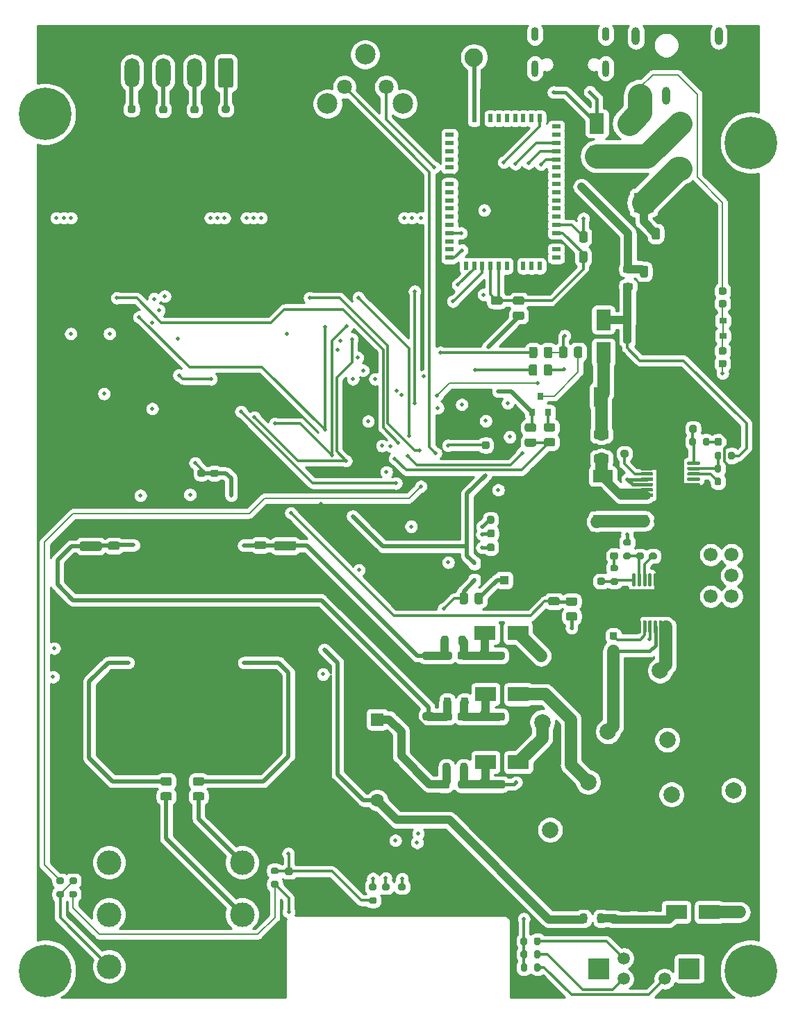
<source format=gbr>
G04 #@! TF.GenerationSoftware,KiCad,Pcbnew,5.1.9*
G04 #@! TF.CreationDate,2021-07-18T09:26:32+08:00*
G04 #@! TF.ProjectId,digital-amplifier2,64696769-7461-46c2-9d61-6d706c696669,rev?*
G04 #@! TF.SameCoordinates,Original*
G04 #@! TF.FileFunction,Copper,L4,Bot*
G04 #@! TF.FilePolarity,Positive*
%FSLAX46Y46*%
G04 Gerber Fmt 4.6, Leading zero omitted, Abs format (unit mm)*
G04 Created by KiCad (PCBNEW 5.1.9) date 2021-07-18 09:26:32*
%MOMM*%
%LPD*%
G01*
G04 APERTURE LIST*
G04 #@! TA.AperFunction,ComponentPad*
%ADD10C,2.400000*%
G04 #@! TD*
G04 #@! TA.AperFunction,ComponentPad*
%ADD11R,2.400000X2.400000*%
G04 #@! TD*
G04 #@! TA.AperFunction,ComponentPad*
%ADD12R,1.600000X1.600000*%
G04 #@! TD*
G04 #@! TA.AperFunction,ComponentPad*
%ADD13C,1.600000*%
G04 #@! TD*
G04 #@! TA.AperFunction,ComponentPad*
%ADD14C,1.100000*%
G04 #@! TD*
G04 #@! TA.AperFunction,ComponentPad*
%ADD15R,1.100000X1.100000*%
G04 #@! TD*
G04 #@! TA.AperFunction,SMDPad,CuDef*
%ADD16R,0.450000X0.600000*%
G04 #@! TD*
G04 #@! TA.AperFunction,SMDPad,CuDef*
%ADD17R,0.900000X0.800000*%
G04 #@! TD*
G04 #@! TA.AperFunction,ComponentPad*
%ADD18C,0.600000*%
G04 #@! TD*
G04 #@! TA.AperFunction,SMDPad,CuDef*
%ADD19R,2.500000X1.800000*%
G04 #@! TD*
G04 #@! TA.AperFunction,ComponentPad*
%ADD20C,2.000000*%
G04 #@! TD*
G04 #@! TA.AperFunction,ComponentPad*
%ADD21C,1.700000*%
G04 #@! TD*
G04 #@! TA.AperFunction,ComponentPad*
%ADD22C,2.250000*%
G04 #@! TD*
G04 #@! TA.AperFunction,ComponentPad*
%ADD23O,1.800000X3.600000*%
G04 #@! TD*
G04 #@! TA.AperFunction,SMDPad,CuDef*
%ADD24R,2.400000X1.500000*%
G04 #@! TD*
G04 #@! TA.AperFunction,SMDPad,CuDef*
%ADD25R,9.500000X3.400000*%
G04 #@! TD*
G04 #@! TA.AperFunction,ComponentPad*
%ADD26R,2.600000X2.500000*%
G04 #@! TD*
G04 #@! TA.AperFunction,ComponentPad*
%ADD27C,1.500000*%
G04 #@! TD*
G04 #@! TA.AperFunction,ComponentPad*
%ADD28O,0.900000X1.700000*%
G04 #@! TD*
G04 #@! TA.AperFunction,ComponentPad*
%ADD29O,0.900000X2.000000*%
G04 #@! TD*
G04 #@! TA.AperFunction,SMDPad,CuDef*
%ADD30R,5.000000X3.400000*%
G04 #@! TD*
G04 #@! TA.AperFunction,ComponentPad*
%ADD31C,1.800000*%
G04 #@! TD*
G04 #@! TA.AperFunction,WasherPad*
%ADD32C,2.500000*%
G04 #@! TD*
G04 #@! TA.AperFunction,SMDPad,CuDef*
%ADD33R,1.000000X0.500000*%
G04 #@! TD*
G04 #@! TA.AperFunction,SMDPad,CuDef*
%ADD34R,0.500000X1.000000*%
G04 #@! TD*
G04 #@! TA.AperFunction,SMDPad,CuDef*
%ADD35R,3.400000X5.000000*%
G04 #@! TD*
G04 #@! TA.AperFunction,SMDPad,CuDef*
%ADD36R,0.800000X0.900000*%
G04 #@! TD*
G04 #@! TA.AperFunction,SMDPad,CuDef*
%ADD37R,1.500000X2.400000*%
G04 #@! TD*
G04 #@! TA.AperFunction,ComponentPad*
%ADD38C,3.000000*%
G04 #@! TD*
G04 #@! TA.AperFunction,ComponentPad*
%ADD39O,1.000000X2.200000*%
G04 #@! TD*
G04 #@! TA.AperFunction,ComponentPad*
%ADD40C,6.400000*%
G04 #@! TD*
G04 #@! TA.AperFunction,SMDPad,CuDef*
%ADD41R,1.800000X2.500000*%
G04 #@! TD*
G04 #@! TA.AperFunction,ViaPad*
%ADD42C,0.500000*%
G04 #@! TD*
G04 #@! TA.AperFunction,Conductor*
%ADD43C,0.500000*%
G04 #@! TD*
G04 #@! TA.AperFunction,Conductor*
%ADD44C,1.000000*%
G04 #@! TD*
G04 #@! TA.AperFunction,Conductor*
%ADD45C,0.300000*%
G04 #@! TD*
G04 #@! TA.AperFunction,Conductor*
%ADD46C,1.500000*%
G04 #@! TD*
G04 #@! TA.AperFunction,Conductor*
%ADD47C,0.400000*%
G04 #@! TD*
G04 #@! TA.AperFunction,Conductor*
%ADD48C,0.200000*%
G04 #@! TD*
G04 #@! TA.AperFunction,Conductor*
%ADD49C,3.000000*%
G04 #@! TD*
G04 #@! TA.AperFunction,Conductor*
%ADD50C,0.254000*%
G04 #@! TD*
G04 #@! TA.AperFunction,Conductor*
%ADD51C,0.100000*%
G04 #@! TD*
G04 APERTURE END LIST*
G04 #@! TA.AperFunction,SMDPad,CuDef*
G36*
G01*
X186313000Y-134188080D02*
X186813000Y-134188080D01*
G75*
G02*
X187038000Y-134413080I0J-225000D01*
G01*
X187038000Y-134863080D01*
G75*
G02*
X186813000Y-135088080I-225000J0D01*
G01*
X186313000Y-135088080D01*
G75*
G02*
X186088000Y-134863080I0J225000D01*
G01*
X186088000Y-134413080D01*
G75*
G02*
X186313000Y-134188080I225000J0D01*
G01*
G37*
G04 #@! TD.AperFunction*
G04 #@! TA.AperFunction,SMDPad,CuDef*
G36*
G01*
X186313000Y-132638080D02*
X186813000Y-132638080D01*
G75*
G02*
X187038000Y-132863080I0J-225000D01*
G01*
X187038000Y-133313080D01*
G75*
G02*
X186813000Y-133538080I-225000J0D01*
G01*
X186313000Y-133538080D01*
G75*
G02*
X186088000Y-133313080I0J225000D01*
G01*
X186088000Y-132863080D01*
G75*
G02*
X186313000Y-132638080I225000J0D01*
G01*
G37*
G04 #@! TD.AperFunction*
G04 #@! TA.AperFunction,SMDPad,CuDef*
G36*
G01*
X186813000Y-140853280D02*
X186313000Y-140853280D01*
G75*
G02*
X186088000Y-140628280I0J225000D01*
G01*
X186088000Y-140178280D01*
G75*
G02*
X186313000Y-139953280I225000J0D01*
G01*
X186813000Y-139953280D01*
G75*
G02*
X187038000Y-140178280I0J-225000D01*
G01*
X187038000Y-140628280D01*
G75*
G02*
X186813000Y-140853280I-225000J0D01*
G01*
G37*
G04 #@! TD.AperFunction*
G04 #@! TA.AperFunction,SMDPad,CuDef*
G36*
G01*
X186813000Y-142403280D02*
X186313000Y-142403280D01*
G75*
G02*
X186088000Y-142178280I0J225000D01*
G01*
X186088000Y-141728280D01*
G75*
G02*
X186313000Y-141503280I225000J0D01*
G01*
X186813000Y-141503280D01*
G75*
G02*
X187038000Y-141728280I0J-225000D01*
G01*
X187038000Y-142178280D01*
G75*
G02*
X186813000Y-142403280I-225000J0D01*
G01*
G37*
G04 #@! TD.AperFunction*
G04 #@! TA.AperFunction,SMDPad,CuDef*
G36*
G01*
X159407740Y-164621780D02*
X159407740Y-164121780D01*
G75*
G02*
X159632740Y-163896780I225000J0D01*
G01*
X160082740Y-163896780D01*
G75*
G02*
X160307740Y-164121780I0J-225000D01*
G01*
X160307740Y-164621780D01*
G75*
G02*
X160082740Y-164846780I-225000J0D01*
G01*
X159632740Y-164846780D01*
G75*
G02*
X159407740Y-164621780I0J225000D01*
G01*
G37*
G04 #@! TD.AperFunction*
G04 #@! TA.AperFunction,SMDPad,CuDef*
G36*
G01*
X157857740Y-164621780D02*
X157857740Y-164121780D01*
G75*
G02*
X158082740Y-163896780I225000J0D01*
G01*
X158532740Y-163896780D01*
G75*
G02*
X158757740Y-164121780I0J-225000D01*
G01*
X158757740Y-164621780D01*
G75*
G02*
X158532740Y-164846780I-225000J0D01*
G01*
X158082740Y-164846780D01*
G75*
G02*
X157857740Y-164621780I0J225000D01*
G01*
G37*
G04 #@! TD.AperFunction*
G04 #@! TA.AperFunction,SMDPad,CuDef*
G36*
G01*
X159387420Y-161248660D02*
X159387420Y-160748660D01*
G75*
G02*
X159612420Y-160523660I225000J0D01*
G01*
X160062420Y-160523660D01*
G75*
G02*
X160287420Y-160748660I0J-225000D01*
G01*
X160287420Y-161248660D01*
G75*
G02*
X160062420Y-161473660I-225000J0D01*
G01*
X159612420Y-161473660D01*
G75*
G02*
X159387420Y-161248660I0J225000D01*
G01*
G37*
G04 #@! TD.AperFunction*
G04 #@! TA.AperFunction,SMDPad,CuDef*
G36*
G01*
X157837420Y-161248660D02*
X157837420Y-160748660D01*
G75*
G02*
X158062420Y-160523660I225000J0D01*
G01*
X158512420Y-160523660D01*
G75*
G02*
X158737420Y-160748660I0J-225000D01*
G01*
X158737420Y-161248660D01*
G75*
G02*
X158512420Y-161473660I-225000J0D01*
G01*
X158062420Y-161473660D01*
G75*
G02*
X157837420Y-161248660I0J225000D01*
G01*
G37*
G04 #@! TD.AperFunction*
G04 #@! TA.AperFunction,SMDPad,CuDef*
G36*
G01*
X159430600Y-162914900D02*
X159430600Y-162414900D01*
G75*
G02*
X159655600Y-162189900I225000J0D01*
G01*
X160105600Y-162189900D01*
G75*
G02*
X160330600Y-162414900I0J-225000D01*
G01*
X160330600Y-162914900D01*
G75*
G02*
X160105600Y-163139900I-225000J0D01*
G01*
X159655600Y-163139900D01*
G75*
G02*
X159430600Y-162914900I0J225000D01*
G01*
G37*
G04 #@! TD.AperFunction*
G04 #@! TA.AperFunction,SMDPad,CuDef*
G36*
G01*
X157880600Y-162914900D02*
X157880600Y-162414900D01*
G75*
G02*
X158105600Y-162189900I225000J0D01*
G01*
X158555600Y-162189900D01*
G75*
G02*
X158780600Y-162414900I0J-225000D01*
G01*
X158780600Y-162914900D01*
G75*
G02*
X158555600Y-163139900I-225000J0D01*
G01*
X158105600Y-163139900D01*
G75*
G02*
X157880600Y-162914900I0J225000D01*
G01*
G37*
G04 #@! TD.AperFunction*
G04 #@! TA.AperFunction,SMDPad,CuDef*
G36*
G01*
X158800680Y-152152160D02*
X158800680Y-151652160D01*
G75*
G02*
X159025680Y-151427160I225000J0D01*
G01*
X159475680Y-151427160D01*
G75*
G02*
X159700680Y-151652160I0J-225000D01*
G01*
X159700680Y-152152160D01*
G75*
G02*
X159475680Y-152377160I-225000J0D01*
G01*
X159025680Y-152377160D01*
G75*
G02*
X158800680Y-152152160I0J225000D01*
G01*
G37*
G04 #@! TD.AperFunction*
G04 #@! TA.AperFunction,SMDPad,CuDef*
G36*
G01*
X157250680Y-152152160D02*
X157250680Y-151652160D01*
G75*
G02*
X157475680Y-151427160I225000J0D01*
G01*
X157925680Y-151427160D01*
G75*
G02*
X158150680Y-151652160I0J-225000D01*
G01*
X158150680Y-152152160D01*
G75*
G02*
X157925680Y-152377160I-225000J0D01*
G01*
X157475680Y-152377160D01*
G75*
G02*
X157250680Y-152152160I0J225000D01*
G01*
G37*
G04 #@! TD.AperFunction*
G04 #@! TA.AperFunction,SMDPad,CuDef*
G36*
G01*
X133455600Y-204988040D02*
X133955600Y-204988040D01*
G75*
G02*
X134180600Y-205213040I0J-225000D01*
G01*
X134180600Y-205663040D01*
G75*
G02*
X133955600Y-205888040I-225000J0D01*
G01*
X133455600Y-205888040D01*
G75*
G02*
X133230600Y-205663040I0J225000D01*
G01*
X133230600Y-205213040D01*
G75*
G02*
X133455600Y-204988040I225000J0D01*
G01*
G37*
G04 #@! TD.AperFunction*
G04 #@! TA.AperFunction,SMDPad,CuDef*
G36*
G01*
X133455600Y-203438040D02*
X133955600Y-203438040D01*
G75*
G02*
X134180600Y-203663040I0J-225000D01*
G01*
X134180600Y-204113040D01*
G75*
G02*
X133955600Y-204338040I-225000J0D01*
G01*
X133455600Y-204338040D01*
G75*
G02*
X133230600Y-204113040I0J225000D01*
G01*
X133230600Y-203663040D01*
G75*
G02*
X133455600Y-203438040I225000J0D01*
G01*
G37*
G04 #@! TD.AperFunction*
G04 #@! TA.AperFunction,SMDPad,CuDef*
G36*
G01*
X184063520Y-150155720D02*
X184063520Y-149655720D01*
G75*
G02*
X184288520Y-149430720I225000J0D01*
G01*
X184738520Y-149430720D01*
G75*
G02*
X184963520Y-149655720I0J-225000D01*
G01*
X184963520Y-150155720D01*
G75*
G02*
X184738520Y-150380720I-225000J0D01*
G01*
X184288520Y-150380720D01*
G75*
G02*
X184063520Y-150155720I0J225000D01*
G01*
G37*
G04 #@! TD.AperFunction*
G04 #@! TA.AperFunction,SMDPad,CuDef*
G36*
G01*
X182513520Y-150155720D02*
X182513520Y-149655720D01*
G75*
G02*
X182738520Y-149430720I225000J0D01*
G01*
X183188520Y-149430720D01*
G75*
G02*
X183413520Y-149655720I0J-225000D01*
G01*
X183413520Y-150155720D01*
G75*
G02*
X183188520Y-150380720I-225000J0D01*
G01*
X182738520Y-150380720D01*
G75*
G02*
X182513520Y-150155720I0J225000D01*
G01*
G37*
G04 #@! TD.AperFunction*
G04 #@! TA.AperFunction,SMDPad,CuDef*
G36*
G01*
X172004800Y-167396280D02*
X171504800Y-167396280D01*
G75*
G02*
X171279800Y-167171280I0J225000D01*
G01*
X171279800Y-166721280D01*
G75*
G02*
X171504800Y-166496280I225000J0D01*
G01*
X172004800Y-166496280D01*
G75*
G02*
X172229800Y-166721280I0J-225000D01*
G01*
X172229800Y-167171280D01*
G75*
G02*
X172004800Y-167396280I-225000J0D01*
G01*
G37*
G04 #@! TD.AperFunction*
G04 #@! TA.AperFunction,SMDPad,CuDef*
G36*
G01*
X172004800Y-168946280D02*
X171504800Y-168946280D01*
G75*
G02*
X171279800Y-168721280I0J225000D01*
G01*
X171279800Y-168271280D01*
G75*
G02*
X171504800Y-168046280I225000J0D01*
G01*
X172004800Y-168046280D01*
G75*
G02*
X172229800Y-168271280I0J-225000D01*
G01*
X172229800Y-168721280D01*
G75*
G02*
X172004800Y-168946280I-225000J0D01*
G01*
G37*
G04 #@! TD.AperFunction*
G04 #@! TA.AperFunction,SMDPad,CuDef*
G36*
G01*
X173579600Y-164297480D02*
X173079600Y-164297480D01*
G75*
G02*
X172854600Y-164072480I0J225000D01*
G01*
X172854600Y-163622480D01*
G75*
G02*
X173079600Y-163397480I225000J0D01*
G01*
X173579600Y-163397480D01*
G75*
G02*
X173804600Y-163622480I0J-225000D01*
G01*
X173804600Y-164072480D01*
G75*
G02*
X173579600Y-164297480I-225000J0D01*
G01*
G37*
G04 #@! TD.AperFunction*
G04 #@! TA.AperFunction,SMDPad,CuDef*
G36*
G01*
X173579600Y-165847480D02*
X173079600Y-165847480D01*
G75*
G02*
X172854600Y-165622480I0J225000D01*
G01*
X172854600Y-165172480D01*
G75*
G02*
X173079600Y-164947480I225000J0D01*
G01*
X173579600Y-164947480D01*
G75*
G02*
X173804600Y-165172480I0J-225000D01*
G01*
X173804600Y-165622480D01*
G75*
G02*
X173579600Y-165847480I-225000J0D01*
G01*
G37*
G04 #@! TD.AperFunction*
G04 #@! TA.AperFunction,SMDPad,CuDef*
G36*
G01*
X172153700Y-174913480D02*
X172153700Y-175413480D01*
G75*
G02*
X171928700Y-175638480I-225000J0D01*
G01*
X171478700Y-175638480D01*
G75*
G02*
X171253700Y-175413480I0J225000D01*
G01*
X171253700Y-174913480D01*
G75*
G02*
X171478700Y-174688480I225000J0D01*
G01*
X171928700Y-174688480D01*
G75*
G02*
X172153700Y-174913480I0J-225000D01*
G01*
G37*
G04 #@! TD.AperFunction*
G04 #@! TA.AperFunction,SMDPad,CuDef*
G36*
G01*
X173703700Y-174913480D02*
X173703700Y-175413480D01*
G75*
G02*
X173478700Y-175638480I-225000J0D01*
G01*
X173028700Y-175638480D01*
G75*
G02*
X172803700Y-175413480I0J225000D01*
G01*
X172803700Y-174913480D01*
G75*
G02*
X173028700Y-174688480I225000J0D01*
G01*
X173478700Y-174688480D01*
G75*
G02*
X173703700Y-174913480I0J-225000D01*
G01*
G37*
G04 #@! TD.AperFunction*
G04 #@! TA.AperFunction,SMDPad,CuDef*
G36*
G01*
X187149320Y-151730520D02*
X187149320Y-151230520D01*
G75*
G02*
X187374320Y-151005520I225000J0D01*
G01*
X187824320Y-151005520D01*
G75*
G02*
X188049320Y-151230520I0J-225000D01*
G01*
X188049320Y-151730520D01*
G75*
G02*
X187824320Y-151955520I-225000J0D01*
G01*
X187374320Y-151955520D01*
G75*
G02*
X187149320Y-151730520I0J225000D01*
G01*
G37*
G04 #@! TD.AperFunction*
G04 #@! TA.AperFunction,SMDPad,CuDef*
G36*
G01*
X185599320Y-151730520D02*
X185599320Y-151230520D01*
G75*
G02*
X185824320Y-151005520I225000J0D01*
G01*
X186274320Y-151005520D01*
G75*
G02*
X186499320Y-151230520I0J-225000D01*
G01*
X186499320Y-151730520D01*
G75*
G02*
X186274320Y-151955520I-225000J0D01*
G01*
X185824320Y-151955520D01*
G75*
G02*
X185599320Y-151730520I0J225000D01*
G01*
G37*
G04 #@! TD.AperFunction*
G04 #@! TA.AperFunction,SMDPad,CuDef*
G36*
G01*
X174859760Y-151831160D02*
X174359760Y-151831160D01*
G75*
G02*
X174134760Y-151606160I0J225000D01*
G01*
X174134760Y-151156160D01*
G75*
G02*
X174359760Y-150931160I225000J0D01*
G01*
X174859760Y-150931160D01*
G75*
G02*
X175084760Y-151156160I0J-225000D01*
G01*
X175084760Y-151606160D01*
G75*
G02*
X174859760Y-151831160I-225000J0D01*
G01*
G37*
G04 #@! TD.AperFunction*
G04 #@! TA.AperFunction,SMDPad,CuDef*
G36*
G01*
X174859760Y-153381160D02*
X174359760Y-153381160D01*
G75*
G02*
X174134760Y-153156160I0J225000D01*
G01*
X174134760Y-152706160D01*
G75*
G02*
X174359760Y-152481160I225000J0D01*
G01*
X174859760Y-152481160D01*
G75*
G02*
X175084760Y-152706160I0J-225000D01*
G01*
X175084760Y-153156160D01*
G75*
G02*
X174859760Y-153381160I-225000J0D01*
G01*
G37*
G04 #@! TD.AperFunction*
G04 #@! TA.AperFunction,SMDPad,CuDef*
G36*
G01*
X126259400Y-111358800D02*
X125759400Y-111358800D01*
G75*
G02*
X125534400Y-111133800I0J225000D01*
G01*
X125534400Y-110683800D01*
G75*
G02*
X125759400Y-110458800I225000J0D01*
G01*
X126259400Y-110458800D01*
G75*
G02*
X126484400Y-110683800I0J-225000D01*
G01*
X126484400Y-111133800D01*
G75*
G02*
X126259400Y-111358800I-225000J0D01*
G01*
G37*
G04 #@! TD.AperFunction*
G04 #@! TA.AperFunction,SMDPad,CuDef*
G36*
G01*
X126259400Y-112908800D02*
X125759400Y-112908800D01*
G75*
G02*
X125534400Y-112683800I0J225000D01*
G01*
X125534400Y-112233800D01*
G75*
G02*
X125759400Y-112008800I225000J0D01*
G01*
X126259400Y-112008800D01*
G75*
G02*
X126484400Y-112233800I0J-225000D01*
G01*
X126484400Y-112683800D01*
G75*
G02*
X126259400Y-112908800I-225000J0D01*
G01*
G37*
G04 #@! TD.AperFunction*
G04 #@! TA.AperFunction,SMDPad,CuDef*
G36*
G01*
X118639400Y-111409600D02*
X118139400Y-111409600D01*
G75*
G02*
X117914400Y-111184600I0J225000D01*
G01*
X117914400Y-110734600D01*
G75*
G02*
X118139400Y-110509600I225000J0D01*
G01*
X118639400Y-110509600D01*
G75*
G02*
X118864400Y-110734600I0J-225000D01*
G01*
X118864400Y-111184600D01*
G75*
G02*
X118639400Y-111409600I-225000J0D01*
G01*
G37*
G04 #@! TD.AperFunction*
G04 #@! TA.AperFunction,SMDPad,CuDef*
G36*
G01*
X118639400Y-112959600D02*
X118139400Y-112959600D01*
G75*
G02*
X117914400Y-112734600I0J225000D01*
G01*
X117914400Y-112284600D01*
G75*
G02*
X118139400Y-112059600I225000J0D01*
G01*
X118639400Y-112059600D01*
G75*
G02*
X118864400Y-112284600I0J-225000D01*
G01*
X118864400Y-112734600D01*
G75*
G02*
X118639400Y-112959600I-225000J0D01*
G01*
G37*
G04 #@! TD.AperFunction*
G04 #@! TA.AperFunction,SMDPad,CuDef*
G36*
G01*
X122449400Y-111409600D02*
X121949400Y-111409600D01*
G75*
G02*
X121724400Y-111184600I0J225000D01*
G01*
X121724400Y-110734600D01*
G75*
G02*
X121949400Y-110509600I225000J0D01*
G01*
X122449400Y-110509600D01*
G75*
G02*
X122674400Y-110734600I0J-225000D01*
G01*
X122674400Y-111184600D01*
G75*
G02*
X122449400Y-111409600I-225000J0D01*
G01*
G37*
G04 #@! TD.AperFunction*
G04 #@! TA.AperFunction,SMDPad,CuDef*
G36*
G01*
X122449400Y-112959600D02*
X121949400Y-112959600D01*
G75*
G02*
X121724400Y-112734600I0J225000D01*
G01*
X121724400Y-112284600D01*
G75*
G02*
X121949400Y-112059600I225000J0D01*
G01*
X122449400Y-112059600D01*
G75*
G02*
X122674400Y-112284600I0J-225000D01*
G01*
X122674400Y-112734600D01*
G75*
G02*
X122449400Y-112959600I-225000J0D01*
G01*
G37*
G04 #@! TD.AperFunction*
G04 #@! TA.AperFunction,SMDPad,CuDef*
G36*
G01*
X114778600Y-111358800D02*
X114278600Y-111358800D01*
G75*
G02*
X114053600Y-111133800I0J225000D01*
G01*
X114053600Y-110683800D01*
G75*
G02*
X114278600Y-110458800I225000J0D01*
G01*
X114778600Y-110458800D01*
G75*
G02*
X115003600Y-110683800I0J-225000D01*
G01*
X115003600Y-111133800D01*
G75*
G02*
X114778600Y-111358800I-225000J0D01*
G01*
G37*
G04 #@! TD.AperFunction*
G04 #@! TA.AperFunction,SMDPad,CuDef*
G36*
G01*
X114778600Y-112908800D02*
X114278600Y-112908800D01*
G75*
G02*
X114053600Y-112683800I0J225000D01*
G01*
X114053600Y-112233800D01*
G75*
G02*
X114278600Y-112008800I225000J0D01*
G01*
X114778600Y-112008800D01*
G75*
G02*
X115003600Y-112233800I0J-225000D01*
G01*
X115003600Y-112683800D01*
G75*
G02*
X114778600Y-112908800I-225000J0D01*
G01*
G37*
G04 #@! TD.AperFunction*
G04 #@! TA.AperFunction,SMDPad,CuDef*
G36*
G01*
X122782520Y-156408000D02*
X123282520Y-156408000D01*
G75*
G02*
X123507520Y-156633000I0J-225000D01*
G01*
X123507520Y-157083000D01*
G75*
G02*
X123282520Y-157308000I-225000J0D01*
G01*
X122782520Y-157308000D01*
G75*
G02*
X122557520Y-157083000I0J225000D01*
G01*
X122557520Y-156633000D01*
G75*
G02*
X122782520Y-156408000I225000J0D01*
G01*
G37*
G04 #@! TD.AperFunction*
G04 #@! TA.AperFunction,SMDPad,CuDef*
G36*
G01*
X122782520Y-154858000D02*
X123282520Y-154858000D01*
G75*
G02*
X123507520Y-155083000I0J-225000D01*
G01*
X123507520Y-155533000D01*
G75*
G02*
X123282520Y-155758000I-225000J0D01*
G01*
X122782520Y-155758000D01*
G75*
G02*
X122557520Y-155533000I0J225000D01*
G01*
X122557520Y-155083000D01*
G75*
G02*
X122782520Y-154858000I225000J0D01*
G01*
G37*
G04 #@! TD.AperFunction*
G04 #@! TA.AperFunction,SMDPad,CuDef*
G36*
G01*
X124370020Y-156420700D02*
X124870020Y-156420700D01*
G75*
G02*
X125095020Y-156645700I0J-225000D01*
G01*
X125095020Y-157095700D01*
G75*
G02*
X124870020Y-157320700I-225000J0D01*
G01*
X124370020Y-157320700D01*
G75*
G02*
X124145020Y-157095700I0J225000D01*
G01*
X124145020Y-156645700D01*
G75*
G02*
X124370020Y-156420700I225000J0D01*
G01*
G37*
G04 #@! TD.AperFunction*
G04 #@! TA.AperFunction,SMDPad,CuDef*
G36*
G01*
X124370020Y-154870700D02*
X124870020Y-154870700D01*
G75*
G02*
X125095020Y-155095700I0J-225000D01*
G01*
X125095020Y-155545700D01*
G75*
G02*
X124870020Y-155770700I-225000J0D01*
G01*
X124370020Y-155770700D01*
G75*
G02*
X124145020Y-155545700I0J225000D01*
G01*
X124145020Y-155095700D01*
G75*
G02*
X124370020Y-154870700I225000J0D01*
G01*
G37*
G04 #@! TD.AperFunction*
D10*
X181936400Y-122316240D03*
D11*
X176936400Y-122316240D03*
D12*
X144465040Y-192719960D03*
D13*
X144465040Y-195219960D03*
D12*
X144465040Y-185352180D03*
D13*
X144465040Y-187852180D03*
D14*
X159918400Y-166856280D03*
D15*
X159918400Y-168356280D03*
G04 #@! TA.AperFunction,SMDPad,CuDef*
G36*
G01*
X156333140Y-171046562D02*
X156333140Y-170146558D01*
G75*
G02*
X156583138Y-169896560I249998J0D01*
G01*
X157108142Y-169896560D01*
G75*
G02*
X157358140Y-170146558I0J-249998D01*
G01*
X157358140Y-171046562D01*
G75*
G02*
X157108142Y-171296560I-249998J0D01*
G01*
X156583138Y-171296560D01*
G75*
G02*
X156333140Y-171046562I0J249998D01*
G01*
G37*
G04 #@! TD.AperFunction*
G04 #@! TA.AperFunction,SMDPad,CuDef*
G36*
G01*
X154508140Y-171046562D02*
X154508140Y-170146558D01*
G75*
G02*
X154758138Y-169896560I249998J0D01*
G01*
X155283142Y-169896560D01*
G75*
G02*
X155533140Y-170146558I0J-249998D01*
G01*
X155533140Y-171046562D01*
G75*
G02*
X155283142Y-171296560I-249998J0D01*
G01*
X154758138Y-171296560D01*
G75*
G02*
X154508140Y-171046562I0J249998D01*
G01*
G37*
G04 #@! TD.AperFunction*
D16*
X156314140Y-166292820D03*
X156314140Y-168392820D03*
D17*
X184597800Y-137642600D03*
X186597800Y-138592600D03*
X186597800Y-136692600D03*
D18*
X120637300Y-181612540D03*
X121907300Y-181612540D03*
X120637300Y-182882540D03*
X121907300Y-182882540D03*
X120637300Y-184152540D03*
X121907300Y-184152540D03*
D19*
X161672020Y-190576200D03*
X157672020Y-190576200D03*
D20*
X164589460Y-185689240D03*
X170177460Y-192991740D03*
X165541960Y-198833740D03*
X174558960Y-197055740D03*
X179829460Y-187848240D03*
X187893960Y-194007740D03*
X180337460Y-194515740D03*
X176717960Y-204040740D03*
X172590460Y-186832240D03*
X178940460Y-179402740D03*
G04 #@! TA.AperFunction,SMDPad,CuDef*
G36*
G01*
X153149140Y-175386750D02*
X153149140Y-176149250D01*
G75*
G02*
X152930390Y-176368000I-218750J0D01*
G01*
X152492890Y-176368000D01*
G75*
G02*
X152274140Y-176149250I0J218750D01*
G01*
X152274140Y-175386750D01*
G75*
G02*
X152492890Y-175168000I218750J0D01*
G01*
X152930390Y-175168000D01*
G75*
G02*
X153149140Y-175386750I0J-218750D01*
G01*
G37*
G04 #@! TD.AperFunction*
G04 #@! TA.AperFunction,SMDPad,CuDef*
G36*
G01*
X155274140Y-175386750D02*
X155274140Y-176149250D01*
G75*
G02*
X155055390Y-176368000I-218750J0D01*
G01*
X154617890Y-176368000D01*
G75*
G02*
X154399140Y-176149250I0J218750D01*
G01*
X154399140Y-175386750D01*
G75*
G02*
X154617890Y-175168000I218750J0D01*
G01*
X155055390Y-175168000D01*
G75*
G02*
X155274140Y-175386750I0J-218750D01*
G01*
G37*
G04 #@! TD.AperFunction*
G04 #@! TA.AperFunction,SMDPad,CuDef*
G36*
G01*
X153443780Y-182859430D02*
X153443780Y-183621930D01*
G75*
G02*
X153225030Y-183840680I-218750J0D01*
G01*
X152787530Y-183840680D01*
G75*
G02*
X152568780Y-183621930I0J218750D01*
G01*
X152568780Y-182859430D01*
G75*
G02*
X152787530Y-182640680I218750J0D01*
G01*
X153225030Y-182640680D01*
G75*
G02*
X153443780Y-182859430I0J-218750D01*
G01*
G37*
G04 #@! TD.AperFunction*
G04 #@! TA.AperFunction,SMDPad,CuDef*
G36*
G01*
X155568780Y-182859430D02*
X155568780Y-183621930D01*
G75*
G02*
X155350030Y-183840680I-218750J0D01*
G01*
X154912530Y-183840680D01*
G75*
G02*
X154693780Y-183621930I0J218750D01*
G01*
X154693780Y-182859430D01*
G75*
G02*
X154912530Y-182640680I218750J0D01*
G01*
X155350030Y-182640680D01*
G75*
G02*
X155568780Y-182859430I0J-218750D01*
G01*
G37*
G04 #@! TD.AperFunction*
D19*
X157626300Y-174812960D03*
X161626300Y-174812960D03*
X161687260Y-182285640D03*
X157687260Y-182285640D03*
G04 #@! TA.AperFunction,SMDPad,CuDef*
G36*
G01*
X150240980Y-178986600D02*
X151190980Y-178986600D01*
G75*
G02*
X151440980Y-179236600I0J-250000D01*
G01*
X151440980Y-179736600D01*
G75*
G02*
X151190980Y-179986600I-250000J0D01*
G01*
X150240980Y-179986600D01*
G75*
G02*
X149990980Y-179736600I0J250000D01*
G01*
X149990980Y-179236600D01*
G75*
G02*
X150240980Y-178986600I250000J0D01*
G01*
G37*
G04 #@! TD.AperFunction*
G04 #@! TA.AperFunction,SMDPad,CuDef*
G36*
G01*
X150240980Y-177086600D02*
X151190980Y-177086600D01*
G75*
G02*
X151440980Y-177336600I0J-250000D01*
G01*
X151440980Y-177836600D01*
G75*
G02*
X151190980Y-178086600I-250000J0D01*
G01*
X150240980Y-178086600D01*
G75*
G02*
X149990980Y-177836600I0J250000D01*
G01*
X149990980Y-177336600D01*
G75*
G02*
X150240980Y-177086600I250000J0D01*
G01*
G37*
G04 #@! TD.AperFunction*
G04 #@! TA.AperFunction,SMDPad,CuDef*
G36*
G01*
X152387915Y-186410400D02*
X153337915Y-186410400D01*
G75*
G02*
X153587915Y-186660400I0J-250000D01*
G01*
X153587915Y-187160400D01*
G75*
G02*
X153337915Y-187410400I-250000J0D01*
G01*
X152387915Y-187410400D01*
G75*
G02*
X152137915Y-187160400I0J250000D01*
G01*
X152137915Y-186660400D01*
G75*
G02*
X152387915Y-186410400I250000J0D01*
G01*
G37*
G04 #@! TD.AperFunction*
G04 #@! TA.AperFunction,SMDPad,CuDef*
G36*
G01*
X152387915Y-184510400D02*
X153337915Y-184510400D01*
G75*
G02*
X153587915Y-184760400I0J-250000D01*
G01*
X153587915Y-185260400D01*
G75*
G02*
X153337915Y-185510400I-250000J0D01*
G01*
X152387915Y-185510400D01*
G75*
G02*
X152137915Y-185260400I0J250000D01*
G01*
X152137915Y-184760400D01*
G75*
G02*
X152387915Y-184510400I250000J0D01*
G01*
G37*
G04 #@! TD.AperFunction*
G04 #@! TA.AperFunction,SMDPad,CuDef*
G36*
G01*
X152378700Y-178975000D02*
X153328700Y-178975000D01*
G75*
G02*
X153578700Y-179225000I0J-250000D01*
G01*
X153578700Y-179725000D01*
G75*
G02*
X153328700Y-179975000I-250000J0D01*
G01*
X152378700Y-179975000D01*
G75*
G02*
X152128700Y-179725000I0J250000D01*
G01*
X152128700Y-179225000D01*
G75*
G02*
X152378700Y-178975000I250000J0D01*
G01*
G37*
G04 #@! TD.AperFunction*
G04 #@! TA.AperFunction,SMDPad,CuDef*
G36*
G01*
X152378700Y-177075000D02*
X153328700Y-177075000D01*
G75*
G02*
X153578700Y-177325000I0J-250000D01*
G01*
X153578700Y-177825000D01*
G75*
G02*
X153328700Y-178075000I-250000J0D01*
G01*
X152378700Y-178075000D01*
G75*
G02*
X152128700Y-177825000I0J250000D01*
G01*
X152128700Y-177325000D01*
G75*
G02*
X152378700Y-177075000I250000J0D01*
G01*
G37*
G04 #@! TD.AperFunction*
G04 #@! TA.AperFunction,SMDPad,CuDef*
G36*
G01*
X150246060Y-186372920D02*
X151196060Y-186372920D01*
G75*
G02*
X151446060Y-186622920I0J-250000D01*
G01*
X151446060Y-187122920D01*
G75*
G02*
X151196060Y-187372920I-250000J0D01*
G01*
X150246060Y-187372920D01*
G75*
G02*
X149996060Y-187122920I0J250000D01*
G01*
X149996060Y-186622920D01*
G75*
G02*
X150246060Y-186372920I250000J0D01*
G01*
G37*
G04 #@! TD.AperFunction*
G04 #@! TA.AperFunction,SMDPad,CuDef*
G36*
G01*
X150246060Y-184472920D02*
X151196060Y-184472920D01*
G75*
G02*
X151446060Y-184722920I0J-250000D01*
G01*
X151446060Y-185222920D01*
G75*
G02*
X151196060Y-185472920I-250000J0D01*
G01*
X150246060Y-185472920D01*
G75*
G02*
X149996060Y-185222920I0J250000D01*
G01*
X149996060Y-184722920D01*
G75*
G02*
X150246060Y-184472920I250000J0D01*
G01*
G37*
G04 #@! TD.AperFunction*
G04 #@! TA.AperFunction,SMDPad,CuDef*
G36*
G01*
X154538660Y-178961200D02*
X155488660Y-178961200D01*
G75*
G02*
X155738660Y-179211200I0J-250000D01*
G01*
X155738660Y-179711200D01*
G75*
G02*
X155488660Y-179961200I-250000J0D01*
G01*
X154538660Y-179961200D01*
G75*
G02*
X154288660Y-179711200I0J250000D01*
G01*
X154288660Y-179211200D01*
G75*
G02*
X154538660Y-178961200I250000J0D01*
G01*
G37*
G04 #@! TD.AperFunction*
G04 #@! TA.AperFunction,SMDPad,CuDef*
G36*
G01*
X154538660Y-177061200D02*
X155488660Y-177061200D01*
G75*
G02*
X155738660Y-177311200I0J-250000D01*
G01*
X155738660Y-177811200D01*
G75*
G02*
X155488660Y-178061200I-250000J0D01*
G01*
X154538660Y-178061200D01*
G75*
G02*
X154288660Y-177811200I0J250000D01*
G01*
X154288660Y-177311200D01*
G75*
G02*
X154538660Y-177061200I250000J0D01*
G01*
G37*
G04 #@! TD.AperFunction*
G04 #@! TA.AperFunction,SMDPad,CuDef*
G36*
G01*
X154529770Y-186408480D02*
X155479770Y-186408480D01*
G75*
G02*
X155729770Y-186658480I0J-250000D01*
G01*
X155729770Y-187158480D01*
G75*
G02*
X155479770Y-187408480I-250000J0D01*
G01*
X154529770Y-187408480D01*
G75*
G02*
X154279770Y-187158480I0J250000D01*
G01*
X154279770Y-186658480D01*
G75*
G02*
X154529770Y-186408480I250000J0D01*
G01*
G37*
G04 #@! TD.AperFunction*
G04 #@! TA.AperFunction,SMDPad,CuDef*
G36*
G01*
X154529770Y-184508480D02*
X155479770Y-184508480D01*
G75*
G02*
X155729770Y-184758480I0J-250000D01*
G01*
X155729770Y-185258480D01*
G75*
G02*
X155479770Y-185508480I-250000J0D01*
G01*
X154529770Y-185508480D01*
G75*
G02*
X154279770Y-185258480I0J250000D01*
G01*
X154279770Y-184758480D01*
G75*
G02*
X154529770Y-184508480I250000J0D01*
G01*
G37*
G04 #@! TD.AperFunction*
G04 #@! TA.AperFunction,SMDPad,CuDef*
G36*
G01*
X158818560Y-178973900D02*
X159768560Y-178973900D01*
G75*
G02*
X160018560Y-179223900I0J-250000D01*
G01*
X160018560Y-179723900D01*
G75*
G02*
X159768560Y-179973900I-250000J0D01*
G01*
X158818560Y-179973900D01*
G75*
G02*
X158568560Y-179723900I0J250000D01*
G01*
X158568560Y-179223900D01*
G75*
G02*
X158818560Y-178973900I250000J0D01*
G01*
G37*
G04 #@! TD.AperFunction*
G04 #@! TA.AperFunction,SMDPad,CuDef*
G36*
G01*
X158818560Y-177073900D02*
X159768560Y-177073900D01*
G75*
G02*
X160018560Y-177323900I0J-250000D01*
G01*
X160018560Y-177823900D01*
G75*
G02*
X159768560Y-178073900I-250000J0D01*
G01*
X158818560Y-178073900D01*
G75*
G02*
X158568560Y-177823900I0J250000D01*
G01*
X158568560Y-177323900D01*
G75*
G02*
X158818560Y-177073900I250000J0D01*
G01*
G37*
G04 #@! TD.AperFunction*
G04 #@! TA.AperFunction,SMDPad,CuDef*
G36*
G01*
X158813480Y-186408480D02*
X159763480Y-186408480D01*
G75*
G02*
X160013480Y-186658480I0J-250000D01*
G01*
X160013480Y-187158480D01*
G75*
G02*
X159763480Y-187408480I-250000J0D01*
G01*
X158813480Y-187408480D01*
G75*
G02*
X158563480Y-187158480I0J250000D01*
G01*
X158563480Y-186658480D01*
G75*
G02*
X158813480Y-186408480I250000J0D01*
G01*
G37*
G04 #@! TD.AperFunction*
G04 #@! TA.AperFunction,SMDPad,CuDef*
G36*
G01*
X158813480Y-184508480D02*
X159763480Y-184508480D01*
G75*
G02*
X160013480Y-184758480I0J-250000D01*
G01*
X160013480Y-185258480D01*
G75*
G02*
X159763480Y-185508480I-250000J0D01*
G01*
X158813480Y-185508480D01*
G75*
G02*
X158563480Y-185258480I0J250000D01*
G01*
X158563480Y-184758480D01*
G75*
G02*
X158813480Y-184508480I250000J0D01*
G01*
G37*
G04 #@! TD.AperFunction*
G04 #@! TA.AperFunction,SMDPad,CuDef*
G36*
G01*
X156659560Y-178973900D02*
X157609560Y-178973900D01*
G75*
G02*
X157859560Y-179223900I0J-250000D01*
G01*
X157859560Y-179723900D01*
G75*
G02*
X157609560Y-179973900I-250000J0D01*
G01*
X156659560Y-179973900D01*
G75*
G02*
X156409560Y-179723900I0J250000D01*
G01*
X156409560Y-179223900D01*
G75*
G02*
X156659560Y-178973900I250000J0D01*
G01*
G37*
G04 #@! TD.AperFunction*
G04 #@! TA.AperFunction,SMDPad,CuDef*
G36*
G01*
X156659560Y-177073900D02*
X157609560Y-177073900D01*
G75*
G02*
X157859560Y-177323900I0J-250000D01*
G01*
X157859560Y-177823900D01*
G75*
G02*
X157609560Y-178073900I-250000J0D01*
G01*
X156659560Y-178073900D01*
G75*
G02*
X156409560Y-177823900I0J250000D01*
G01*
X156409560Y-177323900D01*
G75*
G02*
X156659560Y-177073900I250000J0D01*
G01*
G37*
G04 #@! TD.AperFunction*
G04 #@! TA.AperFunction,SMDPad,CuDef*
G36*
G01*
X156671625Y-186408480D02*
X157621625Y-186408480D01*
G75*
G02*
X157871625Y-186658480I0J-250000D01*
G01*
X157871625Y-187158480D01*
G75*
G02*
X157621625Y-187408480I-250000J0D01*
G01*
X156671625Y-187408480D01*
G75*
G02*
X156421625Y-187158480I0J250000D01*
G01*
X156421625Y-186658480D01*
G75*
G02*
X156671625Y-186408480I250000J0D01*
G01*
G37*
G04 #@! TD.AperFunction*
G04 #@! TA.AperFunction,SMDPad,CuDef*
G36*
G01*
X156671625Y-184508480D02*
X157621625Y-184508480D01*
G75*
G02*
X157871625Y-184758480I0J-250000D01*
G01*
X157871625Y-185258480D01*
G75*
G02*
X157621625Y-185508480I-250000J0D01*
G01*
X156671625Y-185508480D01*
G75*
G02*
X156421625Y-185258480I0J250000D01*
G01*
X156421625Y-184758480D01*
G75*
G02*
X156671625Y-184508480I250000J0D01*
G01*
G37*
G04 #@! TD.AperFunction*
G04 #@! TA.AperFunction,SMDPad,CuDef*
G36*
G01*
X108450199Y-166595100D02*
X110650201Y-166595100D01*
G75*
G02*
X110900200Y-166845099I0J-249999D01*
G01*
X110900200Y-167495101D01*
G75*
G02*
X110650201Y-167745100I-249999J0D01*
G01*
X108450199Y-167745100D01*
G75*
G02*
X108200200Y-167495101I0J249999D01*
G01*
X108200200Y-166845099D01*
G75*
G02*
X108450199Y-166595100I249999J0D01*
G01*
G37*
G04 #@! TD.AperFunction*
G04 #@! TA.AperFunction,SMDPad,CuDef*
G36*
G01*
X108450199Y-163645100D02*
X110650201Y-163645100D01*
G75*
G02*
X110900200Y-163895099I0J-249999D01*
G01*
X110900200Y-164545101D01*
G75*
G02*
X110650201Y-164795100I-249999J0D01*
G01*
X108450199Y-164795100D01*
G75*
G02*
X108200200Y-164545101I0J249999D01*
G01*
X108200200Y-163895099D01*
G75*
G02*
X108450199Y-163645100I249999J0D01*
G01*
G37*
G04 #@! TD.AperFunction*
G04 #@! TA.AperFunction,SMDPad,CuDef*
G36*
G01*
X132148399Y-166551180D02*
X134348401Y-166551180D01*
G75*
G02*
X134598400Y-166801179I0J-249999D01*
G01*
X134598400Y-167451181D01*
G75*
G02*
X134348401Y-167701180I-249999J0D01*
G01*
X132148399Y-167701180D01*
G75*
G02*
X131898400Y-167451181I0J249999D01*
G01*
X131898400Y-166801179D01*
G75*
G02*
X132148399Y-166551180I249999J0D01*
G01*
G37*
G04 #@! TD.AperFunction*
G04 #@! TA.AperFunction,SMDPad,CuDef*
G36*
G01*
X132148399Y-163601180D02*
X134348401Y-163601180D01*
G75*
G02*
X134598400Y-163851179I0J-249999D01*
G01*
X134598400Y-164501181D01*
G75*
G02*
X134348401Y-164751180I-249999J0D01*
G01*
X132148399Y-164751180D01*
G75*
G02*
X131898400Y-164501181I0J249999D01*
G01*
X131898400Y-163851179D01*
G75*
G02*
X132148399Y-163601180I249999J0D01*
G01*
G37*
G04 #@! TD.AperFunction*
G04 #@! TA.AperFunction,SMDPad,CuDef*
G36*
G01*
X107671280Y-205431340D02*
X107121280Y-205431340D01*
G75*
G02*
X106921280Y-205231340I0J200000D01*
G01*
X106921280Y-204831340D01*
G75*
G02*
X107121280Y-204631340I200000J0D01*
G01*
X107671280Y-204631340D01*
G75*
G02*
X107871280Y-204831340I0J-200000D01*
G01*
X107871280Y-205231340D01*
G75*
G02*
X107671280Y-205431340I-200000J0D01*
G01*
G37*
G04 #@! TD.AperFunction*
G04 #@! TA.AperFunction,SMDPad,CuDef*
G36*
G01*
X107671280Y-207081340D02*
X107121280Y-207081340D01*
G75*
G02*
X106921280Y-206881340I0J200000D01*
G01*
X106921280Y-206481340D01*
G75*
G02*
X107121280Y-206281340I200000J0D01*
G01*
X107671280Y-206281340D01*
G75*
G02*
X107871280Y-206481340I0J-200000D01*
G01*
X107871280Y-206881340D01*
G75*
G02*
X107671280Y-207081340I-200000J0D01*
G01*
G37*
G04 #@! TD.AperFunction*
G04 #@! TA.AperFunction,SMDPad,CuDef*
G36*
G01*
X105546480Y-206281840D02*
X106096480Y-206281840D01*
G75*
G02*
X106296480Y-206481840I0J-200000D01*
G01*
X106296480Y-206881840D01*
G75*
G02*
X106096480Y-207081840I-200000J0D01*
G01*
X105546480Y-207081840D01*
G75*
G02*
X105346480Y-206881840I0J200000D01*
G01*
X105346480Y-206481840D01*
G75*
G02*
X105546480Y-206281840I200000J0D01*
G01*
G37*
G04 #@! TD.AperFunction*
G04 #@! TA.AperFunction,SMDPad,CuDef*
G36*
G01*
X105546480Y-204631840D02*
X106096480Y-204631840D01*
G75*
G02*
X106296480Y-204831840I0J-200000D01*
G01*
X106296480Y-205231840D01*
G75*
G02*
X106096480Y-205431840I-200000J0D01*
G01*
X105546480Y-205431840D01*
G75*
G02*
X105346480Y-205231840I0J200000D01*
G01*
X105346480Y-204831840D01*
G75*
G02*
X105546480Y-204631840I200000J0D01*
G01*
G37*
G04 #@! TD.AperFunction*
G04 #@! TA.AperFunction,SMDPad,CuDef*
G36*
G01*
X163594600Y-212695200D02*
X163594600Y-212145200D01*
G75*
G02*
X163794600Y-211945200I200000J0D01*
G01*
X164194600Y-211945200D01*
G75*
G02*
X164394600Y-212145200I0J-200000D01*
G01*
X164394600Y-212695200D01*
G75*
G02*
X164194600Y-212895200I-200000J0D01*
G01*
X163794600Y-212895200D01*
G75*
G02*
X163594600Y-212695200I0J200000D01*
G01*
G37*
G04 #@! TD.AperFunction*
G04 #@! TA.AperFunction,SMDPad,CuDef*
G36*
G01*
X161944600Y-212695200D02*
X161944600Y-212145200D01*
G75*
G02*
X162144600Y-211945200I200000J0D01*
G01*
X162544600Y-211945200D01*
G75*
G02*
X162744600Y-212145200I0J-200000D01*
G01*
X162744600Y-212695200D01*
G75*
G02*
X162544600Y-212895200I-200000J0D01*
G01*
X162144600Y-212895200D01*
G75*
G02*
X161944600Y-212695200I0J200000D01*
G01*
G37*
G04 #@! TD.AperFunction*
G04 #@! TA.AperFunction,SMDPad,CuDef*
G36*
G01*
X163607300Y-215882900D02*
X163607300Y-215332900D01*
G75*
G02*
X163807300Y-215132900I200000J0D01*
G01*
X164207300Y-215132900D01*
G75*
G02*
X164407300Y-215332900I0J-200000D01*
G01*
X164407300Y-215882900D01*
G75*
G02*
X164207300Y-216082900I-200000J0D01*
G01*
X163807300Y-216082900D01*
G75*
G02*
X163607300Y-215882900I0J200000D01*
G01*
G37*
G04 #@! TD.AperFunction*
G04 #@! TA.AperFunction,SMDPad,CuDef*
G36*
G01*
X161957300Y-215882900D02*
X161957300Y-215332900D01*
G75*
G02*
X162157300Y-215132900I200000J0D01*
G01*
X162557300Y-215132900D01*
G75*
G02*
X162757300Y-215332900I0J-200000D01*
G01*
X162757300Y-215882900D01*
G75*
G02*
X162557300Y-216082900I-200000J0D01*
G01*
X162157300Y-216082900D01*
G75*
G02*
X161957300Y-215882900I0J200000D01*
G01*
G37*
G04 #@! TD.AperFunction*
G04 #@! TA.AperFunction,SMDPad,CuDef*
G36*
G01*
X163594600Y-214282700D02*
X163594600Y-213732700D01*
G75*
G02*
X163794600Y-213532700I200000J0D01*
G01*
X164194600Y-213532700D01*
G75*
G02*
X164394600Y-213732700I0J-200000D01*
G01*
X164394600Y-214282700D01*
G75*
G02*
X164194600Y-214482700I-200000J0D01*
G01*
X163794600Y-214482700D01*
G75*
G02*
X163594600Y-214282700I0J200000D01*
G01*
G37*
G04 #@! TD.AperFunction*
G04 #@! TA.AperFunction,SMDPad,CuDef*
G36*
G01*
X161944600Y-214282700D02*
X161944600Y-213732700D01*
G75*
G02*
X162144600Y-213532700I200000J0D01*
G01*
X162544600Y-213532700D01*
G75*
G02*
X162744600Y-213732700I0J-200000D01*
G01*
X162744600Y-214282700D01*
G75*
G02*
X162544600Y-214482700I-200000J0D01*
G01*
X162144600Y-214482700D01*
G75*
G02*
X161944600Y-214282700I0J200000D01*
G01*
G37*
G04 #@! TD.AperFunction*
D21*
X187667900Y-170345100D03*
X185127900Y-170345100D03*
X187667900Y-167805100D03*
X185127900Y-167805100D03*
X187667900Y-165265100D03*
X185127900Y-165265100D03*
D22*
X153725880Y-107115280D03*
X153725880Y-102035280D03*
X158805880Y-102035280D03*
X158805880Y-107115280D03*
X156265880Y-104575280D03*
D23*
X114570000Y-106500000D03*
X118380000Y-106500000D03*
X122190000Y-106500000D03*
G04 #@! TA.AperFunction,ComponentPad*
G36*
G01*
X126900000Y-104950000D02*
X126900000Y-108050000D01*
G75*
G02*
X126650000Y-108300000I-250000J0D01*
G01*
X125350000Y-108300000D01*
G75*
G02*
X125100000Y-108050000I0J250000D01*
G01*
X125100000Y-104950000D01*
G75*
G02*
X125350000Y-104700000I250000J0D01*
G01*
X126650000Y-104700000D01*
G75*
G02*
X126900000Y-104950000I0J-250000D01*
G01*
G37*
G04 #@! TD.AperFunction*
G04 #@! TA.AperFunction,SMDPad,CuDef*
G36*
G01*
X164773560Y-143185302D02*
X164773560Y-142285298D01*
G75*
G02*
X165023558Y-142035300I249998J0D01*
G01*
X165548562Y-142035300D01*
G75*
G02*
X165798560Y-142285298I0J-249998D01*
G01*
X165798560Y-143185302D01*
G75*
G02*
X165548562Y-143435300I-249998J0D01*
G01*
X165023558Y-143435300D01*
G75*
G02*
X164773560Y-143185302I0J249998D01*
G01*
G37*
G04 #@! TD.AperFunction*
G04 #@! TA.AperFunction,SMDPad,CuDef*
G36*
G01*
X162948560Y-143185302D02*
X162948560Y-142285298D01*
G75*
G02*
X163198558Y-142035300I249998J0D01*
G01*
X163723562Y-142035300D01*
G75*
G02*
X163973560Y-142285298I0J-249998D01*
G01*
X163973560Y-143185302D01*
G75*
G02*
X163723562Y-143435300I-249998J0D01*
G01*
X163198558Y-143435300D01*
G75*
G02*
X162948560Y-143185302I0J249998D01*
G01*
G37*
G04 #@! TD.AperFunction*
G04 #@! TA.AperFunction,SMDPad,CuDef*
G36*
G01*
X131703400Y-205062640D02*
X132253400Y-205062640D01*
G75*
G02*
X132453400Y-205262640I0J-200000D01*
G01*
X132453400Y-205662640D01*
G75*
G02*
X132253400Y-205862640I-200000J0D01*
G01*
X131703400Y-205862640D01*
G75*
G02*
X131503400Y-205662640I0J200000D01*
G01*
X131503400Y-205262640D01*
G75*
G02*
X131703400Y-205062640I200000J0D01*
G01*
G37*
G04 #@! TD.AperFunction*
G04 #@! TA.AperFunction,SMDPad,CuDef*
G36*
G01*
X131703400Y-203412640D02*
X132253400Y-203412640D01*
G75*
G02*
X132453400Y-203612640I0J-200000D01*
G01*
X132453400Y-204012640D01*
G75*
G02*
X132253400Y-204212640I-200000J0D01*
G01*
X131703400Y-204212640D01*
G75*
G02*
X131503400Y-204012640I0J200000D01*
G01*
X131503400Y-203612640D01*
G75*
G02*
X131703400Y-203412640I200000J0D01*
G01*
G37*
G04 #@! TD.AperFunction*
G04 #@! TA.AperFunction,SMDPad,CuDef*
G36*
G01*
X145776360Y-207846640D02*
X145226360Y-207846640D01*
G75*
G02*
X145026360Y-207646640I0J200000D01*
G01*
X145026360Y-207246640D01*
G75*
G02*
X145226360Y-207046640I200000J0D01*
G01*
X145776360Y-207046640D01*
G75*
G02*
X145976360Y-207246640I0J-200000D01*
G01*
X145976360Y-207646640D01*
G75*
G02*
X145776360Y-207846640I-200000J0D01*
G01*
G37*
G04 #@! TD.AperFunction*
G04 #@! TA.AperFunction,SMDPad,CuDef*
G36*
G01*
X145776360Y-206196640D02*
X145226360Y-206196640D01*
G75*
G02*
X145026360Y-205996640I0J200000D01*
G01*
X145026360Y-205596640D01*
G75*
G02*
X145226360Y-205396640I200000J0D01*
G01*
X145776360Y-205396640D01*
G75*
G02*
X145976360Y-205596640I0J-200000D01*
G01*
X145976360Y-205996640D01*
G75*
G02*
X145776360Y-206196640I-200000J0D01*
G01*
G37*
G04 #@! TD.AperFunction*
G04 #@! TA.AperFunction,SMDPad,CuDef*
G36*
G01*
X144206640Y-207831400D02*
X143656640Y-207831400D01*
G75*
G02*
X143456640Y-207631400I0J200000D01*
G01*
X143456640Y-207231400D01*
G75*
G02*
X143656640Y-207031400I200000J0D01*
G01*
X144206640Y-207031400D01*
G75*
G02*
X144406640Y-207231400I0J-200000D01*
G01*
X144406640Y-207631400D01*
G75*
G02*
X144206640Y-207831400I-200000J0D01*
G01*
G37*
G04 #@! TD.AperFunction*
G04 #@! TA.AperFunction,SMDPad,CuDef*
G36*
G01*
X144206640Y-206181400D02*
X143656640Y-206181400D01*
G75*
G02*
X143456640Y-205981400I0J200000D01*
G01*
X143456640Y-205581400D01*
G75*
G02*
X143656640Y-205381400I200000J0D01*
G01*
X144206640Y-205381400D01*
G75*
G02*
X144406640Y-205581400I0J-200000D01*
G01*
X144406640Y-205981400D01*
G75*
G02*
X144206640Y-206181400I-200000J0D01*
G01*
G37*
G04 #@! TD.AperFunction*
G04 #@! TA.AperFunction,SMDPad,CuDef*
G36*
G01*
X147757560Y-207841560D02*
X147207560Y-207841560D01*
G75*
G02*
X147007560Y-207641560I0J200000D01*
G01*
X147007560Y-207241560D01*
G75*
G02*
X147207560Y-207041560I200000J0D01*
G01*
X147757560Y-207041560D01*
G75*
G02*
X147957560Y-207241560I0J-200000D01*
G01*
X147957560Y-207641560D01*
G75*
G02*
X147757560Y-207841560I-200000J0D01*
G01*
G37*
G04 #@! TD.AperFunction*
G04 #@! TA.AperFunction,SMDPad,CuDef*
G36*
G01*
X147757560Y-206191560D02*
X147207560Y-206191560D01*
G75*
G02*
X147007560Y-205991560I0J200000D01*
G01*
X147007560Y-205591560D01*
G75*
G02*
X147207560Y-205391560I200000J0D01*
G01*
X147757560Y-205391560D01*
G75*
G02*
X147957560Y-205591560I0J-200000D01*
G01*
X147957560Y-205991560D01*
G75*
G02*
X147757560Y-206191560I-200000J0D01*
G01*
G37*
G04 #@! TD.AperFunction*
G04 #@! TA.AperFunction,SMDPad,CuDef*
G36*
G01*
X179824800Y-126570760D02*
X179824800Y-125620760D01*
G75*
G02*
X180074800Y-125370760I250000J0D01*
G01*
X180574800Y-125370760D01*
G75*
G02*
X180824800Y-125620760I0J-250000D01*
G01*
X180824800Y-126570760D01*
G75*
G02*
X180574800Y-126820760I-250000J0D01*
G01*
X180074800Y-126820760D01*
G75*
G02*
X179824800Y-126570760I0J250000D01*
G01*
G37*
G04 #@! TD.AperFunction*
G04 #@! TA.AperFunction,SMDPad,CuDef*
G36*
G01*
X177924800Y-126570760D02*
X177924800Y-125620760D01*
G75*
G02*
X178174800Y-125370760I250000J0D01*
G01*
X178674800Y-125370760D01*
G75*
G02*
X178924800Y-125620760I0J-250000D01*
G01*
X178924800Y-126570760D01*
G75*
G02*
X178674800Y-126820760I-250000J0D01*
G01*
X178174800Y-126820760D01*
G75*
G02*
X177924800Y-126570760I0J250000D01*
G01*
G37*
G04 #@! TD.AperFunction*
G04 #@! TA.AperFunction,SMDPad,CuDef*
G36*
G01*
X171135279Y-152969800D02*
X172435281Y-152969800D01*
G75*
G02*
X172685280Y-153219799I0J-249999D01*
G01*
X172685280Y-153869801D01*
G75*
G02*
X172435281Y-154119800I-249999J0D01*
G01*
X171135279Y-154119800D01*
G75*
G02*
X170885280Y-153869801I0J249999D01*
G01*
X170885280Y-153219799D01*
G75*
G02*
X171135279Y-152969800I249999J0D01*
G01*
G37*
G04 #@! TD.AperFunction*
G04 #@! TA.AperFunction,SMDPad,CuDef*
G36*
G01*
X171135279Y-150019800D02*
X172435281Y-150019800D01*
G75*
G02*
X172685280Y-150269799I0J-249999D01*
G01*
X172685280Y-150919801D01*
G75*
G02*
X172435281Y-151169800I-249999J0D01*
G01*
X171135279Y-151169800D01*
G75*
G02*
X170885280Y-150919801I0J249999D01*
G01*
X170885280Y-150269799D01*
G75*
G02*
X171135279Y-150019800I249999J0D01*
G01*
G37*
G04 #@! TD.AperFunction*
G04 #@! TA.AperFunction,SMDPad,CuDef*
G36*
G01*
X174654800Y-165022080D02*
X175204800Y-165022080D01*
G75*
G02*
X175404800Y-165222080I0J-200000D01*
G01*
X175404800Y-165622080D01*
G75*
G02*
X175204800Y-165822080I-200000J0D01*
G01*
X174654800Y-165822080D01*
G75*
G02*
X174454800Y-165622080I0J200000D01*
G01*
X174454800Y-165222080D01*
G75*
G02*
X174654800Y-165022080I200000J0D01*
G01*
G37*
G04 #@! TD.AperFunction*
G04 #@! TA.AperFunction,SMDPad,CuDef*
G36*
G01*
X174654800Y-163372080D02*
X175204800Y-163372080D01*
G75*
G02*
X175404800Y-163572080I0J-200000D01*
G01*
X175404800Y-163972080D01*
G75*
G02*
X175204800Y-164172080I-200000J0D01*
G01*
X174654800Y-164172080D01*
G75*
G02*
X174454800Y-163972080I0J200000D01*
G01*
X174454800Y-163572080D01*
G75*
G02*
X174654800Y-163372080I200000J0D01*
G01*
G37*
G04 #@! TD.AperFunction*
G04 #@! TA.AperFunction,SMDPad,CuDef*
G36*
G01*
X176779600Y-164172080D02*
X176229600Y-164172080D01*
G75*
G02*
X176029600Y-163972080I0J200000D01*
G01*
X176029600Y-163572080D01*
G75*
G02*
X176229600Y-163372080I200000J0D01*
G01*
X176779600Y-163372080D01*
G75*
G02*
X176979600Y-163572080I0J-200000D01*
G01*
X176979600Y-163972080D01*
G75*
G02*
X176779600Y-164172080I-200000J0D01*
G01*
G37*
G04 #@! TD.AperFunction*
G04 #@! TA.AperFunction,SMDPad,CuDef*
G36*
G01*
X176779600Y-165822080D02*
X176229600Y-165822080D01*
G75*
G02*
X176029600Y-165622080I0J200000D01*
G01*
X176029600Y-165222080D01*
G75*
G02*
X176229600Y-165022080I200000J0D01*
G01*
X176779600Y-165022080D01*
G75*
G02*
X176979600Y-165222080I0J-200000D01*
G01*
X176979600Y-165622080D01*
G75*
G02*
X176779600Y-165822080I-200000J0D01*
G01*
G37*
G04 #@! TD.AperFunction*
G04 #@! TA.AperFunction,SMDPad,CuDef*
G36*
G01*
X173630000Y-167284080D02*
X173080000Y-167284080D01*
G75*
G02*
X172880000Y-167084080I0J200000D01*
G01*
X172880000Y-166684080D01*
G75*
G02*
X173080000Y-166484080I200000J0D01*
G01*
X173630000Y-166484080D01*
G75*
G02*
X173830000Y-166684080I0J-200000D01*
G01*
X173830000Y-167084080D01*
G75*
G02*
X173630000Y-167284080I-200000J0D01*
G01*
G37*
G04 #@! TD.AperFunction*
G04 #@! TA.AperFunction,SMDPad,CuDef*
G36*
G01*
X173630000Y-168934080D02*
X173080000Y-168934080D01*
G75*
G02*
X172880000Y-168734080I0J200000D01*
G01*
X172880000Y-168334080D01*
G75*
G02*
X173080000Y-168134080I200000J0D01*
G01*
X173630000Y-168134080D01*
G75*
G02*
X173830000Y-168334080I0J-200000D01*
G01*
X173830000Y-168734080D01*
G75*
G02*
X173630000Y-168934080I-200000J0D01*
G01*
G37*
G04 #@! TD.AperFunction*
G04 #@! TA.AperFunction,SMDPad,CuDef*
G36*
G01*
X178354400Y-164172080D02*
X177804400Y-164172080D01*
G75*
G02*
X177604400Y-163972080I0J200000D01*
G01*
X177604400Y-163572080D01*
G75*
G02*
X177804400Y-163372080I200000J0D01*
G01*
X178354400Y-163372080D01*
G75*
G02*
X178554400Y-163572080I0J-200000D01*
G01*
X178554400Y-163972080D01*
G75*
G02*
X178354400Y-164172080I-200000J0D01*
G01*
G37*
G04 #@! TD.AperFunction*
G04 #@! TA.AperFunction,SMDPad,CuDef*
G36*
G01*
X178354400Y-165822080D02*
X177804400Y-165822080D01*
G75*
G02*
X177604400Y-165622080I0J200000D01*
G01*
X177604400Y-165222080D01*
G75*
G02*
X177804400Y-165022080I200000J0D01*
G01*
X178354400Y-165022080D01*
G75*
G02*
X178554400Y-165222080I0J-200000D01*
G01*
X178554400Y-165622080D01*
G75*
G02*
X178354400Y-165822080I-200000J0D01*
G01*
G37*
G04 #@! TD.AperFunction*
G04 #@! TA.AperFunction,SMDPad,CuDef*
G36*
G01*
X186412320Y-152907320D02*
X186412320Y-153457320D01*
G75*
G02*
X186212320Y-153657320I-200000J0D01*
G01*
X185812320Y-153657320D01*
G75*
G02*
X185612320Y-153457320I0J200000D01*
G01*
X185612320Y-152907320D01*
G75*
G02*
X185812320Y-152707320I200000J0D01*
G01*
X186212320Y-152707320D01*
G75*
G02*
X186412320Y-152907320I0J-200000D01*
G01*
G37*
G04 #@! TD.AperFunction*
G04 #@! TA.AperFunction,SMDPad,CuDef*
G36*
G01*
X188062320Y-152907320D02*
X188062320Y-153457320D01*
G75*
G02*
X187862320Y-153657320I-200000J0D01*
G01*
X187462320Y-153657320D01*
G75*
G02*
X187262320Y-153457320I0J200000D01*
G01*
X187262320Y-152907320D01*
G75*
G02*
X187462320Y-152707320I200000J0D01*
G01*
X187862320Y-152707320D01*
G75*
G02*
X188062320Y-152907320I0J-200000D01*
G01*
G37*
G04 #@! TD.AperFunction*
G04 #@! TA.AperFunction,SMDPad,CuDef*
G36*
G01*
X187250120Y-155032120D02*
X187250120Y-154482120D01*
G75*
G02*
X187450120Y-154282120I200000J0D01*
G01*
X187850120Y-154282120D01*
G75*
G02*
X188050120Y-154482120I0J-200000D01*
G01*
X188050120Y-155032120D01*
G75*
G02*
X187850120Y-155232120I-200000J0D01*
G01*
X187450120Y-155232120D01*
G75*
G02*
X187250120Y-155032120I0J200000D01*
G01*
G37*
G04 #@! TD.AperFunction*
G04 #@! TA.AperFunction,SMDPad,CuDef*
G36*
G01*
X185600120Y-155032120D02*
X185600120Y-154482120D01*
G75*
G02*
X185800120Y-154282120I200000J0D01*
G01*
X186200120Y-154282120D01*
G75*
G02*
X186400120Y-154482120I0J-200000D01*
G01*
X186400120Y-155032120D01*
G75*
G02*
X186200120Y-155232120I-200000J0D01*
G01*
X185800120Y-155232120D01*
G75*
G02*
X185600120Y-155032120I0J200000D01*
G01*
G37*
G04 #@! TD.AperFunction*
G04 #@! TA.AperFunction,SMDPad,CuDef*
G36*
G01*
X184163520Y-151755520D02*
X184163520Y-151205520D01*
G75*
G02*
X184363520Y-151005520I200000J0D01*
G01*
X184763520Y-151005520D01*
G75*
G02*
X184963520Y-151205520I0J-200000D01*
G01*
X184963520Y-151755520D01*
G75*
G02*
X184763520Y-151955520I-200000J0D01*
G01*
X184363520Y-151955520D01*
G75*
G02*
X184163520Y-151755520I0J200000D01*
G01*
G37*
G04 #@! TD.AperFunction*
G04 #@! TA.AperFunction,SMDPad,CuDef*
G36*
G01*
X182513520Y-151755520D02*
X182513520Y-151205520D01*
G75*
G02*
X182713520Y-151005520I200000J0D01*
G01*
X183113520Y-151005520D01*
G75*
G02*
X183313520Y-151205520I0J-200000D01*
G01*
X183313520Y-151755520D01*
G75*
G02*
X183113520Y-151955520I-200000J0D01*
G01*
X182713520Y-151955520D01*
G75*
G02*
X182513520Y-151755520I0J200000D01*
G01*
G37*
G04 #@! TD.AperFunction*
G04 #@! TA.AperFunction,SMDPad,CuDef*
G36*
G01*
X187262320Y-156606920D02*
X187262320Y-156056920D01*
G75*
G02*
X187462320Y-155856920I200000J0D01*
G01*
X187862320Y-155856920D01*
G75*
G02*
X188062320Y-156056920I0J-200000D01*
G01*
X188062320Y-156606920D01*
G75*
G02*
X187862320Y-156806920I-200000J0D01*
G01*
X187462320Y-156806920D01*
G75*
G02*
X187262320Y-156606920I0J200000D01*
G01*
G37*
G04 #@! TD.AperFunction*
G04 #@! TA.AperFunction,SMDPad,CuDef*
G36*
G01*
X185612320Y-156606920D02*
X185612320Y-156056920D01*
G75*
G02*
X185812320Y-155856920I200000J0D01*
G01*
X186212320Y-155856920D01*
G75*
G02*
X186412320Y-156056920I0J-200000D01*
G01*
X186412320Y-156606920D01*
G75*
G02*
X186212320Y-156806920I-200000J0D01*
G01*
X185812320Y-156806920D01*
G75*
G02*
X185612320Y-156606920I0J200000D01*
G01*
G37*
G04 #@! TD.AperFunction*
D24*
X181350920Y-118132040D03*
X181350920Y-112632040D03*
D25*
X139151360Y-129814320D03*
D18*
X143601360Y-131114320D03*
X143601360Y-129814320D03*
X143601360Y-128514320D03*
X141821360Y-131114320D03*
X141821360Y-129814320D03*
X141821360Y-128514320D03*
X140041360Y-131114320D03*
X140041360Y-129814320D03*
X140041360Y-128514320D03*
X138261360Y-131114320D03*
X138261360Y-129814320D03*
X138261360Y-128514320D03*
X136481360Y-131114320D03*
X136481360Y-129814320D03*
X136481360Y-128514320D03*
X134701360Y-128514320D03*
X134701360Y-129814320D03*
X134701360Y-131114320D03*
D25*
X115661440Y-129814320D03*
D18*
X120111440Y-131114320D03*
X120111440Y-129814320D03*
X120111440Y-128514320D03*
X118331440Y-131114320D03*
X118331440Y-129814320D03*
X118331440Y-128514320D03*
X116551440Y-131114320D03*
X116551440Y-129814320D03*
X116551440Y-128514320D03*
X114771440Y-131114320D03*
X114771440Y-129814320D03*
X114771440Y-128514320D03*
X112991440Y-131114320D03*
X112991440Y-129814320D03*
X112991440Y-128514320D03*
X111211440Y-128514320D03*
X111211440Y-129814320D03*
X111211440Y-131114320D03*
D26*
X182500000Y-215750000D03*
X171500000Y-215750000D03*
D27*
X179500000Y-214500000D03*
X174500000Y-214500000D03*
X177000000Y-217000000D03*
X179500000Y-217000000D03*
X174500000Y-217000000D03*
D28*
X163680000Y-101760000D03*
X172320000Y-101760000D03*
D29*
X163680000Y-105930000D03*
X172320000Y-105930000D03*
D18*
X175123800Y-169901080D03*
X175123800Y-171201080D03*
X175123800Y-172501080D03*
X176423800Y-169901080D03*
X176423800Y-171201080D03*
X176423800Y-172501080D03*
X177723800Y-169901080D03*
X177723800Y-171201080D03*
X177723800Y-172501080D03*
X179023800Y-169901080D03*
X179023800Y-171201080D03*
X179023800Y-172501080D03*
X180323800Y-169901080D03*
X180323800Y-171201080D03*
X180323800Y-172501080D03*
D30*
X177723800Y-171201080D03*
G04 #@! TA.AperFunction,SMDPad,CuDef*
G36*
G01*
X179773800Y-169126080D02*
X179573800Y-169126080D01*
G75*
G02*
X179473800Y-169026080I0J100000D01*
G01*
X179473800Y-167651080D01*
G75*
G02*
X179573800Y-167551080I100000J0D01*
G01*
X179773800Y-167551080D01*
G75*
G02*
X179873800Y-167651080I0J-100000D01*
G01*
X179873800Y-169026080D01*
G75*
G02*
X179773800Y-169126080I-100000J0D01*
G01*
G37*
G04 #@! TD.AperFunction*
G04 #@! TA.AperFunction,SMDPad,CuDef*
G36*
G01*
X179123800Y-169126080D02*
X178923800Y-169126080D01*
G75*
G02*
X178823800Y-169026080I0J100000D01*
G01*
X178823800Y-167651080D01*
G75*
G02*
X178923800Y-167551080I100000J0D01*
G01*
X179123800Y-167551080D01*
G75*
G02*
X179223800Y-167651080I0J-100000D01*
G01*
X179223800Y-169026080D01*
G75*
G02*
X179123800Y-169126080I-100000J0D01*
G01*
G37*
G04 #@! TD.AperFunction*
G04 #@! TA.AperFunction,SMDPad,CuDef*
G36*
G01*
X178473800Y-169126080D02*
X178273800Y-169126080D01*
G75*
G02*
X178173800Y-169026080I0J100000D01*
G01*
X178173800Y-167651080D01*
G75*
G02*
X178273800Y-167551080I100000J0D01*
G01*
X178473800Y-167551080D01*
G75*
G02*
X178573800Y-167651080I0J-100000D01*
G01*
X178573800Y-169026080D01*
G75*
G02*
X178473800Y-169126080I-100000J0D01*
G01*
G37*
G04 #@! TD.AperFunction*
G04 #@! TA.AperFunction,SMDPad,CuDef*
G36*
G01*
X177823800Y-169126080D02*
X177623800Y-169126080D01*
G75*
G02*
X177523800Y-169026080I0J100000D01*
G01*
X177523800Y-167651080D01*
G75*
G02*
X177623800Y-167551080I100000J0D01*
G01*
X177823800Y-167551080D01*
G75*
G02*
X177923800Y-167651080I0J-100000D01*
G01*
X177923800Y-169026080D01*
G75*
G02*
X177823800Y-169126080I-100000J0D01*
G01*
G37*
G04 #@! TD.AperFunction*
G04 #@! TA.AperFunction,SMDPad,CuDef*
G36*
G01*
X177173800Y-169126080D02*
X176973800Y-169126080D01*
G75*
G02*
X176873800Y-169026080I0J100000D01*
G01*
X176873800Y-167651080D01*
G75*
G02*
X176973800Y-167551080I100000J0D01*
G01*
X177173800Y-167551080D01*
G75*
G02*
X177273800Y-167651080I0J-100000D01*
G01*
X177273800Y-169026080D01*
G75*
G02*
X177173800Y-169126080I-100000J0D01*
G01*
G37*
G04 #@! TD.AperFunction*
G04 #@! TA.AperFunction,SMDPad,CuDef*
G36*
G01*
X176523800Y-169126080D02*
X176323800Y-169126080D01*
G75*
G02*
X176223800Y-169026080I0J100000D01*
G01*
X176223800Y-167651080D01*
G75*
G02*
X176323800Y-167551080I100000J0D01*
G01*
X176523800Y-167551080D01*
G75*
G02*
X176623800Y-167651080I0J-100000D01*
G01*
X176623800Y-169026080D01*
G75*
G02*
X176523800Y-169126080I-100000J0D01*
G01*
G37*
G04 #@! TD.AperFunction*
G04 #@! TA.AperFunction,SMDPad,CuDef*
G36*
G01*
X175873800Y-169126080D02*
X175673800Y-169126080D01*
G75*
G02*
X175573800Y-169026080I0J100000D01*
G01*
X175573800Y-167651080D01*
G75*
G02*
X175673800Y-167551080I100000J0D01*
G01*
X175873800Y-167551080D01*
G75*
G02*
X175973800Y-167651080I0J-100000D01*
G01*
X175973800Y-169026080D01*
G75*
G02*
X175873800Y-169126080I-100000J0D01*
G01*
G37*
G04 #@! TD.AperFunction*
G04 #@! TA.AperFunction,SMDPad,CuDef*
G36*
G01*
X175873800Y-174851080D02*
X175673800Y-174851080D01*
G75*
G02*
X175573800Y-174751080I0J100000D01*
G01*
X175573800Y-173376080D01*
G75*
G02*
X175673800Y-173276080I100000J0D01*
G01*
X175873800Y-173276080D01*
G75*
G02*
X175973800Y-173376080I0J-100000D01*
G01*
X175973800Y-174751080D01*
G75*
G02*
X175873800Y-174851080I-100000J0D01*
G01*
G37*
G04 #@! TD.AperFunction*
G04 #@! TA.AperFunction,SMDPad,CuDef*
G36*
G01*
X176523800Y-174851080D02*
X176323800Y-174851080D01*
G75*
G02*
X176223800Y-174751080I0J100000D01*
G01*
X176223800Y-173376080D01*
G75*
G02*
X176323800Y-173276080I100000J0D01*
G01*
X176523800Y-173276080D01*
G75*
G02*
X176623800Y-173376080I0J-100000D01*
G01*
X176623800Y-174751080D01*
G75*
G02*
X176523800Y-174851080I-100000J0D01*
G01*
G37*
G04 #@! TD.AperFunction*
G04 #@! TA.AperFunction,SMDPad,CuDef*
G36*
G01*
X177173800Y-174851080D02*
X176973800Y-174851080D01*
G75*
G02*
X176873800Y-174751080I0J100000D01*
G01*
X176873800Y-173376080D01*
G75*
G02*
X176973800Y-173276080I100000J0D01*
G01*
X177173800Y-173276080D01*
G75*
G02*
X177273800Y-173376080I0J-100000D01*
G01*
X177273800Y-174751080D01*
G75*
G02*
X177173800Y-174851080I-100000J0D01*
G01*
G37*
G04 #@! TD.AperFunction*
G04 #@! TA.AperFunction,SMDPad,CuDef*
G36*
G01*
X177823800Y-174851080D02*
X177623800Y-174851080D01*
G75*
G02*
X177523800Y-174751080I0J100000D01*
G01*
X177523800Y-173376080D01*
G75*
G02*
X177623800Y-173276080I100000J0D01*
G01*
X177823800Y-173276080D01*
G75*
G02*
X177923800Y-173376080I0J-100000D01*
G01*
X177923800Y-174751080D01*
G75*
G02*
X177823800Y-174851080I-100000J0D01*
G01*
G37*
G04 #@! TD.AperFunction*
G04 #@! TA.AperFunction,SMDPad,CuDef*
G36*
G01*
X178473800Y-174851080D02*
X178273800Y-174851080D01*
G75*
G02*
X178173800Y-174751080I0J100000D01*
G01*
X178173800Y-173376080D01*
G75*
G02*
X178273800Y-173276080I100000J0D01*
G01*
X178473800Y-173276080D01*
G75*
G02*
X178573800Y-173376080I0J-100000D01*
G01*
X178573800Y-174751080D01*
G75*
G02*
X178473800Y-174851080I-100000J0D01*
G01*
G37*
G04 #@! TD.AperFunction*
G04 #@! TA.AperFunction,SMDPad,CuDef*
G36*
G01*
X179123800Y-174851080D02*
X178923800Y-174851080D01*
G75*
G02*
X178823800Y-174751080I0J100000D01*
G01*
X178823800Y-173376080D01*
G75*
G02*
X178923800Y-173276080I100000J0D01*
G01*
X179123800Y-173276080D01*
G75*
G02*
X179223800Y-173376080I0J-100000D01*
G01*
X179223800Y-174751080D01*
G75*
G02*
X179123800Y-174851080I-100000J0D01*
G01*
G37*
G04 #@! TD.AperFunction*
G04 #@! TA.AperFunction,SMDPad,CuDef*
G36*
G01*
X179773800Y-174851080D02*
X179573800Y-174851080D01*
G75*
G02*
X179473800Y-174751080I0J100000D01*
G01*
X179473800Y-173376080D01*
G75*
G02*
X179573800Y-173276080I100000J0D01*
G01*
X179773800Y-173276080D01*
G75*
G02*
X179873800Y-173376080I0J-100000D01*
G01*
X179873800Y-174751080D01*
G75*
G02*
X179773800Y-174851080I-100000J0D01*
G01*
G37*
G04 #@! TD.AperFunction*
D31*
X145540000Y-108183250D03*
X140460000Y-108183250D03*
X143000000Y-108183250D03*
D32*
X143000000Y-104233250D03*
X138400000Y-110233250D03*
X147600000Y-110233250D03*
D33*
X166278560Y-113024160D03*
X166278560Y-114024160D03*
X166278560Y-115024160D03*
X166278560Y-116024160D03*
X166278560Y-117024160D03*
X166278560Y-118024160D03*
X166278560Y-119024160D03*
X166278560Y-120024160D03*
X166278560Y-121024160D03*
X166278560Y-122024160D03*
X166278560Y-123024160D03*
X166278560Y-124024160D03*
X166278560Y-125024160D03*
X166278560Y-126024160D03*
X166278560Y-127024160D03*
X166278560Y-128024160D03*
X166278560Y-129024160D03*
D34*
X164278560Y-130024160D03*
X163278560Y-130024160D03*
X162278560Y-130024160D03*
X161278560Y-130024160D03*
X160278560Y-130024160D03*
X159278560Y-130024160D03*
X158278560Y-130024160D03*
X157278560Y-130024160D03*
X156278560Y-130024160D03*
X155278560Y-130024160D03*
X155278560Y-112024160D03*
X162278560Y-112024160D03*
X159278560Y-112024160D03*
X161278560Y-112024160D03*
X156278560Y-112024160D03*
X160278560Y-112024160D03*
X163278560Y-112024160D03*
X158278560Y-112024160D03*
X157278560Y-112024160D03*
X164278560Y-112024160D03*
D33*
X153278560Y-124024160D03*
X153278560Y-128024160D03*
X153278560Y-116024160D03*
X153278560Y-117024160D03*
X153278560Y-114024160D03*
X153278560Y-119024160D03*
X153278560Y-123024160D03*
X153278560Y-126024160D03*
X153278560Y-115024160D03*
X153278560Y-127024160D03*
X153278560Y-118024160D03*
X153278560Y-120024160D03*
X153278560Y-113024160D03*
X153278560Y-121024160D03*
X153278560Y-122024160D03*
X153278560Y-129024160D03*
X153278560Y-125024160D03*
D18*
X181482520Y-153452520D03*
X180182520Y-153452520D03*
X178882520Y-153452520D03*
X181482520Y-154752520D03*
X180182520Y-154752520D03*
X178882520Y-154752520D03*
X181482520Y-156052520D03*
X180182520Y-156052520D03*
X178882520Y-156052520D03*
X181482520Y-157352520D03*
X180182520Y-157352520D03*
X178882520Y-157352520D03*
X181482520Y-158652520D03*
X180182520Y-158652520D03*
X178882520Y-158652520D03*
D35*
X180182520Y-156052520D03*
G04 #@! TA.AperFunction,SMDPad,CuDef*
G36*
G01*
X182257520Y-158102520D02*
X182257520Y-157902520D01*
G75*
G02*
X182357520Y-157802520I100000J0D01*
G01*
X183732520Y-157802520D01*
G75*
G02*
X183832520Y-157902520I0J-100000D01*
G01*
X183832520Y-158102520D01*
G75*
G02*
X183732520Y-158202520I-100000J0D01*
G01*
X182357520Y-158202520D01*
G75*
G02*
X182257520Y-158102520I0J100000D01*
G01*
G37*
G04 #@! TD.AperFunction*
G04 #@! TA.AperFunction,SMDPad,CuDef*
G36*
G01*
X182257520Y-157452520D02*
X182257520Y-157252520D01*
G75*
G02*
X182357520Y-157152520I100000J0D01*
G01*
X183732520Y-157152520D01*
G75*
G02*
X183832520Y-157252520I0J-100000D01*
G01*
X183832520Y-157452520D01*
G75*
G02*
X183732520Y-157552520I-100000J0D01*
G01*
X182357520Y-157552520D01*
G75*
G02*
X182257520Y-157452520I0J100000D01*
G01*
G37*
G04 #@! TD.AperFunction*
G04 #@! TA.AperFunction,SMDPad,CuDef*
G36*
G01*
X182257520Y-156802520D02*
X182257520Y-156602520D01*
G75*
G02*
X182357520Y-156502520I100000J0D01*
G01*
X183732520Y-156502520D01*
G75*
G02*
X183832520Y-156602520I0J-100000D01*
G01*
X183832520Y-156802520D01*
G75*
G02*
X183732520Y-156902520I-100000J0D01*
G01*
X182357520Y-156902520D01*
G75*
G02*
X182257520Y-156802520I0J100000D01*
G01*
G37*
G04 #@! TD.AperFunction*
G04 #@! TA.AperFunction,SMDPad,CuDef*
G36*
G01*
X182257520Y-156152520D02*
X182257520Y-155952520D01*
G75*
G02*
X182357520Y-155852520I100000J0D01*
G01*
X183732520Y-155852520D01*
G75*
G02*
X183832520Y-155952520I0J-100000D01*
G01*
X183832520Y-156152520D01*
G75*
G02*
X183732520Y-156252520I-100000J0D01*
G01*
X182357520Y-156252520D01*
G75*
G02*
X182257520Y-156152520I0J100000D01*
G01*
G37*
G04 #@! TD.AperFunction*
G04 #@! TA.AperFunction,SMDPad,CuDef*
G36*
G01*
X182257520Y-155502520D02*
X182257520Y-155302520D01*
G75*
G02*
X182357520Y-155202520I100000J0D01*
G01*
X183732520Y-155202520D01*
G75*
G02*
X183832520Y-155302520I0J-100000D01*
G01*
X183832520Y-155502520D01*
G75*
G02*
X183732520Y-155602520I-100000J0D01*
G01*
X182357520Y-155602520D01*
G75*
G02*
X182257520Y-155502520I0J100000D01*
G01*
G37*
G04 #@! TD.AperFunction*
G04 #@! TA.AperFunction,SMDPad,CuDef*
G36*
G01*
X182257520Y-154852520D02*
X182257520Y-154652520D01*
G75*
G02*
X182357520Y-154552520I100000J0D01*
G01*
X183732520Y-154552520D01*
G75*
G02*
X183832520Y-154652520I0J-100000D01*
G01*
X183832520Y-154852520D01*
G75*
G02*
X183732520Y-154952520I-100000J0D01*
G01*
X182357520Y-154952520D01*
G75*
G02*
X182257520Y-154852520I0J100000D01*
G01*
G37*
G04 #@! TD.AperFunction*
G04 #@! TA.AperFunction,SMDPad,CuDef*
G36*
G01*
X182257520Y-154202520D02*
X182257520Y-154002520D01*
G75*
G02*
X182357520Y-153902520I100000J0D01*
G01*
X183732520Y-153902520D01*
G75*
G02*
X183832520Y-154002520I0J-100000D01*
G01*
X183832520Y-154202520D01*
G75*
G02*
X183732520Y-154302520I-100000J0D01*
G01*
X182357520Y-154302520D01*
G75*
G02*
X182257520Y-154202520I0J100000D01*
G01*
G37*
G04 #@! TD.AperFunction*
G04 #@! TA.AperFunction,SMDPad,CuDef*
G36*
G01*
X176532520Y-154202520D02*
X176532520Y-154002520D01*
G75*
G02*
X176632520Y-153902520I100000J0D01*
G01*
X178007520Y-153902520D01*
G75*
G02*
X178107520Y-154002520I0J-100000D01*
G01*
X178107520Y-154202520D01*
G75*
G02*
X178007520Y-154302520I-100000J0D01*
G01*
X176632520Y-154302520D01*
G75*
G02*
X176532520Y-154202520I0J100000D01*
G01*
G37*
G04 #@! TD.AperFunction*
G04 #@! TA.AperFunction,SMDPad,CuDef*
G36*
G01*
X176532520Y-154852520D02*
X176532520Y-154652520D01*
G75*
G02*
X176632520Y-154552520I100000J0D01*
G01*
X178007520Y-154552520D01*
G75*
G02*
X178107520Y-154652520I0J-100000D01*
G01*
X178107520Y-154852520D01*
G75*
G02*
X178007520Y-154952520I-100000J0D01*
G01*
X176632520Y-154952520D01*
G75*
G02*
X176532520Y-154852520I0J100000D01*
G01*
G37*
G04 #@! TD.AperFunction*
G04 #@! TA.AperFunction,SMDPad,CuDef*
G36*
G01*
X176532520Y-155502520D02*
X176532520Y-155302520D01*
G75*
G02*
X176632520Y-155202520I100000J0D01*
G01*
X178007520Y-155202520D01*
G75*
G02*
X178107520Y-155302520I0J-100000D01*
G01*
X178107520Y-155502520D01*
G75*
G02*
X178007520Y-155602520I-100000J0D01*
G01*
X176632520Y-155602520D01*
G75*
G02*
X176532520Y-155502520I0J100000D01*
G01*
G37*
G04 #@! TD.AperFunction*
G04 #@! TA.AperFunction,SMDPad,CuDef*
G36*
G01*
X176532520Y-156152520D02*
X176532520Y-155952520D01*
G75*
G02*
X176632520Y-155852520I100000J0D01*
G01*
X178007520Y-155852520D01*
G75*
G02*
X178107520Y-155952520I0J-100000D01*
G01*
X178107520Y-156152520D01*
G75*
G02*
X178007520Y-156252520I-100000J0D01*
G01*
X176632520Y-156252520D01*
G75*
G02*
X176532520Y-156152520I0J100000D01*
G01*
G37*
G04 #@! TD.AperFunction*
G04 #@! TA.AperFunction,SMDPad,CuDef*
G36*
G01*
X176532520Y-156802520D02*
X176532520Y-156602520D01*
G75*
G02*
X176632520Y-156502520I100000J0D01*
G01*
X178007520Y-156502520D01*
G75*
G02*
X178107520Y-156602520I0J-100000D01*
G01*
X178107520Y-156802520D01*
G75*
G02*
X178007520Y-156902520I-100000J0D01*
G01*
X176632520Y-156902520D01*
G75*
G02*
X176532520Y-156802520I0J100000D01*
G01*
G37*
G04 #@! TD.AperFunction*
G04 #@! TA.AperFunction,SMDPad,CuDef*
G36*
G01*
X176532520Y-157452520D02*
X176532520Y-157252520D01*
G75*
G02*
X176632520Y-157152520I100000J0D01*
G01*
X178007520Y-157152520D01*
G75*
G02*
X178107520Y-157252520I0J-100000D01*
G01*
X178107520Y-157452520D01*
G75*
G02*
X178007520Y-157552520I-100000J0D01*
G01*
X176632520Y-157552520D01*
G75*
G02*
X176532520Y-157452520I0J100000D01*
G01*
G37*
G04 #@! TD.AperFunction*
G04 #@! TA.AperFunction,SMDPad,CuDef*
G36*
G01*
X176532520Y-158102520D02*
X176532520Y-157902520D01*
G75*
G02*
X176632520Y-157802520I100000J0D01*
G01*
X178007520Y-157802520D01*
G75*
G02*
X178107520Y-157902520I0J-100000D01*
G01*
X178107520Y-158102520D01*
G75*
G02*
X178007520Y-158202520I-100000J0D01*
G01*
X176632520Y-158202520D01*
G75*
G02*
X176532520Y-158102520I0J100000D01*
G01*
G37*
G04 #@! TD.AperFunction*
G04 #@! TA.AperFunction,SMDPad,CuDef*
G36*
G01*
X168608162Y-171476720D02*
X167708158Y-171476720D01*
G75*
G02*
X167458160Y-171226722I0J249998D01*
G01*
X167458160Y-170701718D01*
G75*
G02*
X167708158Y-170451720I249998J0D01*
G01*
X168608162Y-170451720D01*
G75*
G02*
X168858160Y-170701718I0J-249998D01*
G01*
X168858160Y-171226722D01*
G75*
G02*
X168608162Y-171476720I-249998J0D01*
G01*
G37*
G04 #@! TD.AperFunction*
G04 #@! TA.AperFunction,SMDPad,CuDef*
G36*
G01*
X168608162Y-173301720D02*
X167708158Y-173301720D01*
G75*
G02*
X167458160Y-173051722I0J249998D01*
G01*
X167458160Y-172526718D01*
G75*
G02*
X167708158Y-172276720I249998J0D01*
G01*
X168608162Y-172276720D01*
G75*
G02*
X168858160Y-172526718I0J-249998D01*
G01*
X168858160Y-173051722D01*
G75*
G02*
X168608162Y-173301720I-249998J0D01*
G01*
G37*
G04 #@! TD.AperFunction*
G04 #@! TA.AperFunction,SMDPad,CuDef*
G36*
G01*
X165559318Y-172246240D02*
X166459322Y-172246240D01*
G75*
G02*
X166709320Y-172496238I0J-249998D01*
G01*
X166709320Y-173021242D01*
G75*
G02*
X166459322Y-173271240I-249998J0D01*
G01*
X165559318Y-173271240D01*
G75*
G02*
X165309320Y-173021242I0J249998D01*
G01*
X165309320Y-172496238D01*
G75*
G02*
X165559318Y-172246240I249998J0D01*
G01*
G37*
G04 #@! TD.AperFunction*
G04 #@! TA.AperFunction,SMDPad,CuDef*
G36*
G01*
X165559318Y-170421240D02*
X166459322Y-170421240D01*
G75*
G02*
X166709320Y-170671238I0J-249998D01*
G01*
X166709320Y-171196242D01*
G75*
G02*
X166459322Y-171446240I-249998J0D01*
G01*
X165559318Y-171446240D01*
G75*
G02*
X165309320Y-171196242I0J249998D01*
G01*
X165309320Y-170671238D01*
G75*
G02*
X165559318Y-170421240I249998J0D01*
G01*
G37*
G04 #@! TD.AperFunction*
G04 #@! TA.AperFunction,SMDPad,CuDef*
G36*
G01*
X165923382Y-150232160D02*
X165023378Y-150232160D01*
G75*
G02*
X164773380Y-149982162I0J249998D01*
G01*
X164773380Y-149457158D01*
G75*
G02*
X165023378Y-149207160I249998J0D01*
G01*
X165923382Y-149207160D01*
G75*
G02*
X166173380Y-149457158I0J-249998D01*
G01*
X166173380Y-149982162D01*
G75*
G02*
X165923382Y-150232160I-249998J0D01*
G01*
G37*
G04 #@! TD.AperFunction*
G04 #@! TA.AperFunction,SMDPad,CuDef*
G36*
G01*
X165923382Y-152057160D02*
X165023378Y-152057160D01*
G75*
G02*
X164773380Y-151807162I0J249998D01*
G01*
X164773380Y-151282158D01*
G75*
G02*
X165023378Y-151032160I249998J0D01*
G01*
X165923382Y-151032160D01*
G75*
G02*
X166173380Y-151282158I0J-249998D01*
G01*
X166173380Y-151807162D01*
G75*
G02*
X165923382Y-152057160I-249998J0D01*
G01*
G37*
G04 #@! TD.AperFunction*
G04 #@! TA.AperFunction,SMDPad,CuDef*
G36*
G01*
X162701818Y-151062640D02*
X163601822Y-151062640D01*
G75*
G02*
X163851820Y-151312638I0J-249998D01*
G01*
X163851820Y-151837642D01*
G75*
G02*
X163601822Y-152087640I-249998J0D01*
G01*
X162701818Y-152087640D01*
G75*
G02*
X162451820Y-151837642I0J249998D01*
G01*
X162451820Y-151312638D01*
G75*
G02*
X162701818Y-151062640I249998J0D01*
G01*
G37*
G04 #@! TD.AperFunction*
G04 #@! TA.AperFunction,SMDPad,CuDef*
G36*
G01*
X162701818Y-149237640D02*
X163601822Y-149237640D01*
G75*
G02*
X163851820Y-149487638I0J-249998D01*
G01*
X163851820Y-150012642D01*
G75*
G02*
X163601822Y-150262640I-249998J0D01*
G01*
X162701818Y-150262640D01*
G75*
G02*
X162451820Y-150012642I0J249998D01*
G01*
X162451820Y-149487638D01*
G75*
G02*
X162701818Y-149237640I249998J0D01*
G01*
G37*
G04 #@! TD.AperFunction*
G04 #@! TA.AperFunction,SMDPad,CuDef*
G36*
G01*
X164788800Y-141031382D02*
X164788800Y-140131378D01*
G75*
G02*
X165038798Y-139881380I249998J0D01*
G01*
X165563802Y-139881380D01*
G75*
G02*
X165813800Y-140131378I0J-249998D01*
G01*
X165813800Y-141031382D01*
G75*
G02*
X165563802Y-141281380I-249998J0D01*
G01*
X165038798Y-141281380D01*
G75*
G02*
X164788800Y-141031382I0J249998D01*
G01*
G37*
G04 #@! TD.AperFunction*
G04 #@! TA.AperFunction,SMDPad,CuDef*
G36*
G01*
X162963800Y-141031382D02*
X162963800Y-140131378D01*
G75*
G02*
X163213798Y-139881380I249998J0D01*
G01*
X163738802Y-139881380D01*
G75*
G02*
X163988800Y-140131378I0J-249998D01*
G01*
X163988800Y-141031382D01*
G75*
G02*
X163738802Y-141281380I-249998J0D01*
G01*
X163213798Y-141281380D01*
G75*
G02*
X162963800Y-141031382I0J249998D01*
G01*
G37*
G04 #@! TD.AperFunction*
G04 #@! TA.AperFunction,SMDPad,CuDef*
G36*
G01*
X167654020Y-140108518D02*
X167654020Y-141008522D01*
G75*
G02*
X167404022Y-141258520I-249998J0D01*
G01*
X166879018Y-141258520D01*
G75*
G02*
X166629020Y-141008522I0J249998D01*
G01*
X166629020Y-140108518D01*
G75*
G02*
X166879018Y-139858520I249998J0D01*
G01*
X167404022Y-139858520D01*
G75*
G02*
X167654020Y-140108518I0J-249998D01*
G01*
G37*
G04 #@! TD.AperFunction*
G04 #@! TA.AperFunction,SMDPad,CuDef*
G36*
G01*
X169479020Y-140108518D02*
X169479020Y-141008522D01*
G75*
G02*
X169229022Y-141258520I-249998J0D01*
G01*
X168704018Y-141258520D01*
G75*
G02*
X168454020Y-141008522I0J249998D01*
G01*
X168454020Y-140108518D01*
G75*
G02*
X168704018Y-139858520I249998J0D01*
G01*
X169229022Y-139858520D01*
G75*
G02*
X169479020Y-140108518I0J-249998D01*
G01*
G37*
G04 #@! TD.AperFunction*
G04 #@! TA.AperFunction,SMDPad,CuDef*
G36*
G01*
X161256558Y-133753800D02*
X162156562Y-133753800D01*
G75*
G02*
X162406560Y-134003798I0J-249998D01*
G01*
X162406560Y-134528802D01*
G75*
G02*
X162156562Y-134778800I-249998J0D01*
G01*
X161256558Y-134778800D01*
G75*
G02*
X161006560Y-134528802I0J249998D01*
G01*
X161006560Y-134003798D01*
G75*
G02*
X161256558Y-133753800I249998J0D01*
G01*
G37*
G04 #@! TD.AperFunction*
G04 #@! TA.AperFunction,SMDPad,CuDef*
G36*
G01*
X161256558Y-135578800D02*
X162156562Y-135578800D01*
G75*
G02*
X162406560Y-135828798I0J-249998D01*
G01*
X162406560Y-136353802D01*
G75*
G02*
X162156562Y-136603800I-249998J0D01*
G01*
X161256558Y-136603800D01*
G75*
G02*
X161006560Y-136353802I0J249998D01*
G01*
X161006560Y-135828798D01*
G75*
G02*
X161256558Y-135578800I249998J0D01*
G01*
G37*
G04 #@! TD.AperFunction*
G04 #@! TA.AperFunction,SMDPad,CuDef*
G36*
G01*
X170910200Y-126936922D02*
X170910200Y-126036918D01*
G75*
G02*
X171160198Y-125786920I249998J0D01*
G01*
X171685202Y-125786920D01*
G75*
G02*
X171935200Y-126036918I0J-249998D01*
G01*
X171935200Y-126936922D01*
G75*
G02*
X171685202Y-127186920I-249998J0D01*
G01*
X171160198Y-127186920D01*
G75*
G02*
X170910200Y-126936922I0J249998D01*
G01*
G37*
G04 #@! TD.AperFunction*
G04 #@! TA.AperFunction,SMDPad,CuDef*
G36*
G01*
X169085200Y-126936922D02*
X169085200Y-126036918D01*
G75*
G02*
X169335198Y-125786920I249998J0D01*
G01*
X169860202Y-125786920D01*
G75*
G02*
X170110200Y-126036918I0J-249998D01*
G01*
X170110200Y-126936922D01*
G75*
G02*
X169860202Y-127186920I-249998J0D01*
G01*
X169335198Y-127186920D01*
G75*
G02*
X169085200Y-126936922I0J249998D01*
G01*
G37*
G04 #@! TD.AperFunction*
G04 #@! TA.AperFunction,SMDPad,CuDef*
G36*
G01*
X123142162Y-193427400D02*
X122242158Y-193427400D01*
G75*
G02*
X121992160Y-193177402I0J249998D01*
G01*
X121992160Y-192652398D01*
G75*
G02*
X122242158Y-192402400I249998J0D01*
G01*
X123142162Y-192402400D01*
G75*
G02*
X123392160Y-192652398I0J-249998D01*
G01*
X123392160Y-193177402D01*
G75*
G02*
X123142162Y-193427400I-249998J0D01*
G01*
G37*
G04 #@! TD.AperFunction*
G04 #@! TA.AperFunction,SMDPad,CuDef*
G36*
G01*
X123142162Y-195252400D02*
X122242158Y-195252400D01*
G75*
G02*
X121992160Y-195002402I0J249998D01*
G01*
X121992160Y-194477398D01*
G75*
G02*
X122242158Y-194227400I249998J0D01*
G01*
X123142162Y-194227400D01*
G75*
G02*
X123392160Y-194477398I0J-249998D01*
G01*
X123392160Y-195002402D01*
G75*
G02*
X123142162Y-195252400I-249998J0D01*
G01*
G37*
G04 #@! TD.AperFunction*
G04 #@! TA.AperFunction,SMDPad,CuDef*
G36*
G01*
X119189922Y-193427400D02*
X118289918Y-193427400D01*
G75*
G02*
X118039920Y-193177402I0J249998D01*
G01*
X118039920Y-192652398D01*
G75*
G02*
X118289918Y-192402400I249998J0D01*
G01*
X119189922Y-192402400D01*
G75*
G02*
X119439920Y-192652398I0J-249998D01*
G01*
X119439920Y-193177402D01*
G75*
G02*
X119189922Y-193427400I-249998J0D01*
G01*
G37*
G04 #@! TD.AperFunction*
G04 #@! TA.AperFunction,SMDPad,CuDef*
G36*
G01*
X119189922Y-195252400D02*
X118289918Y-195252400D01*
G75*
G02*
X118039920Y-195002402I0J249998D01*
G01*
X118039920Y-194477398D01*
G75*
G02*
X118289918Y-194227400I249998J0D01*
G01*
X119189922Y-194227400D01*
G75*
G02*
X119439920Y-194477398I0J-249998D01*
G01*
X119439920Y-195002402D01*
G75*
G02*
X119189922Y-195252400I-249998J0D01*
G01*
G37*
G04 #@! TD.AperFunction*
D36*
X164327840Y-145900900D03*
X163377840Y-147900900D03*
X165277840Y-147900900D03*
G04 #@! TA.AperFunction,SMDPad,CuDef*
G36*
G01*
X153332020Y-190885830D02*
X153332020Y-191648330D01*
G75*
G02*
X153113270Y-191867080I-218750J0D01*
G01*
X152675770Y-191867080D01*
G75*
G02*
X152457020Y-191648330I0J218750D01*
G01*
X152457020Y-190885830D01*
G75*
G02*
X152675770Y-190667080I218750J0D01*
G01*
X153113270Y-190667080D01*
G75*
G02*
X153332020Y-190885830I0J-218750D01*
G01*
G37*
G04 #@! TD.AperFunction*
G04 #@! TA.AperFunction,SMDPad,CuDef*
G36*
G01*
X155457020Y-190885830D02*
X155457020Y-191648330D01*
G75*
G02*
X155238270Y-191867080I-218750J0D01*
G01*
X154800770Y-191867080D01*
G75*
G02*
X154582020Y-191648330I0J218750D01*
G01*
X154582020Y-190885830D01*
G75*
G02*
X154800770Y-190667080I218750J0D01*
G01*
X155238270Y-190667080D01*
G75*
G02*
X155457020Y-190885830I0J-218750D01*
G01*
G37*
G04 #@! TD.AperFunction*
G04 #@! TA.AperFunction,SMDPad,CuDef*
G36*
G01*
X170050300Y-209244950D02*
X170050300Y-210007450D01*
G75*
G02*
X169831550Y-210226200I-218750J0D01*
G01*
X169394050Y-210226200D01*
G75*
G02*
X169175300Y-210007450I0J218750D01*
G01*
X169175300Y-209244950D01*
G75*
G02*
X169394050Y-209026200I218750J0D01*
G01*
X169831550Y-209026200D01*
G75*
G02*
X170050300Y-209244950I0J-218750D01*
G01*
G37*
G04 #@! TD.AperFunction*
G04 #@! TA.AperFunction,SMDPad,CuDef*
G36*
G01*
X172175300Y-209244950D02*
X172175300Y-210007450D01*
G75*
G02*
X171956550Y-210226200I-218750J0D01*
G01*
X171519050Y-210226200D01*
G75*
G02*
X171300300Y-210007450I0J218750D01*
G01*
X171300300Y-209244950D01*
G75*
G02*
X171519050Y-209026200I218750J0D01*
G01*
X171956550Y-209026200D01*
G75*
G02*
X172175300Y-209244950I0J-218750D01*
G01*
G37*
G04 #@! TD.AperFunction*
G04 #@! TA.AperFunction,SMDPad,CuDef*
G36*
G01*
X175417730Y-130860640D02*
X174655230Y-130860640D01*
G75*
G02*
X174436480Y-130641890I0J218750D01*
G01*
X174436480Y-130204390D01*
G75*
G02*
X174655230Y-129985640I218750J0D01*
G01*
X175417730Y-129985640D01*
G75*
G02*
X175636480Y-130204390I0J-218750D01*
G01*
X175636480Y-130641890D01*
G75*
G02*
X175417730Y-130860640I-218750J0D01*
G01*
G37*
G04 #@! TD.AperFunction*
G04 #@! TA.AperFunction,SMDPad,CuDef*
G36*
G01*
X175417730Y-132985640D02*
X174655230Y-132985640D01*
G75*
G02*
X174436480Y-132766890I0J218750D01*
G01*
X174436480Y-132329390D01*
G75*
G02*
X174655230Y-132110640I218750J0D01*
G01*
X175417730Y-132110640D01*
G75*
G02*
X175636480Y-132329390I0J-218750D01*
G01*
X175636480Y-132766890D01*
G75*
G02*
X175417730Y-132985640I-218750J0D01*
G01*
G37*
G04 #@! TD.AperFunction*
D37*
X177131160Y-145983960D03*
X171631160Y-145983960D03*
D24*
X171968160Y-155679960D03*
X171968160Y-161179960D03*
D38*
X111770000Y-202800000D03*
X111770000Y-215500000D03*
X111770000Y-209150000D03*
X128000000Y-202800000D03*
X128000000Y-215500000D03*
X128000000Y-209150000D03*
D39*
X186100000Y-102000000D03*
X184900000Y-109300000D03*
X179700000Y-109300000D03*
X176500000Y-109300000D03*
X176000000Y-102000000D03*
D40*
X104000000Y-216000000D03*
X104000000Y-111500000D03*
X190000000Y-216000000D03*
X190000000Y-115000000D03*
D19*
X180913020Y-208866740D03*
X184913020Y-208866740D03*
D41*
X175168560Y-112650520D03*
X175168560Y-116650520D03*
X171256960Y-112650520D03*
X171256960Y-116650520D03*
X172029120Y-140592560D03*
X172029120Y-136592560D03*
G04 #@! TA.AperFunction,SMDPad,CuDef*
G36*
G01*
X152110420Y-194668560D02*
X153060420Y-194668560D01*
G75*
G02*
X153310420Y-194918560I0J-250000D01*
G01*
X153310420Y-195418560D01*
G75*
G02*
X153060420Y-195668560I-250000J0D01*
G01*
X152110420Y-195668560D01*
G75*
G02*
X151860420Y-195418560I0J250000D01*
G01*
X151860420Y-194918560D01*
G75*
G02*
X152110420Y-194668560I250000J0D01*
G01*
G37*
G04 #@! TD.AperFunction*
G04 #@! TA.AperFunction,SMDPad,CuDef*
G36*
G01*
X152110420Y-192768560D02*
X153060420Y-192768560D01*
G75*
G02*
X153310420Y-193018560I0J-250000D01*
G01*
X153310420Y-193518560D01*
G75*
G02*
X153060420Y-193768560I-250000J0D01*
G01*
X152110420Y-193768560D01*
G75*
G02*
X151860420Y-193518560I0J250000D01*
G01*
X151860420Y-193018560D01*
G75*
G02*
X152110420Y-192768560I250000J0D01*
G01*
G37*
G04 #@! TD.AperFunction*
G04 #@! TA.AperFunction,SMDPad,CuDef*
G36*
G01*
X168234380Y-208355780D02*
X167284380Y-208355780D01*
G75*
G02*
X167034380Y-208105780I0J250000D01*
G01*
X167034380Y-207605780D01*
G75*
G02*
X167284380Y-207355780I250000J0D01*
G01*
X168234380Y-207355780D01*
G75*
G02*
X168484380Y-207605780I0J-250000D01*
G01*
X168484380Y-208105780D01*
G75*
G02*
X168234380Y-208355780I-250000J0D01*
G01*
G37*
G04 #@! TD.AperFunction*
G04 #@! TA.AperFunction,SMDPad,CuDef*
G36*
G01*
X168234380Y-210255780D02*
X167284380Y-210255780D01*
G75*
G02*
X167034380Y-210005780I0J250000D01*
G01*
X167034380Y-209505780D01*
G75*
G02*
X167284380Y-209255780I250000J0D01*
G01*
X168234380Y-209255780D01*
G75*
G02*
X168484380Y-209505780I0J-250000D01*
G01*
X168484380Y-210005780D01*
G75*
G02*
X168234380Y-210255780I-250000J0D01*
G01*
G37*
G04 #@! TD.AperFunction*
G04 #@! TA.AperFunction,SMDPad,CuDef*
G36*
G01*
X154569140Y-194673640D02*
X155519140Y-194673640D01*
G75*
G02*
X155769140Y-194923640I0J-250000D01*
G01*
X155769140Y-195423640D01*
G75*
G02*
X155519140Y-195673640I-250000J0D01*
G01*
X154569140Y-195673640D01*
G75*
G02*
X154319140Y-195423640I0J250000D01*
G01*
X154319140Y-194923640D01*
G75*
G02*
X154569140Y-194673640I250000J0D01*
G01*
G37*
G04 #@! TD.AperFunction*
G04 #@! TA.AperFunction,SMDPad,CuDef*
G36*
G01*
X154569140Y-192773640D02*
X155519140Y-192773640D01*
G75*
G02*
X155769140Y-193023640I0J-250000D01*
G01*
X155769140Y-193523640D01*
G75*
G02*
X155519140Y-193773640I-250000J0D01*
G01*
X154569140Y-193773640D01*
G75*
G02*
X154319140Y-193523640I0J250000D01*
G01*
X154319140Y-193023640D01*
G75*
G02*
X154569140Y-192773640I250000J0D01*
G01*
G37*
G04 #@! TD.AperFunction*
G04 #@! TA.AperFunction,SMDPad,CuDef*
G36*
G01*
X174066220Y-208365940D02*
X173116220Y-208365940D01*
G75*
G02*
X172866220Y-208115940I0J250000D01*
G01*
X172866220Y-207615940D01*
G75*
G02*
X173116220Y-207365940I250000J0D01*
G01*
X174066220Y-207365940D01*
G75*
G02*
X174316220Y-207615940I0J-250000D01*
G01*
X174316220Y-208115940D01*
G75*
G02*
X174066220Y-208365940I-250000J0D01*
G01*
G37*
G04 #@! TD.AperFunction*
G04 #@! TA.AperFunction,SMDPad,CuDef*
G36*
G01*
X174066220Y-210265940D02*
X173116220Y-210265940D01*
G75*
G02*
X172866220Y-210015940I0J250000D01*
G01*
X172866220Y-209515940D01*
G75*
G02*
X173116220Y-209265940I250000J0D01*
G01*
X174066220Y-209265940D01*
G75*
G02*
X174316220Y-209515940I0J-250000D01*
G01*
X174316220Y-210015940D01*
G75*
G02*
X174066220Y-210265940I-250000J0D01*
G01*
G37*
G04 #@! TD.AperFunction*
G04 #@! TA.AperFunction,SMDPad,CuDef*
G36*
G01*
X158874440Y-194673640D02*
X159824440Y-194673640D01*
G75*
G02*
X160074440Y-194923640I0J-250000D01*
G01*
X160074440Y-195423640D01*
G75*
G02*
X159824440Y-195673640I-250000J0D01*
G01*
X158874440Y-195673640D01*
G75*
G02*
X158624440Y-195423640I0J250000D01*
G01*
X158624440Y-194923640D01*
G75*
G02*
X158874440Y-194673640I250000J0D01*
G01*
G37*
G04 #@! TD.AperFunction*
G04 #@! TA.AperFunction,SMDPad,CuDef*
G36*
G01*
X158874440Y-192773640D02*
X159824440Y-192773640D01*
G75*
G02*
X160074440Y-193023640I0J-250000D01*
G01*
X160074440Y-193523640D01*
G75*
G02*
X159824440Y-193773640I-250000J0D01*
G01*
X158874440Y-193773640D01*
G75*
G02*
X158624440Y-193523640I0J250000D01*
G01*
X158624440Y-193023640D01*
G75*
G02*
X158874440Y-192773640I250000J0D01*
G01*
G37*
G04 #@! TD.AperFunction*
G04 #@! TA.AperFunction,SMDPad,CuDef*
G36*
G01*
X178346120Y-208365940D02*
X177396120Y-208365940D01*
G75*
G02*
X177146120Y-208115940I0J250000D01*
G01*
X177146120Y-207615940D01*
G75*
G02*
X177396120Y-207365940I250000J0D01*
G01*
X178346120Y-207365940D01*
G75*
G02*
X178596120Y-207615940I0J-250000D01*
G01*
X178596120Y-208115940D01*
G75*
G02*
X178346120Y-208365940I-250000J0D01*
G01*
G37*
G04 #@! TD.AperFunction*
G04 #@! TA.AperFunction,SMDPad,CuDef*
G36*
G01*
X178346120Y-210265940D02*
X177396120Y-210265940D01*
G75*
G02*
X177146120Y-210015940I0J250000D01*
G01*
X177146120Y-209515940D01*
G75*
G02*
X177396120Y-209265940I250000J0D01*
G01*
X178346120Y-209265940D01*
G75*
G02*
X178596120Y-209515940I0J-250000D01*
G01*
X178596120Y-210015940D01*
G75*
G02*
X178346120Y-210265940I-250000J0D01*
G01*
G37*
G04 #@! TD.AperFunction*
G04 #@! TA.AperFunction,SMDPad,CuDef*
G36*
G01*
X156677340Y-194673640D02*
X157627340Y-194673640D01*
G75*
G02*
X157877340Y-194923640I0J-250000D01*
G01*
X157877340Y-195423640D01*
G75*
G02*
X157627340Y-195673640I-250000J0D01*
G01*
X156677340Y-195673640D01*
G75*
G02*
X156427340Y-195423640I0J250000D01*
G01*
X156427340Y-194923640D01*
G75*
G02*
X156677340Y-194673640I250000J0D01*
G01*
G37*
G04 #@! TD.AperFunction*
G04 #@! TA.AperFunction,SMDPad,CuDef*
G36*
G01*
X156677340Y-192773640D02*
X157627340Y-192773640D01*
G75*
G02*
X157877340Y-193023640I0J-250000D01*
G01*
X157877340Y-193523640D01*
G75*
G02*
X157627340Y-193773640I-250000J0D01*
G01*
X156677340Y-193773640D01*
G75*
G02*
X156427340Y-193523640I0J250000D01*
G01*
X156427340Y-193023640D01*
G75*
G02*
X156677340Y-192773640I250000J0D01*
G01*
G37*
G04 #@! TD.AperFunction*
G04 #@! TA.AperFunction,SMDPad,CuDef*
G36*
G01*
X176187120Y-208365940D02*
X175237120Y-208365940D01*
G75*
G02*
X174987120Y-208115940I0J250000D01*
G01*
X174987120Y-207615940D01*
G75*
G02*
X175237120Y-207365940I250000J0D01*
G01*
X176187120Y-207365940D01*
G75*
G02*
X176437120Y-207615940I0J-250000D01*
G01*
X176437120Y-208115940D01*
G75*
G02*
X176187120Y-208365940I-250000J0D01*
G01*
G37*
G04 #@! TD.AperFunction*
G04 #@! TA.AperFunction,SMDPad,CuDef*
G36*
G01*
X176187120Y-210265940D02*
X175237120Y-210265940D01*
G75*
G02*
X174987120Y-210015940I0J250000D01*
G01*
X174987120Y-209515940D01*
G75*
G02*
X175237120Y-209265940I250000J0D01*
G01*
X176187120Y-209265940D01*
G75*
G02*
X176437120Y-209515940I0J-250000D01*
G01*
X176437120Y-210015940D01*
G75*
G02*
X176187120Y-210265940I-250000J0D01*
G01*
G37*
G04 #@! TD.AperFunction*
G04 #@! TA.AperFunction,SMDPad,CuDef*
G36*
G01*
X171825500Y-176568080D02*
X171825500Y-177518080D01*
G75*
G02*
X171575500Y-177768080I-250000J0D01*
G01*
X171075500Y-177768080D01*
G75*
G02*
X170825500Y-177518080I0J250000D01*
G01*
X170825500Y-176568080D01*
G75*
G02*
X171075500Y-176318080I250000J0D01*
G01*
X171575500Y-176318080D01*
G75*
G02*
X171825500Y-176568080I0J-250000D01*
G01*
G37*
G04 #@! TD.AperFunction*
G04 #@! TA.AperFunction,SMDPad,CuDef*
G36*
G01*
X173725500Y-176568080D02*
X173725500Y-177518080D01*
G75*
G02*
X173475500Y-177768080I-250000J0D01*
G01*
X172975500Y-177768080D01*
G75*
G02*
X172725500Y-177518080I0J250000D01*
G01*
X172725500Y-176568080D01*
G75*
G02*
X172975500Y-176318080I250000J0D01*
G01*
X173475500Y-176318080D01*
G75*
G02*
X173725500Y-176568080I0J-250000D01*
G01*
G37*
G04 #@! TD.AperFunction*
G04 #@! TA.AperFunction,SMDPad,CuDef*
G36*
G01*
X158569640Y-135671980D02*
X159519640Y-135671980D01*
G75*
G02*
X159769640Y-135921980I0J-250000D01*
G01*
X159769640Y-136421980D01*
G75*
G02*
X159519640Y-136671980I-250000J0D01*
G01*
X158569640Y-136671980D01*
G75*
G02*
X158319640Y-136421980I0J250000D01*
G01*
X158319640Y-135921980D01*
G75*
G02*
X158569640Y-135671980I250000J0D01*
G01*
G37*
G04 #@! TD.AperFunction*
G04 #@! TA.AperFunction,SMDPad,CuDef*
G36*
G01*
X158569640Y-133771980D02*
X159519640Y-133771980D01*
G75*
G02*
X159769640Y-134021980I0J-250000D01*
G01*
X159769640Y-134521980D01*
G75*
G02*
X159519640Y-134771980I-250000J0D01*
G01*
X158569640Y-134771980D01*
G75*
G02*
X158319640Y-134521980I0J250000D01*
G01*
X158319640Y-134021980D01*
G75*
G02*
X158569640Y-133771980I250000J0D01*
G01*
G37*
G04 #@! TD.AperFunction*
G04 #@! TA.AperFunction,SMDPad,CuDef*
G36*
G01*
X170980520Y-129405400D02*
X170980520Y-128455400D01*
G75*
G02*
X171230520Y-128205400I250000J0D01*
G01*
X171730520Y-128205400D01*
G75*
G02*
X171980520Y-128455400I0J-250000D01*
G01*
X171980520Y-129405400D01*
G75*
G02*
X171730520Y-129655400I-250000J0D01*
G01*
X171230520Y-129655400D01*
G75*
G02*
X170980520Y-129405400I0J250000D01*
G01*
G37*
G04 #@! TD.AperFunction*
G04 #@! TA.AperFunction,SMDPad,CuDef*
G36*
G01*
X169080520Y-129405400D02*
X169080520Y-128455400D01*
G75*
G02*
X169330520Y-128205400I250000J0D01*
G01*
X169830520Y-128205400D01*
G75*
G02*
X170080520Y-128455400I0J-250000D01*
G01*
X170080520Y-129405400D01*
G75*
G02*
X169830520Y-129655400I-250000J0D01*
G01*
X169330520Y-129655400D01*
G75*
G02*
X169080520Y-129405400I0J250000D01*
G01*
G37*
G04 #@! TD.AperFunction*
G04 #@! TA.AperFunction,SMDPad,CuDef*
G36*
G01*
X111889520Y-165565240D02*
X112839520Y-165565240D01*
G75*
G02*
X113089520Y-165815240I0J-250000D01*
G01*
X113089520Y-166315240D01*
G75*
G02*
X112839520Y-166565240I-250000J0D01*
G01*
X111889520Y-166565240D01*
G75*
G02*
X111639520Y-166315240I0J250000D01*
G01*
X111639520Y-165815240D01*
G75*
G02*
X111889520Y-165565240I250000J0D01*
G01*
G37*
G04 #@! TD.AperFunction*
G04 #@! TA.AperFunction,SMDPad,CuDef*
G36*
G01*
X111889520Y-163665240D02*
X112839520Y-163665240D01*
G75*
G02*
X113089520Y-163915240I0J-250000D01*
G01*
X113089520Y-164415240D01*
G75*
G02*
X112839520Y-164665240I-250000J0D01*
G01*
X111889520Y-164665240D01*
G75*
G02*
X111639520Y-164415240I0J250000D01*
G01*
X111639520Y-163915240D01*
G75*
G02*
X111889520Y-163665240I250000J0D01*
G01*
G37*
G04 #@! TD.AperFunction*
G04 #@! TA.AperFunction,SMDPad,CuDef*
G36*
G01*
X129740640Y-165499160D02*
X130690640Y-165499160D01*
G75*
G02*
X130940640Y-165749160I0J-250000D01*
G01*
X130940640Y-166249160D01*
G75*
G02*
X130690640Y-166499160I-250000J0D01*
G01*
X129740640Y-166499160D01*
G75*
G02*
X129490640Y-166249160I0J250000D01*
G01*
X129490640Y-165749160D01*
G75*
G02*
X129740640Y-165499160I250000J0D01*
G01*
G37*
G04 #@! TD.AperFunction*
G04 #@! TA.AperFunction,SMDPad,CuDef*
G36*
G01*
X129740640Y-163599160D02*
X130690640Y-163599160D01*
G75*
G02*
X130940640Y-163849160I0J-250000D01*
G01*
X130940640Y-164349160D01*
G75*
G02*
X130690640Y-164599160I-250000J0D01*
G01*
X129740640Y-164599160D01*
G75*
G02*
X129490640Y-164349160I0J250000D01*
G01*
X129490640Y-163849160D01*
G75*
G02*
X129740640Y-163599160I250000J0D01*
G01*
G37*
G04 #@! TD.AperFunction*
G04 #@! TA.AperFunction,SMDPad,CuDef*
G36*
G01*
X178397320Y-131193560D02*
X178397320Y-130243560D01*
G75*
G02*
X178647320Y-129993560I250000J0D01*
G01*
X179147320Y-129993560D01*
G75*
G02*
X179397320Y-130243560I0J-250000D01*
G01*
X179397320Y-131193560D01*
G75*
G02*
X179147320Y-131443560I-250000J0D01*
G01*
X178647320Y-131443560D01*
G75*
G02*
X178397320Y-131193560I0J250000D01*
G01*
G37*
G04 #@! TD.AperFunction*
G04 #@! TA.AperFunction,SMDPad,CuDef*
G36*
G01*
X176497320Y-131193560D02*
X176497320Y-130243560D01*
G75*
G02*
X176747320Y-129993560I250000J0D01*
G01*
X177247320Y-129993560D01*
G75*
G02*
X177497320Y-130243560I0J-250000D01*
G01*
X177497320Y-131193560D01*
G75*
G02*
X177247320Y-131443560I-250000J0D01*
G01*
X176747320Y-131443560D01*
G75*
G02*
X176497320Y-131193560I0J250000D01*
G01*
G37*
G04 #@! TD.AperFunction*
G04 #@! TA.AperFunction,SMDPad,CuDef*
G36*
G01*
X176360240Y-134907040D02*
X176360240Y-133957040D01*
G75*
G02*
X176610240Y-133707040I250000J0D01*
G01*
X177110240Y-133707040D01*
G75*
G02*
X177360240Y-133957040I0J-250000D01*
G01*
X177360240Y-134907040D01*
G75*
G02*
X177110240Y-135157040I-250000J0D01*
G01*
X176610240Y-135157040D01*
G75*
G02*
X176360240Y-134907040I0J250000D01*
G01*
G37*
G04 #@! TD.AperFunction*
G04 #@! TA.AperFunction,SMDPad,CuDef*
G36*
G01*
X174460240Y-134907040D02*
X174460240Y-133957040D01*
G75*
G02*
X174710240Y-133707040I250000J0D01*
G01*
X175210240Y-133707040D01*
G75*
G02*
X175460240Y-133957040I0J-250000D01*
G01*
X175460240Y-134907040D01*
G75*
G02*
X175210240Y-135157040I-250000J0D01*
G01*
X174710240Y-135157040D01*
G75*
G02*
X174460240Y-134907040I0J250000D01*
G01*
G37*
G04 #@! TD.AperFunction*
G04 #@! TA.AperFunction,SMDPad,CuDef*
G36*
G01*
X176343440Y-139233840D02*
X176343440Y-138283840D01*
G75*
G02*
X176593440Y-138033840I250000J0D01*
G01*
X177093440Y-138033840D01*
G75*
G02*
X177343440Y-138283840I0J-250000D01*
G01*
X177343440Y-139233840D01*
G75*
G02*
X177093440Y-139483840I-250000J0D01*
G01*
X176593440Y-139483840D01*
G75*
G02*
X176343440Y-139233840I0J250000D01*
G01*
G37*
G04 #@! TD.AperFunction*
G04 #@! TA.AperFunction,SMDPad,CuDef*
G36*
G01*
X174443440Y-139233840D02*
X174443440Y-138283840D01*
G75*
G02*
X174693440Y-138033840I250000J0D01*
G01*
X175193440Y-138033840D01*
G75*
G02*
X175443440Y-138283840I0J-250000D01*
G01*
X175443440Y-139233840D01*
G75*
G02*
X175193440Y-139483840I-250000J0D01*
G01*
X174693440Y-139483840D01*
G75*
G02*
X174443440Y-139233840I0J250000D01*
G01*
G37*
G04 #@! TD.AperFunction*
G04 #@! TA.AperFunction,SMDPad,CuDef*
G36*
G01*
X176360240Y-137116840D02*
X176360240Y-136166840D01*
G75*
G02*
X176610240Y-135916840I250000J0D01*
G01*
X177110240Y-135916840D01*
G75*
G02*
X177360240Y-136166840I0J-250000D01*
G01*
X177360240Y-137116840D01*
G75*
G02*
X177110240Y-137366840I-250000J0D01*
G01*
X176610240Y-137366840D01*
G75*
G02*
X176360240Y-137116840I0J250000D01*
G01*
G37*
G04 #@! TD.AperFunction*
G04 #@! TA.AperFunction,SMDPad,CuDef*
G36*
G01*
X174460240Y-137116840D02*
X174460240Y-136166840D01*
G75*
G02*
X174710240Y-135916840I250000J0D01*
G01*
X175210240Y-135916840D01*
G75*
G02*
X175460240Y-136166840I0J-250000D01*
G01*
X175460240Y-137116840D01*
G75*
G02*
X175210240Y-137366840I-250000J0D01*
G01*
X174710240Y-137366840D01*
G75*
G02*
X174460240Y-137116840I0J250000D01*
G01*
G37*
G04 #@! TD.AperFunction*
G04 #@! TA.AperFunction,SMDPad,CuDef*
G36*
G01*
X178407480Y-161612600D02*
X178407480Y-160662600D01*
G75*
G02*
X178657480Y-160412600I250000J0D01*
G01*
X179157480Y-160412600D01*
G75*
G02*
X179407480Y-160662600I0J-250000D01*
G01*
X179407480Y-161612600D01*
G75*
G02*
X179157480Y-161862600I-250000J0D01*
G01*
X178657480Y-161862600D01*
G75*
G02*
X178407480Y-161612600I0J250000D01*
G01*
G37*
G04 #@! TD.AperFunction*
G04 #@! TA.AperFunction,SMDPad,CuDef*
G36*
G01*
X176507480Y-161612600D02*
X176507480Y-160662600D01*
G75*
G02*
X176757480Y-160412600I250000J0D01*
G01*
X177257480Y-160412600D01*
G75*
G02*
X177507480Y-160662600I0J-250000D01*
G01*
X177507480Y-161612600D01*
G75*
G02*
X177257480Y-161862600I-250000J0D01*
G01*
X176757480Y-161862600D01*
G75*
G02*
X176507480Y-161612600I0J250000D01*
G01*
G37*
G04 #@! TD.AperFunction*
D42*
X120869710Y-147623530D03*
X117128440Y-139807800D03*
X125115020Y-157899400D03*
X123802140Y-150769320D03*
X118473220Y-150632160D03*
X119647300Y-154004680D03*
X117137180Y-158041340D03*
X128465280Y-165676880D03*
X114253980Y-165676880D03*
X161323060Y-179473900D03*
X161066520Y-186908480D03*
X105202460Y-173734200D03*
X137659640Y-173876440D03*
X105220240Y-183110400D03*
X137497080Y-182790360D03*
X133248400Y-168572180D03*
X109550200Y-168818560D03*
X163815160Y-127797960D03*
X166494550Y-135092530D03*
X163220400Y-195204080D03*
X142427960Y-148275040D03*
X157327600Y-145529300D03*
X159258300Y-148993560D03*
X160209740Y-156424120D03*
X141612620Y-165681660D03*
X147927060Y-171058840D03*
X137579100Y-159059880D03*
X107109260Y-138290300D03*
X157455670Y-133531410D03*
X151396700Y-117998240D03*
X162344600Y-209666340D03*
X157972760Y-139936220D03*
X159219900Y-145338800D03*
X133670040Y-208848960D03*
X105356660Y-124175520D03*
X149793960Y-124175520D03*
X148728960Y-124175520D03*
X147740900Y-124175520D03*
X129413000Y-124175520D03*
X130327400Y-124175520D03*
X128538500Y-124175520D03*
X124968000Y-124175520D03*
X125846840Y-124175520D03*
X124129060Y-124175520D03*
X106248200Y-124175520D03*
X107149900Y-124175520D03*
X174957740Y-156052520D03*
X171348400Y-161137600D03*
X172476160Y-161229040D03*
X153099320Y-151923300D03*
X169597700Y-124254900D03*
X162133280Y-152854660D03*
X148181060Y-153197560D03*
X105103400Y-176684200D03*
X138007620Y-176826440D03*
X104963700Y-180160400D03*
X137870460Y-179840360D03*
X126665020Y-158035960D03*
X115602720Y-158034020D03*
X121648220Y-157921960D03*
X122274622Y-154069038D03*
X148600160Y-161813240D03*
X153131820Y-166207140D03*
X157233050Y-164376814D03*
X157242798Y-162764942D03*
X124197300Y-143838740D03*
X120297300Y-143354700D03*
X157248860Y-161820860D03*
X127863600Y-147802600D03*
X146777223Y-156544115D03*
X164421820Y-117619780D03*
X160624520Y-150883620D03*
X162882580Y-117505480D03*
X159232600Y-157359406D03*
X161312860Y-117576600D03*
X160365239Y-146778980D03*
X145600420Y-155160980D03*
X145064480Y-151980414D03*
X146105880Y-152013920D03*
X140665200Y-153809700D03*
X141378940Y-138958320D03*
X117867445Y-135472368D03*
X129479132Y-148498468D03*
X149458680Y-199283320D03*
X117286440Y-134042820D03*
X140731240Y-137391140D03*
X138983720Y-153169620D03*
X132019040Y-149237700D03*
X149330102Y-200384902D03*
X146860260Y-145232120D03*
X152146000Y-140583920D03*
X156372560Y-142755620D03*
X147441920Y-145752820D03*
X117047300Y-147446020D03*
X133934200Y-160177480D03*
X151858980Y-147340320D03*
X149779160Y-156923300D03*
X138125198Y-137497820D03*
X115460780Y-136276080D03*
X138071860Y-150022560D03*
X154670280Y-126024160D03*
X142730220Y-142773400D03*
X144200880Y-143840200D03*
X153700480Y-134348220D03*
X139954000Y-139131040D03*
X120167400Y-138925870D03*
X142069820Y-141226540D03*
X159890460Y-117375940D03*
X150114004Y-143510000D03*
X116998842Y-136965598D03*
X139679680Y-140266420D03*
X151604980Y-152859740D03*
X154759660Y-128115060D03*
X149024340Y-146789140D03*
X149024340Y-133121400D03*
X154320240Y-132344160D03*
X141508480Y-143827500D03*
X157647340Y-155595020D03*
X157708300Y-148937680D03*
X154761900Y-146931680D03*
X141475460Y-160555940D03*
X155422600Y-164246560D03*
X143360140Y-148975050D03*
X174929800Y-162816540D03*
X161427089Y-193017211D03*
X165948360Y-108828840D03*
X170400000Y-108812040D03*
X114117120Y-178437540D03*
X128209040Y-178437540D03*
X177688240Y-175567340D03*
X168158160Y-174198280D03*
X167304720Y-138531600D03*
X167251380Y-142603220D03*
X133611620Y-201706480D03*
X147482560Y-204790040D03*
X146692620Y-200116440D03*
X142240000Y-167132000D03*
X145501360Y-204721460D03*
X143931640Y-204769720D03*
X146598320Y-153523310D03*
X118586440Y-133722300D03*
X142184892Y-133890248D03*
X148346160Y-150774400D03*
X111831120Y-138290300D03*
X133441440Y-138325860D03*
X187431680Y-208866740D03*
X188615320Y-208866740D03*
X157515160Y-123214640D03*
X111165640Y-145628360D03*
X169351960Y-120370600D03*
X128193500Y-164126880D03*
X114774980Y-164091620D03*
X163850830Y-177037490D03*
X164429950Y-177616610D03*
X151767540Y-145854420D03*
X186563000Y-143134080D03*
X163997070Y-144338040D03*
X152557480Y-171861480D03*
X112736440Y-133933120D03*
X147045680Y-151597360D03*
X136224260Y-133920480D03*
X149606000Y-152527000D03*
D43*
X155278560Y-108567960D02*
X153725880Y-107015280D01*
X155278560Y-112024160D02*
X155278560Y-108567960D01*
X157278560Y-108542600D02*
X158805880Y-107015280D01*
X157278560Y-112024160D02*
X157278560Y-108542600D01*
X158805880Y-107015280D02*
X158805880Y-101935280D01*
X158805880Y-101935280D02*
X153725880Y-101935280D01*
X153725880Y-101935280D02*
X153725880Y-107015280D01*
X184900000Y-109300000D02*
X184900000Y-109068300D01*
D44*
X181936400Y-124484160D02*
X180324800Y-126095760D01*
X181936400Y-122316240D02*
X181936400Y-124484160D01*
D45*
X171422700Y-128872580D02*
X171480520Y-128930400D01*
X171422700Y-126486920D02*
X171422700Y-128872580D01*
X154278560Y-113024160D02*
X155278560Y-112024160D01*
X153278560Y-113024160D02*
X154278560Y-113024160D01*
X153278560Y-119024160D02*
X153975040Y-119024160D01*
X155278560Y-117720640D02*
X155278560Y-112024160D01*
X153975040Y-119024160D02*
X155278560Y-117720640D01*
D43*
X123045220Y-156870700D02*
X123032520Y-156858000D01*
X124620020Y-156870700D02*
X123045220Y-156870700D01*
X124620020Y-157404400D02*
X125115020Y-157899400D01*
X124620020Y-156870700D02*
X124620020Y-157404400D01*
X111259660Y-167170100D02*
X112364520Y-166065240D01*
X109550200Y-167170100D02*
X111259660Y-167170100D01*
X131342660Y-167126180D02*
X130215640Y-165999160D01*
X133248400Y-167126180D02*
X131342660Y-167126180D01*
X128787560Y-165999160D02*
X128465280Y-165676880D01*
X130215640Y-165999160D02*
X128787560Y-165999160D01*
X113865620Y-166065240D02*
X114253980Y-165676880D01*
X112364520Y-166065240D02*
X113865620Y-166065240D01*
D46*
X178907480Y-161137600D02*
X179699920Y-161137600D01*
X180182520Y-160655000D02*
X180182520Y-156052520D01*
X179699920Y-161137600D02*
X180182520Y-160655000D01*
X177131160Y-145983960D02*
X178805840Y-145983960D01*
X178805840Y-145983960D02*
X180182520Y-147360640D01*
D44*
X159293560Y-179473900D02*
X157134560Y-179473900D01*
X155026360Y-179473900D02*
X155013660Y-179461200D01*
X157134560Y-179473900D02*
X155026360Y-179473900D01*
X152867500Y-179461200D02*
X152853700Y-179475000D01*
X155013660Y-179461200D02*
X152867500Y-179461200D01*
X150727580Y-179475000D02*
X150715980Y-179486600D01*
X152853700Y-179475000D02*
X150727580Y-179475000D01*
X159288480Y-186908480D02*
X157146625Y-186908480D01*
X157146625Y-186908480D02*
X155004770Y-186908480D01*
X152864835Y-186908480D02*
X152862915Y-186910400D01*
X155004770Y-186908480D02*
X152864835Y-186908480D01*
X150758540Y-186910400D02*
X150721060Y-186872920D01*
X152862915Y-186910400D02*
X150758540Y-186910400D01*
X155039060Y-195168560D02*
X155044140Y-195173640D01*
X152585420Y-195168560D02*
X155039060Y-195168560D01*
X155044140Y-195173640D02*
X157152340Y-195173640D01*
X157152340Y-195173640D02*
X159349440Y-195173640D01*
X177871120Y-207865940D02*
X175712120Y-207865940D01*
X175712120Y-207865940D02*
X173591220Y-207865940D01*
X167769540Y-207865940D02*
X167759380Y-207855780D01*
X173591220Y-207865940D02*
X167769540Y-207865940D01*
X176717960Y-206712780D02*
X177871120Y-207865940D01*
X176717960Y-204040740D02*
X176717960Y-206712780D01*
X144465040Y-192719960D02*
X144465040Y-187852180D01*
X144465040Y-192719960D02*
X147452080Y-192719960D01*
X149900680Y-195168560D02*
X152585420Y-195168560D01*
X147452080Y-192719960D02*
X149900680Y-195168560D01*
X159293560Y-179473900D02*
X161323060Y-179473900D01*
X159288480Y-186908480D02*
X161066520Y-186908480D01*
D43*
X150715980Y-179486600D02*
X149075180Y-179486600D01*
X136714760Y-167126180D02*
X133248400Y-167126180D01*
X149075180Y-179486600D02*
X136714760Y-167126180D01*
X133204480Y-167170100D02*
X133248400Y-167126180D01*
X109550200Y-167170100D02*
X133204480Y-167170100D01*
X109550200Y-167170100D02*
X109550200Y-168818560D01*
X133248400Y-167126180D02*
X133248400Y-168572180D01*
D44*
X176843440Y-136658640D02*
X176860240Y-136641840D01*
X176860240Y-134432040D02*
X176860240Y-136641840D01*
X171480520Y-130106560D02*
X166494550Y-135092530D01*
X171480520Y-128930400D02*
X171480520Y-130106560D01*
D45*
X174609760Y-151381160D02*
X179811980Y-151381160D01*
D46*
X180182520Y-151010620D02*
X180182520Y-156052520D01*
D45*
X179811980Y-151381160D02*
X180182520Y-151010620D01*
D46*
X180182520Y-147360640D02*
X180182520Y-151010620D01*
D45*
X187662320Y-154769320D02*
X187650120Y-154757120D01*
X187662320Y-156331920D02*
X187662320Y-154769320D01*
X186024520Y-149905720D02*
X184513520Y-149905720D01*
X187599320Y-151480520D02*
X186024520Y-149905720D01*
X184513520Y-149905720D02*
X184513520Y-148836680D01*
X183037480Y-147360640D02*
X180182520Y-147360640D01*
X184513520Y-148836680D02*
X183037480Y-147360640D01*
X180832520Y-156702520D02*
X180182520Y-156052520D01*
X183045020Y-156702520D02*
X180832520Y-156702520D01*
X181482520Y-157352520D02*
X180182520Y-156052520D01*
X183045020Y-157352520D02*
X181482520Y-157352520D01*
X182132520Y-158002520D02*
X180182520Y-156052520D01*
X183045020Y-158002520D02*
X182132520Y-158002520D01*
X178232520Y-154102520D02*
X180182520Y-156052520D01*
X177320020Y-154102520D02*
X178232520Y-154102520D01*
X178882520Y-154752520D02*
X180182520Y-156052520D01*
X177320020Y-154752520D02*
X178882520Y-154752520D01*
X187662320Y-156331920D02*
X187662320Y-156774380D01*
X186434180Y-158002520D02*
X183045020Y-158002520D01*
X187662320Y-156774380D02*
X186434180Y-158002520D01*
X187599320Y-151480520D02*
X187599320Y-151505920D01*
X187599320Y-151505920D02*
X186814460Y-152290780D01*
X186814460Y-153921460D02*
X187650120Y-154757120D01*
X186814460Y-152290780D02*
X186814460Y-153921460D01*
X178079400Y-163772080D02*
X176504600Y-163772080D01*
X171754800Y-165422280D02*
X173329600Y-163847480D01*
X171754800Y-166946280D02*
X171754800Y-165422280D01*
X171325500Y-175541680D02*
X171703700Y-175163480D01*
X171325500Y-177043080D02*
X171325500Y-175541680D01*
X175773800Y-173151080D02*
X177723800Y-171201080D01*
X175773800Y-174063580D02*
X175773800Y-173151080D01*
X176423800Y-172501080D02*
X177723800Y-171201080D01*
X176423800Y-174063580D02*
X176423800Y-172501080D01*
X178373800Y-170551080D02*
X177723800Y-171201080D01*
X178373800Y-168338580D02*
X178373800Y-170551080D01*
X179023800Y-169901080D02*
X177723800Y-171201080D01*
X179023800Y-168338580D02*
X179023800Y-169901080D01*
X179673800Y-169251080D02*
X177723800Y-171201080D01*
X179673800Y-168338580D02*
X179673800Y-169251080D01*
D47*
X166009320Y-172758740D02*
X166009320Y-175915320D01*
X167137080Y-177043080D02*
X171325500Y-177043080D01*
X166009320Y-175915320D02*
X167137080Y-177043080D01*
X171703700Y-175163480D02*
X171703700Y-173197820D01*
X173700440Y-171201080D02*
X176423800Y-171201080D01*
X171703700Y-173197820D02*
X173700440Y-171201080D01*
D45*
X159837420Y-162621720D02*
X159880600Y-162664900D01*
X159837420Y-160998660D02*
X159837420Y-162621720D01*
X159880600Y-164348920D02*
X159857740Y-164371780D01*
X159880600Y-162664900D02*
X159880600Y-164348920D01*
X159857740Y-166795620D02*
X159918400Y-166856280D01*
X159857740Y-164371780D02*
X159857740Y-166795620D01*
D44*
X159349440Y-195173640D02*
X163189960Y-195173640D01*
X163189960Y-195173640D02*
X163220400Y-195204080D01*
X176717960Y-204040740D02*
X167881300Y-195204080D01*
X167881300Y-195204080D02*
X163220400Y-195204080D01*
D45*
X133705600Y-205438040D02*
X133911640Y-205438040D01*
X133911640Y-205438040D02*
X137035540Y-208561940D01*
X137035540Y-208561940D02*
X145288000Y-208561940D01*
X145501360Y-208348580D02*
X145501360Y-207446640D01*
X145288000Y-208561940D02*
X145501360Y-208348580D01*
X147477480Y-207446640D02*
X147482560Y-207441560D01*
X145501360Y-207446640D02*
X147477480Y-207446640D01*
D44*
X176843440Y-137270240D02*
X176843440Y-136658640D01*
D45*
X177215800Y-137642600D02*
X176843440Y-137270240D01*
X184597800Y-137642600D02*
X177215800Y-137642600D01*
D44*
X176843440Y-138758840D02*
X176843440Y-137270240D01*
X178897320Y-132394960D02*
X176860240Y-134432040D01*
X178897320Y-130718560D02*
X178897320Y-132394960D01*
X180324800Y-129291080D02*
X178897320Y-130718560D01*
X180324800Y-126095760D02*
X180324800Y-129291080D01*
D43*
X159250680Y-149001180D02*
X159258300Y-148993560D01*
X159250680Y-151902160D02*
X159250680Y-149001180D01*
D47*
X164588960Y-127024160D02*
X163815160Y-127797960D01*
X166278560Y-127024160D02*
X164588960Y-127024160D01*
X162604760Y-127797960D02*
X163815160Y-127797960D01*
X161278560Y-129124160D02*
X162604760Y-127797960D01*
X161278560Y-130024160D02*
X161278560Y-129124160D01*
D44*
X150462020Y-186872920D02*
X150721060Y-186872920D01*
X145653760Y-182064660D02*
X150462020Y-186872920D01*
X141465300Y-183067960D02*
X142468600Y-182064660D01*
X141465300Y-186108340D02*
X141465300Y-183067960D01*
X142468600Y-182064660D02*
X145653760Y-182064660D01*
X143209140Y-187852180D02*
X141465300Y-186108340D01*
X144465040Y-187852180D02*
X143209140Y-187852180D01*
D43*
X118338600Y-112458800D02*
X118389400Y-112509600D01*
X114528600Y-112458800D02*
X118338600Y-112458800D01*
X118389400Y-112509600D02*
X122199400Y-112509600D01*
X125958600Y-112509600D02*
X126009400Y-112458800D01*
X122199400Y-112509600D02*
X125958600Y-112509600D01*
X126009400Y-112458800D02*
X128145240Y-112458800D01*
X128145240Y-112458800D02*
X134414260Y-106189780D01*
X141006530Y-106189780D02*
X143000000Y-108183250D01*
X134414260Y-106189780D02*
X141006530Y-106189780D01*
X149247970Y-101935280D02*
X153725880Y-101935280D01*
X143000000Y-108183250D02*
X149247970Y-101935280D01*
X149147970Y-102035280D02*
X153725880Y-102035280D01*
X143000000Y-108183250D02*
X149147970Y-102035280D01*
X153725880Y-102035280D02*
X158805880Y-102035280D01*
X158805880Y-102035280D02*
X158805880Y-107115280D01*
X153725880Y-102035280D02*
X153725880Y-107115280D01*
X155278560Y-108667960D02*
X153725880Y-107115280D01*
X155278560Y-112024160D02*
X155278560Y-108667960D01*
X157278560Y-108642600D02*
X158805880Y-107115280D01*
X157278560Y-112024160D02*
X157278560Y-108642600D01*
X157278560Y-113058720D02*
X156845000Y-113492280D01*
X157278560Y-112024160D02*
X157278560Y-113058720D01*
X155278560Y-113079000D02*
X155691840Y-113492280D01*
X155278560Y-112024160D02*
X155278560Y-113079000D01*
X155691840Y-113492280D02*
X156845000Y-113492280D01*
D45*
X145540000Y-108183250D02*
X145540000Y-112141540D01*
X145540000Y-112141540D02*
X151396700Y-117998240D01*
X163377840Y-149524120D02*
X163151820Y-149750140D01*
X163377840Y-147900900D02*
X163377840Y-149524120D01*
X162357300Y-214020400D02*
X162344600Y-214007700D01*
X162357300Y-215607900D02*
X162357300Y-214020400D01*
X162344600Y-214007700D02*
X162344600Y-212420200D01*
X162344600Y-212420200D02*
X162344600Y-209666340D01*
D48*
X107396280Y-206681340D02*
X107396280Y-208366360D01*
X107396280Y-208366360D02*
X110609380Y-211579460D01*
X110609380Y-211579460D02*
X129898140Y-211579460D01*
X131978400Y-209499200D02*
X131978400Y-205462640D01*
X129898140Y-211579460D02*
X131978400Y-209499200D01*
D43*
X161706560Y-136091300D02*
X161706560Y-136202420D01*
X161706560Y-136202420D02*
X157972760Y-139936220D01*
X163377840Y-147900900D02*
X163377840Y-147883840D01*
X160832800Y-145338800D02*
X159219900Y-145338800D01*
X163377840Y-147883840D02*
X160832800Y-145338800D01*
D45*
X133670040Y-207154280D02*
X131978400Y-205462640D01*
X133670040Y-208848960D02*
X133670040Y-207154280D01*
D48*
X164327840Y-145900900D02*
X166028880Y-145900900D01*
X168966520Y-142963260D02*
X168966520Y-140558520D01*
X166028880Y-145900900D02*
X168966520Y-142963260D01*
D49*
X181120600Y-118132040D02*
X176936400Y-122316240D01*
X181350920Y-118132040D02*
X181120600Y-118132040D01*
D44*
X176936400Y-124607360D02*
X178424800Y-126095760D01*
X176936400Y-122316240D02*
X176936400Y-124607360D01*
D46*
X171348400Y-161137600D02*
X171256960Y-161229040D01*
X177007480Y-161137600D02*
X171348400Y-161137600D01*
X173225500Y-186197200D02*
X173225500Y-177043080D01*
X172590460Y-186832240D02*
X173225500Y-186197200D01*
D47*
X178373800Y-174063580D02*
X178373800Y-176321960D01*
X177652680Y-177043080D02*
X173225500Y-177043080D01*
X178373800Y-176321960D02*
X177652680Y-177043080D01*
X177320020Y-156052520D02*
X175531780Y-156052520D01*
X177320020Y-156052520D02*
X174957740Y-156052520D01*
X175607740Y-156702520D02*
X174957740Y-156052520D01*
X177320020Y-156702520D02*
X175607740Y-156702520D01*
D45*
X153120460Y-151902160D02*
X153099320Y-151923300D01*
X157700680Y-151902160D02*
X153120460Y-151902160D01*
X168134940Y-125024160D02*
X169597700Y-126486920D01*
X166278560Y-125024160D02*
X168134940Y-125024160D01*
X169597700Y-126486920D02*
X169597700Y-124254900D01*
X162133280Y-152854660D02*
X160677860Y-154310080D01*
X149293580Y-154310080D02*
X160677860Y-154310080D01*
X148181060Y-153197560D02*
X149293580Y-154310080D01*
X169580520Y-128526120D02*
X169580520Y-128930400D01*
X167078560Y-126024160D02*
X169580520Y-128526120D01*
X166278560Y-126024160D02*
X167078560Y-126024160D01*
X158278560Y-133505900D02*
X159044640Y-134271980D01*
X158278560Y-130024160D02*
X158278560Y-133505900D01*
X159278560Y-134038060D02*
X159044640Y-134271980D01*
X159278560Y-130024160D02*
X159278560Y-134038060D01*
X161700880Y-134271980D02*
X161706560Y-134266300D01*
X159044640Y-134271980D02*
X161700880Y-134271980D01*
X161706560Y-134266300D02*
X165771200Y-134266300D01*
X169580520Y-130456980D02*
X169580520Y-128930400D01*
X165771200Y-134266300D02*
X169580520Y-130456980D01*
X165277840Y-149524120D02*
X165473380Y-149719660D01*
X165277840Y-147900900D02*
X165277840Y-149524120D01*
D44*
X169483220Y-209755780D02*
X169612800Y-209626200D01*
X167759380Y-209755780D02*
X169483220Y-209755780D01*
D43*
X144465040Y-195219960D02*
X142804520Y-195219960D01*
X142804520Y-195219960D02*
X139639040Y-192054480D01*
X139639040Y-178457860D02*
X138007620Y-176826440D01*
X139639040Y-192054480D02*
X139639040Y-178457860D01*
D44*
X165399760Y-209755780D02*
X153253399Y-197609419D01*
X167759380Y-209755780D02*
X165399760Y-209755780D01*
X153253399Y-197609419D02*
X146854499Y-197609419D01*
X146854499Y-197609419D02*
X144465040Y-195219960D01*
X152894520Y-192959460D02*
X152585420Y-193268560D01*
X152894520Y-191267080D02*
X152894520Y-192959460D01*
X152585420Y-193268560D02*
X150835320Y-193268560D01*
X150835320Y-193268560D02*
X147393660Y-189826900D01*
X147393660Y-189826900D02*
X147393660Y-186811920D01*
X145933920Y-185352180D02*
X144465040Y-185352180D01*
X147393660Y-186811920D02*
X145933920Y-185352180D01*
D43*
X156278560Y-104487960D02*
X156265880Y-104475280D01*
X156278560Y-112024160D02*
X156278560Y-104487960D01*
D45*
X173329600Y-166858680D02*
X173355000Y-166884080D01*
X173329600Y-165397480D02*
X173329600Y-166858680D01*
D43*
X124607320Y-155308000D02*
X124620020Y-155320700D01*
X123032520Y-155308000D02*
X124607320Y-155308000D01*
X126042720Y-155320700D02*
X126665020Y-155943000D01*
X124620020Y-155320700D02*
X126042720Y-155320700D01*
X126665020Y-155943000D02*
X126665020Y-158035960D01*
D45*
X123032520Y-155308000D02*
X123032520Y-154826936D01*
X123032520Y-154826936D02*
X122274622Y-154069038D01*
X177320020Y-155402520D02*
X175834280Y-155402520D01*
X174609760Y-154178000D02*
X174609760Y-152931160D01*
X175834280Y-155402520D02*
X174609760Y-154178000D01*
D47*
X158307740Y-164371780D02*
X157238084Y-164371780D01*
X157238084Y-164371780D02*
X157233050Y-164376814D01*
D45*
X172420200Y-212420200D02*
X163994600Y-212420200D01*
X174500000Y-214500000D02*
X172420200Y-212420200D01*
X163994600Y-214007700D02*
X165229540Y-214007700D01*
X165229540Y-214007700D02*
X169532300Y-218310460D01*
D47*
X157342840Y-162664900D02*
X157242798Y-162764942D01*
X158330600Y-162664900D02*
X157342840Y-162664900D01*
D45*
X173189540Y-218310460D02*
X174500000Y-217000000D01*
X172087540Y-218310460D02*
X173189540Y-218310460D01*
X169532300Y-218310460D02*
X172087540Y-218310460D01*
X172087540Y-218310460D02*
X172439540Y-218310460D01*
X120781340Y-143838740D02*
X120297300Y-143354700D01*
X124197300Y-143838740D02*
X120781340Y-143838740D01*
X164007300Y-215607900D02*
X164792660Y-215607900D01*
X164792660Y-215607900D02*
X168142920Y-218958160D01*
D47*
X158287420Y-160998660D02*
X158071060Y-160998660D01*
X158071060Y-160998660D02*
X157248860Y-161820860D01*
D45*
X177541840Y-218958160D02*
X179500000Y-217000000D01*
X168142920Y-218958160D02*
X177541840Y-218958160D01*
D48*
X107396280Y-205107040D02*
X105821480Y-206681840D01*
X107396280Y-205031340D02*
X107396280Y-205107040D01*
D45*
X105821480Y-209551480D02*
X111770000Y-215500000D01*
X105821480Y-206681840D02*
X105821480Y-209551480D01*
D43*
X122692160Y-197492160D02*
X128000000Y-202800000D01*
X122692160Y-194739900D02*
X122692160Y-197492160D01*
X118739920Y-199889920D02*
X128000000Y-209150000D01*
X118739920Y-194739900D02*
X118739920Y-199889920D01*
D45*
X136605115Y-156544115D02*
X146777223Y-156544115D01*
X127863600Y-147802600D02*
X136605115Y-156544115D01*
X166278560Y-117024160D02*
X165017440Y-117024160D01*
X165017440Y-117024160D02*
X164421820Y-117619780D01*
X166278560Y-116024160D02*
X164363900Y-116024160D01*
X164363900Y-116024160D02*
X162882580Y-117505480D01*
X166278560Y-115024160D02*
X163865300Y-115024160D01*
X163865300Y-115024160D02*
X161312860Y-117576600D01*
X140665200Y-153809700D02*
X134790364Y-153809700D01*
X134790364Y-153809700D02*
X129479132Y-148498468D01*
X141378940Y-141823440D02*
X141378940Y-138958320D01*
X139519660Y-152664160D02*
X139519660Y-143682720D01*
X139519660Y-143682720D02*
X141378940Y-141823440D01*
X140665200Y-153809700D02*
X139519660Y-152664160D01*
X138983720Y-139138660D02*
X138983720Y-153169620D01*
X140731240Y-137391140D02*
X138983720Y-139138660D01*
X132036820Y-149219920D02*
X132019040Y-149237700D01*
X135034020Y-149219920D02*
X132036820Y-149219920D01*
X138983720Y-153169620D02*
X135034020Y-149219920D01*
X185082920Y-155402520D02*
X186012320Y-156331920D01*
X183045020Y-155402520D02*
X185082920Y-155402520D01*
X163476300Y-140581380D02*
X152148540Y-140581380D01*
X152148540Y-140581380D02*
X152146000Y-140583920D01*
X163461060Y-142735300D02*
X156392880Y-142735300D01*
X156392880Y-142735300D02*
X156372560Y-142755620D01*
D47*
X166039800Y-170964220D02*
X166009320Y-170933740D01*
X168158160Y-170964220D02*
X166039800Y-170964220D01*
D45*
X166009320Y-170933740D02*
X164910140Y-170933740D01*
X164910140Y-170933740D02*
X163144200Y-172699680D01*
X163144200Y-172699680D02*
X146456400Y-172699680D01*
X146456400Y-172699680D02*
X133934200Y-160177480D01*
D48*
X149779160Y-156923300D02*
X148323300Y-158379160D01*
X148323300Y-158379160D02*
X130718560Y-158379160D01*
X130718560Y-158379160D02*
X128864360Y-160233360D01*
X128864360Y-160233360D02*
X107411520Y-160233360D01*
X107411520Y-160233360D02*
X103906320Y-163738560D01*
X103906320Y-203116680D02*
X105821480Y-205031840D01*
X103906320Y-163738560D02*
X103906320Y-203116680D01*
D45*
X138125198Y-137497820D02*
X138125198Y-149969222D01*
X138125198Y-149969222D02*
X138071860Y-150022560D01*
X130434080Y-142384780D02*
X138071860Y-150022560D01*
X121569480Y-142384780D02*
X130434080Y-142384780D01*
X115460780Y-136276080D02*
X121569480Y-142384780D01*
X153278560Y-126024160D02*
X154670280Y-126024160D01*
X157278560Y-130024160D02*
X157278560Y-130824160D01*
X157278560Y-130824160D02*
X153754500Y-134348220D01*
X153754500Y-134348220D02*
X153700480Y-134348220D01*
X164278560Y-112987840D02*
X159890460Y-117375940D01*
X164278560Y-112024160D02*
X164278560Y-112987840D01*
X150841001Y-152095761D02*
X151604980Y-152859740D01*
X150841001Y-118564251D02*
X150841001Y-152095761D01*
X140460000Y-108183250D02*
X150841001Y-118564251D01*
X153278560Y-129024160D02*
X153850560Y-129024160D01*
X153850560Y-129024160D02*
X154759660Y-128115060D01*
X149024340Y-146789140D02*
X149024340Y-133121400D01*
X156278560Y-130024160D02*
X156278560Y-130385840D01*
X156278560Y-130385840D02*
X154320240Y-132344160D01*
D43*
X155422600Y-157819760D02*
X157647340Y-155595020D01*
X155422600Y-164246560D02*
X155422600Y-157819760D01*
X145166080Y-164246560D02*
X141475460Y-160555940D01*
X155422600Y-164246560D02*
X145166080Y-164246560D01*
X155422600Y-165401280D02*
X156314140Y-166292820D01*
X155422600Y-164246560D02*
X155422600Y-165401280D01*
D45*
X184563520Y-151480520D02*
X186049320Y-151480520D01*
D46*
X171785280Y-155497080D02*
X171968160Y-155679960D01*
X171785280Y-153544800D02*
X171785280Y-155497080D01*
D44*
X171968160Y-155679960D02*
X171968160Y-155823920D01*
X174146760Y-158002520D02*
X177320020Y-158002520D01*
X171968160Y-155823920D02*
X174146760Y-158002520D01*
D47*
X173640720Y-157352520D02*
X171968160Y-155679960D01*
X177320020Y-157352520D02*
X173640720Y-157352520D01*
D46*
X171785280Y-146138080D02*
X171631160Y-145983960D01*
X171785280Y-150594800D02*
X171785280Y-146138080D01*
X172029120Y-145586000D02*
X171631160Y-145983960D01*
X172029120Y-140592560D02*
X172029120Y-145586000D01*
D45*
X177073800Y-174063580D02*
X177073800Y-175092120D01*
X177073800Y-175092120D02*
X176540160Y-175625760D01*
X173715980Y-175625760D02*
X173253700Y-175163480D01*
X176540160Y-175625760D02*
X173715980Y-175625760D01*
X173550500Y-168338580D02*
X173355000Y-168534080D01*
X175773800Y-168338580D02*
X173550500Y-168338580D01*
X171792600Y-168534080D02*
X171754800Y-168496280D01*
X173355000Y-168534080D02*
X171792600Y-168534080D01*
D44*
X159349440Y-193273640D02*
X155044140Y-193273640D01*
X155044140Y-191291700D02*
X155019520Y-191267080D01*
X155044140Y-193273640D02*
X155044140Y-191291700D01*
X157672020Y-192753960D02*
X157152340Y-193273640D01*
X157672020Y-190576200D02*
X157672020Y-192753960D01*
D47*
X174929800Y-163772080D02*
X174929800Y-162816540D01*
X159349440Y-193273640D02*
X161170660Y-193273640D01*
X161170660Y-193273640D02*
X161427089Y-193017211D01*
D44*
X157626300Y-177082160D02*
X157134560Y-177573900D01*
X157626300Y-174812960D02*
X157626300Y-177082160D01*
X159293560Y-177573900D02*
X157134560Y-177573900D01*
X155026360Y-177573900D02*
X155013660Y-177561200D01*
X157134560Y-177573900D02*
X155026360Y-177573900D01*
X155013660Y-175945020D02*
X154836640Y-175768000D01*
X155013660Y-177561200D02*
X155013660Y-175945020D01*
D47*
X167435280Y-108828840D02*
X171256960Y-112650520D01*
X165948360Y-108828840D02*
X167435280Y-108828840D01*
X171256960Y-109669000D02*
X170400000Y-108812040D01*
X171256960Y-112650520D02*
X171256960Y-109669000D01*
D49*
X177332440Y-116650520D02*
X181350920Y-112632040D01*
X175168560Y-116650520D02*
X177332440Y-116650520D01*
X171256960Y-116650520D02*
X175168560Y-116650520D01*
D45*
X186012320Y-154744920D02*
X186000120Y-154757120D01*
X186012320Y-153182320D02*
X186012320Y-154744920D01*
X183049620Y-154757120D02*
X183045020Y-154752520D01*
X186000120Y-154757120D02*
X183049620Y-154757120D01*
D43*
X114117120Y-178437540D02*
X111673640Y-178437540D01*
X111673640Y-178437540D02*
X109362240Y-180748940D01*
X109362240Y-180748940D02*
X109362240Y-190068200D01*
X112208940Y-192914900D02*
X118739920Y-192914900D01*
X109362240Y-190068200D02*
X112208940Y-192914900D01*
X132455920Y-178437540D02*
X128209040Y-178437540D01*
X133662420Y-179644040D02*
X132455920Y-178437540D01*
X133662420Y-189849760D02*
X133662420Y-179644040D01*
X130597280Y-192914900D02*
X133662420Y-189849760D01*
X122692160Y-192914900D02*
X130597280Y-192914900D01*
D45*
X177723800Y-174063580D02*
X177723800Y-175531780D01*
X177723800Y-175531780D02*
X177688240Y-175567340D01*
D47*
X168158160Y-172789220D02*
X168158160Y-174198280D01*
D45*
X177073800Y-166427680D02*
X178079400Y-165422080D01*
X177073800Y-168338580D02*
X177073800Y-166427680D01*
X176423800Y-165502880D02*
X176504600Y-165422080D01*
X176423800Y-168338580D02*
X176423800Y-165502880D01*
X176504600Y-165422080D02*
X174929800Y-165422080D01*
D48*
X165324160Y-140558520D02*
X165301300Y-140581380D01*
X167141520Y-140558520D02*
X165324160Y-140558520D01*
D45*
X167141520Y-138694800D02*
X167304720Y-138531600D01*
X167141520Y-140558520D02*
X167141520Y-138694800D01*
X167119300Y-142735300D02*
X167251380Y-142603220D01*
X165286060Y-142735300D02*
X167119300Y-142735300D01*
X133630200Y-203812640D02*
X133705600Y-203888040D01*
X131978400Y-203812640D02*
X133630200Y-203812640D01*
X133705600Y-203888040D02*
X138947860Y-203888040D01*
X142491220Y-207431400D02*
X143931640Y-207431400D01*
X138947860Y-203888040D02*
X142491220Y-207431400D01*
X133705600Y-201800460D02*
X133611620Y-201706480D01*
X133705600Y-203888040D02*
X133705600Y-201800460D01*
D43*
X114528600Y-106541400D02*
X114570000Y-106500000D01*
X114528600Y-110908800D02*
X114528600Y-106541400D01*
X122199400Y-106509400D02*
X122190000Y-106500000D01*
X122199400Y-110959600D02*
X122199400Y-106509400D01*
X118389400Y-106509400D02*
X118380000Y-106500000D01*
X118389400Y-110959600D02*
X118389400Y-106509400D01*
X126009400Y-106509400D02*
X126000000Y-106500000D01*
X126009400Y-110908800D02*
X126009400Y-106509400D01*
D45*
X147482560Y-205791560D02*
X147482560Y-204790040D01*
X145501360Y-205796640D02*
X145501360Y-204721460D01*
X143931640Y-205781400D02*
X143931640Y-204769720D01*
X165442900Y-151575140D02*
X165473380Y-151544660D01*
X163151820Y-151575140D02*
X165442900Y-151575140D01*
X165473380Y-151544660D02*
X165473380Y-151561800D01*
X165473380Y-151561800D02*
X162087560Y-154947620D01*
X148022630Y-154947620D02*
X146598320Y-153523310D01*
X162087560Y-154947620D02*
X148022630Y-154947620D01*
X148346160Y-140051516D02*
X142184892Y-133890248D01*
X148346160Y-150774400D02*
X148346160Y-140051516D01*
X183045020Y-151612020D02*
X182913520Y-151480520D01*
X183045020Y-154102520D02*
X183045020Y-151612020D01*
X182913520Y-149955720D02*
X182963520Y-149905720D01*
X182913520Y-151480520D02*
X182913520Y-149955720D01*
X133405880Y-138290300D02*
X133441440Y-138325860D01*
D44*
X172078400Y-136641840D02*
X172029120Y-136592560D01*
X174960240Y-136641840D02*
X172078400Y-136641840D01*
X174943440Y-136658640D02*
X174960240Y-136641840D01*
X174943440Y-138758840D02*
X174943440Y-136658640D01*
X174960240Y-136641840D02*
X174960240Y-134432040D01*
X174960240Y-132624380D02*
X175036480Y-132548140D01*
X174960240Y-134432040D02*
X174960240Y-132624380D01*
D45*
X187662320Y-153182320D02*
X188536580Y-153182320D01*
X188536580Y-153182320D02*
X189471300Y-152247600D01*
X189471300Y-152247600D02*
X189471300Y-149242780D01*
X189471300Y-149242780D02*
X181803040Y-141574520D01*
X181803040Y-141574520D02*
X176469040Y-141574520D01*
X174943440Y-140048920D02*
X174943440Y-138758840D01*
X176469040Y-141574520D02*
X174943440Y-140048920D01*
D44*
X180013820Y-209765940D02*
X177871120Y-209765940D01*
X180913020Y-208866740D02*
X180013820Y-209765940D01*
X173451480Y-209626200D02*
X173591220Y-209765940D01*
X171737800Y-209626200D02*
X173451480Y-209626200D01*
X173591220Y-209765940D02*
X175712120Y-209765940D01*
X175712120Y-209765940D02*
X177871120Y-209765940D01*
D46*
X184913020Y-208866740D02*
X187431680Y-208866740D01*
X188615320Y-208866740D02*
X188668660Y-208866740D01*
X187431680Y-208866740D02*
X188615320Y-208866740D01*
X164589460Y-187658760D02*
X161672020Y-190576200D01*
X164589460Y-185689240D02*
X164589460Y-187658760D01*
D44*
X176701900Y-130423140D02*
X176997320Y-130718560D01*
X175036480Y-130423140D02*
X176701900Y-130423140D01*
X175036480Y-130423140D02*
X175036480Y-126055120D01*
X175036480Y-126055120D02*
X169351960Y-120370600D01*
D43*
X128221220Y-164099160D02*
X128193500Y-164126880D01*
X130215640Y-164099160D02*
X128221220Y-164099160D01*
X130292660Y-164176180D02*
X130215640Y-164099160D01*
X133248400Y-164176180D02*
X130292660Y-164176180D01*
D44*
X152711640Y-177432940D02*
X152853700Y-177575000D01*
X152711640Y-175768000D02*
X152711640Y-177432940D01*
X150727580Y-177575000D02*
X150715980Y-177586600D01*
X152853700Y-177575000D02*
X150727580Y-177575000D01*
D43*
X149336720Y-177586600D02*
X150715980Y-177586600D01*
X135926300Y-164176180D02*
X149336720Y-177586600D01*
X133248400Y-164176180D02*
X135926300Y-164176180D01*
X112438140Y-164091620D02*
X112364520Y-164165240D01*
X114774980Y-164091620D02*
X112438140Y-164091620D01*
X109605060Y-164165240D02*
X109550200Y-164220100D01*
X112364520Y-164165240D02*
X109605060Y-164165240D01*
D44*
X153006280Y-184867035D02*
X152862915Y-185010400D01*
X153006280Y-183240680D02*
X153006280Y-184867035D01*
X150758540Y-185010400D02*
X150721060Y-184972920D01*
X152862915Y-185010400D02*
X150758540Y-185010400D01*
D43*
X105478580Y-165925500D02*
X107183980Y-164220100D01*
X107378500Y-170794680D02*
X105478580Y-168894760D01*
X137652760Y-170794680D02*
X107378500Y-170794680D01*
X107183980Y-164220100D02*
X109550200Y-164220100D01*
X150721060Y-183862980D02*
X137652760Y-170794680D01*
X105478580Y-168894760D02*
X105478580Y-165925500D01*
X150721060Y-184972920D02*
X150721060Y-183862980D01*
D44*
X157687260Y-184467845D02*
X157146625Y-185008480D01*
X157687260Y-182285640D02*
X157687260Y-184467845D01*
X159288480Y-185008480D02*
X157146625Y-185008480D01*
X157146625Y-185008480D02*
X155004770Y-185008480D01*
X155004770Y-183367190D02*
X155131280Y-183240680D01*
X155004770Y-185008480D02*
X155004770Y-183367190D01*
D46*
X168074340Y-190888620D02*
X170177460Y-192991740D01*
X168074340Y-185379360D02*
X168074340Y-190888620D01*
X164980620Y-182285640D02*
X168074340Y-185379360D01*
X161687260Y-182285640D02*
X164980620Y-182285640D01*
X163850830Y-177037490D02*
X161626300Y-174812960D01*
X164429950Y-177616610D02*
X163850830Y-177037490D01*
X179673800Y-178669400D02*
X178940460Y-179402740D01*
X179673800Y-174063580D02*
X179673800Y-178669400D01*
D47*
X179023800Y-179319400D02*
X178940460Y-179402740D01*
X179023800Y-174063580D02*
X179023800Y-179319400D01*
D49*
X176500000Y-111319080D02*
X175168560Y-112650520D01*
X176500000Y-109300000D02*
X176500000Y-111319080D01*
D48*
X176500000Y-109300000D02*
X176500000Y-108289880D01*
X176500000Y-108289880D02*
X178089560Y-106700320D01*
X178089560Y-106700320D02*
X181094380Y-106700320D01*
X181094380Y-106700320D02*
X183456580Y-109062520D01*
X183456580Y-109062520D02*
X183456580Y-119194580D01*
X186563000Y-122301000D02*
X186563000Y-133088080D01*
X183456580Y-119194580D02*
X186563000Y-122301000D01*
X186563000Y-136657800D02*
X186597800Y-136692600D01*
X186563000Y-134638080D02*
X186563000Y-136657800D01*
X186597800Y-136692600D02*
X186597800Y-138592600D01*
X186563000Y-138627400D02*
X186597800Y-138592600D01*
X186563000Y-140403280D02*
X186563000Y-138627400D01*
X186563000Y-141953280D02*
X186563000Y-143134080D01*
X151767540Y-145854420D02*
X153283920Y-144338040D01*
X153283920Y-144338040D02*
X163997070Y-144338040D01*
D43*
X155020640Y-169686320D02*
X156314140Y-168392820D01*
X155020640Y-170596560D02*
X155020640Y-169686320D01*
D45*
X153822400Y-170596560D02*
X152557480Y-171861480D01*
X155020640Y-170596560D02*
X153822400Y-170596560D01*
X118173500Y-136941560D02*
X131516120Y-136941560D01*
X145206720Y-140223240D02*
X145206720Y-149758400D01*
X115165060Y-133933120D02*
X118173500Y-136941560D01*
X145206720Y-149758400D02*
X147045680Y-151597360D01*
X112736440Y-133933120D02*
X115165060Y-133933120D01*
X131516120Y-136941560D02*
X133126480Y-135331200D01*
X133126480Y-135331200D02*
X140314680Y-135331200D01*
X140314680Y-135331200D02*
X145206720Y-140223240D01*
X149009100Y-152527000D02*
X149606000Y-152527000D01*
X145706731Y-149224631D02*
X149009100Y-152527000D01*
X136224260Y-133920480D02*
X139889480Y-133920480D01*
X145706731Y-139737731D02*
X145706731Y-149224631D01*
X139889480Y-133920480D02*
X145706731Y-139737731D01*
D43*
X159085920Y-168356280D02*
X156845640Y-170596560D01*
X159918400Y-168356280D02*
X159085920Y-168356280D01*
D50*
X162773492Y-100754290D02*
X162672742Y-100942780D01*
X162610700Y-101147303D01*
X162595000Y-101306706D01*
X162595000Y-102213293D01*
X162610700Y-102372696D01*
X162672741Y-102577219D01*
X162773491Y-102765710D01*
X162909078Y-102930922D01*
X163074290Y-103066509D01*
X163262780Y-103167259D01*
X163467303Y-103229300D01*
X163680000Y-103250249D01*
X163892696Y-103229300D01*
X164097219Y-103167259D01*
X164285710Y-103066509D01*
X164450922Y-102930922D01*
X164586509Y-102765710D01*
X164687259Y-102577220D01*
X164749300Y-102372697D01*
X164765000Y-102213294D01*
X164765000Y-101306707D01*
X164749300Y-101147304D01*
X164687259Y-100942780D01*
X164586509Y-100754290D01*
X164550161Y-100710000D01*
X171449840Y-100710000D01*
X171413492Y-100754290D01*
X171312742Y-100942780D01*
X171250700Y-101147303D01*
X171235000Y-101306706D01*
X171235000Y-102213293D01*
X171250700Y-102372696D01*
X171312741Y-102577219D01*
X171413491Y-102765710D01*
X171549078Y-102930922D01*
X171714290Y-103066509D01*
X171902780Y-103167259D01*
X172107303Y-103229300D01*
X172320000Y-103250249D01*
X172532696Y-103229300D01*
X172737219Y-103167259D01*
X172925710Y-103066509D01*
X173090922Y-102930922D01*
X173226509Y-102765710D01*
X173327259Y-102577220D01*
X173389300Y-102372697D01*
X173405000Y-102213294D01*
X173405000Y-101306707D01*
X173389300Y-101147304D01*
X173327259Y-100942780D01*
X173226509Y-100754290D01*
X173190161Y-100710000D01*
X175097984Y-100710000D01*
X175051716Y-100766377D01*
X174946324Y-100963554D01*
X174881423Y-101177502D01*
X174865000Y-101344249D01*
X174865000Y-102655752D01*
X174881423Y-102822499D01*
X174946324Y-103036447D01*
X175051717Y-103233623D01*
X175193552Y-103406449D01*
X175366378Y-103548284D01*
X175563554Y-103653676D01*
X175777502Y-103718577D01*
X176000000Y-103740491D01*
X176222499Y-103718577D01*
X176436447Y-103653676D01*
X176633623Y-103548284D01*
X176806449Y-103406449D01*
X176948284Y-103233623D01*
X177053676Y-103036447D01*
X177081005Y-102946353D01*
X178140000Y-102946353D01*
X178140000Y-103253647D01*
X178199950Y-103555035D01*
X178317546Y-103838937D01*
X178488269Y-104094442D01*
X178705558Y-104311731D01*
X178961063Y-104482454D01*
X179244965Y-104600050D01*
X179546353Y-104660000D01*
X179853647Y-104660000D01*
X180155035Y-104600050D01*
X180438937Y-104482454D01*
X180694442Y-104311731D01*
X180911731Y-104094442D01*
X181082454Y-103838937D01*
X181200050Y-103555035D01*
X181260000Y-103253647D01*
X181260000Y-102946353D01*
X181200050Y-102644965D01*
X181082454Y-102361063D01*
X180911731Y-102105558D01*
X180694442Y-101888269D01*
X180438937Y-101717546D01*
X180155035Y-101599950D01*
X179853647Y-101540000D01*
X179546353Y-101540000D01*
X179244965Y-101599950D01*
X178961063Y-101717546D01*
X178705558Y-101888269D01*
X178488269Y-102105558D01*
X178317546Y-102361063D01*
X178199950Y-102644965D01*
X178140000Y-102946353D01*
X177081005Y-102946353D01*
X177118577Y-102822499D01*
X177135000Y-102655752D01*
X177135000Y-101344248D01*
X177118577Y-101177501D01*
X177053676Y-100963553D01*
X176948284Y-100766377D01*
X176902016Y-100710000D01*
X185197984Y-100710000D01*
X185151716Y-100766377D01*
X185046324Y-100963554D01*
X184981423Y-101177502D01*
X184965000Y-101344249D01*
X184965000Y-102655752D01*
X184981423Y-102822499D01*
X185046324Y-103036447D01*
X185151717Y-103233623D01*
X185293552Y-103406449D01*
X185466378Y-103548284D01*
X185663554Y-103653676D01*
X185877502Y-103718577D01*
X186100000Y-103740491D01*
X186322499Y-103718577D01*
X186536447Y-103653676D01*
X186733623Y-103548284D01*
X186906449Y-103406449D01*
X187048284Y-103233623D01*
X187153676Y-103036447D01*
X187218577Y-102822499D01*
X187235000Y-102655752D01*
X187235000Y-101344248D01*
X187218577Y-101177501D01*
X187153676Y-100963553D01*
X187048284Y-100766377D01*
X187002016Y-100710000D01*
X190957200Y-100710000D01*
X190957200Y-111280267D01*
X190377715Y-111165000D01*
X189622285Y-111165000D01*
X188881372Y-111312377D01*
X188183446Y-111601467D01*
X187555330Y-112021161D01*
X187021161Y-112555330D01*
X186601467Y-113183446D01*
X186312377Y-113881372D01*
X186165000Y-114622285D01*
X186165000Y-115377715D01*
X186312377Y-116118628D01*
X186601467Y-116816554D01*
X187021161Y-117444670D01*
X187555330Y-117978839D01*
X188183446Y-118398533D01*
X188881372Y-118687623D01*
X189622285Y-118835000D01*
X190377715Y-118835000D01*
X190957200Y-118719733D01*
X190957200Y-212280267D01*
X190377715Y-212165000D01*
X189622285Y-212165000D01*
X188881372Y-212312377D01*
X188183446Y-212601467D01*
X187555330Y-213021161D01*
X187021161Y-213555330D01*
X186601467Y-214183446D01*
X186312377Y-214881372D01*
X186165000Y-215622285D01*
X186165000Y-216377715D01*
X186312377Y-217118628D01*
X186601467Y-217816554D01*
X187021161Y-218444670D01*
X187555330Y-218978839D01*
X188021015Y-219290000D01*
X178320157Y-219290000D01*
X179248125Y-218362033D01*
X179363589Y-218385000D01*
X179636411Y-218385000D01*
X179903989Y-218331775D01*
X180156043Y-218227371D01*
X180382886Y-218075799D01*
X180575799Y-217882886D01*
X180727371Y-217656043D01*
X180796139Y-217490023D01*
X180845506Y-217530537D01*
X180955820Y-217589502D01*
X181075518Y-217625812D01*
X181200000Y-217638072D01*
X183800000Y-217638072D01*
X183924482Y-217625812D01*
X184044180Y-217589502D01*
X184154494Y-217530537D01*
X184251185Y-217451185D01*
X184330537Y-217354494D01*
X184389502Y-217244180D01*
X184425812Y-217124482D01*
X184438072Y-217000000D01*
X184438072Y-214500000D01*
X184425812Y-214375518D01*
X184389502Y-214255820D01*
X184330537Y-214145506D01*
X184251185Y-214048815D01*
X184154494Y-213969463D01*
X184044180Y-213910498D01*
X183924482Y-213874188D01*
X183800000Y-213861928D01*
X181200000Y-213861928D01*
X181075518Y-213874188D01*
X180955820Y-213910498D01*
X180845506Y-213969463D01*
X180748815Y-214048815D01*
X180669463Y-214145506D01*
X180610498Y-214255820D01*
X180574188Y-214375518D01*
X180561928Y-214500000D01*
X180561928Y-216103243D01*
X180382886Y-215924201D01*
X180156043Y-215772629D01*
X179903989Y-215668225D01*
X179636411Y-215615000D01*
X179363589Y-215615000D01*
X179096011Y-215668225D01*
X178843957Y-215772629D01*
X178617114Y-215924201D01*
X178424201Y-216117114D01*
X178272629Y-216343957D01*
X178168225Y-216596011D01*
X178115000Y-216863589D01*
X178115000Y-217136411D01*
X178137967Y-217251875D01*
X177216683Y-218173160D01*
X175237175Y-218173160D01*
X175382886Y-218075799D01*
X175575799Y-217882886D01*
X175727371Y-217656043D01*
X175831775Y-217403989D01*
X175885000Y-217136411D01*
X175885000Y-216863589D01*
X175831775Y-216596011D01*
X175727371Y-216343957D01*
X175575799Y-216117114D01*
X175382886Y-215924201D01*
X175156043Y-215772629D01*
X175101412Y-215750000D01*
X175156043Y-215727371D01*
X175382886Y-215575799D01*
X175575799Y-215382886D01*
X175727371Y-215156043D01*
X175831775Y-214903989D01*
X175885000Y-214636411D01*
X175885000Y-214363589D01*
X175831775Y-214096011D01*
X175727371Y-213843957D01*
X175575799Y-213617114D01*
X175382886Y-213424201D01*
X175156043Y-213272629D01*
X174903989Y-213168225D01*
X174636411Y-213115000D01*
X174363589Y-213115000D01*
X174248125Y-213137967D01*
X173002547Y-211892390D01*
X172977964Y-211862436D01*
X172858433Y-211764338D01*
X172722060Y-211691446D01*
X172574087Y-211646559D01*
X172458761Y-211635200D01*
X172458753Y-211635200D01*
X172420200Y-211631403D01*
X172381647Y-211635200D01*
X164854999Y-211635200D01*
X164787206Y-211552594D01*
X164660208Y-211448369D01*
X164515316Y-211370922D01*
X164358100Y-211323231D01*
X164194600Y-211307128D01*
X163794600Y-211307128D01*
X163631100Y-211323231D01*
X163473884Y-211370922D01*
X163328992Y-211448369D01*
X163201994Y-211552594D01*
X163169600Y-211592066D01*
X163137206Y-211552594D01*
X163129600Y-211546352D01*
X163129600Y-210083800D01*
X163195590Y-209924485D01*
X163229600Y-209753505D01*
X163229600Y-209579175D01*
X163195590Y-209408195D01*
X163128877Y-209247135D01*
X163032024Y-209102185D01*
X162908755Y-208978916D01*
X162763805Y-208882063D01*
X162602745Y-208815350D01*
X162431765Y-208781340D01*
X162257435Y-208781340D01*
X162086455Y-208815350D01*
X161925395Y-208882063D01*
X161780445Y-208978916D01*
X161657176Y-209102185D01*
X161560323Y-209247135D01*
X161493610Y-209408195D01*
X161459600Y-209579175D01*
X161459600Y-209753505D01*
X161493610Y-209924485D01*
X161559601Y-210083802D01*
X161559600Y-211546352D01*
X161551994Y-211552594D01*
X161447769Y-211679592D01*
X161370322Y-211824484D01*
X161322631Y-211981700D01*
X161306528Y-212145200D01*
X161306528Y-212695200D01*
X161322631Y-212858700D01*
X161370322Y-213015916D01*
X161447769Y-213160808D01*
X161491382Y-213213950D01*
X161447769Y-213267092D01*
X161370322Y-213411984D01*
X161322631Y-213569200D01*
X161306528Y-213732700D01*
X161306528Y-214282700D01*
X161322631Y-214446200D01*
X161370322Y-214603416D01*
X161447769Y-214748308D01*
X161502943Y-214815537D01*
X161460469Y-214867292D01*
X161383022Y-215012184D01*
X161335331Y-215169400D01*
X161319228Y-215332900D01*
X161319228Y-215882900D01*
X161335331Y-216046400D01*
X161383022Y-216203616D01*
X161460469Y-216348508D01*
X161564694Y-216475506D01*
X161691692Y-216579731D01*
X161836584Y-216657178D01*
X161993800Y-216704869D01*
X162157300Y-216720972D01*
X162557300Y-216720972D01*
X162720800Y-216704869D01*
X162878016Y-216657178D01*
X163022908Y-216579731D01*
X163149906Y-216475506D01*
X163182300Y-216436034D01*
X163214694Y-216475506D01*
X163341692Y-216579731D01*
X163486584Y-216657178D01*
X163643800Y-216704869D01*
X163807300Y-216720972D01*
X164207300Y-216720972D01*
X164370800Y-216704869D01*
X164528016Y-216657178D01*
X164660804Y-216586201D01*
X167364602Y-219290000D01*
X160710000Y-219290000D01*
X160710000Y-210034877D01*
X160713435Y-210000000D01*
X160699727Y-209860816D01*
X160659128Y-209726980D01*
X160593200Y-209603637D01*
X160504475Y-209495525D01*
X160396363Y-209406800D01*
X160273020Y-209340872D01*
X160139184Y-209300273D01*
X160034877Y-209290000D01*
X160000000Y-209286565D01*
X159965123Y-209290000D01*
X134439727Y-209290000D01*
X134454317Y-209268165D01*
X134521030Y-209107105D01*
X134555040Y-208936125D01*
X134555040Y-208761795D01*
X134521030Y-208590815D01*
X134455040Y-208431500D01*
X134455040Y-207192832D01*
X134458837Y-207154279D01*
X134455040Y-207115726D01*
X134455040Y-207115719D01*
X134443681Y-207000393D01*
X134398794Y-206852420D01*
X134325902Y-206716047D01*
X134227804Y-206596516D01*
X134197856Y-206571938D01*
X133091472Y-205465555D01*
X133091472Y-205262640D01*
X133075369Y-205099140D01*
X133027678Y-204941924D01*
X132962032Y-204819110D01*
X132976103Y-204830658D01*
X133125317Y-204910415D01*
X133287223Y-204959528D01*
X133455600Y-204976112D01*
X133955600Y-204976112D01*
X134123977Y-204959528D01*
X134285883Y-204910415D01*
X134435097Y-204830658D01*
X134565884Y-204723324D01*
X134607151Y-204673040D01*
X138622703Y-204673040D01*
X141908873Y-207959210D01*
X141933456Y-207989164D01*
X142052987Y-208087262D01*
X142189360Y-208160154D01*
X142337333Y-208205042D01*
X142412246Y-208212420D01*
X142452659Y-208216400D01*
X142452664Y-208216400D01*
X142491220Y-208220197D01*
X142529776Y-208216400D01*
X143057792Y-208216400D01*
X143064034Y-208224006D01*
X143191032Y-208328231D01*
X143335924Y-208405678D01*
X143493140Y-208453369D01*
X143656640Y-208469472D01*
X144206640Y-208469472D01*
X144370140Y-208453369D01*
X144527356Y-208405678D01*
X144672248Y-208328231D01*
X144799246Y-208224006D01*
X144903471Y-208097008D01*
X144980918Y-207952116D01*
X145028609Y-207794900D01*
X145044712Y-207631400D01*
X145044712Y-207231400D01*
X145028609Y-207067900D01*
X144980918Y-206910684D01*
X144906321Y-206771123D01*
X145062860Y-206818609D01*
X145226360Y-206834712D01*
X145776360Y-206834712D01*
X145939860Y-206818609D01*
X146097076Y-206770918D01*
X146241968Y-206693471D01*
X146368966Y-206589246D01*
X146473191Y-206462248D01*
X146493318Y-206424594D01*
X146510729Y-206457168D01*
X146614954Y-206584166D01*
X146741952Y-206688391D01*
X146886844Y-206765838D01*
X147044060Y-206813529D01*
X147207560Y-206829632D01*
X147757560Y-206829632D01*
X147921060Y-206813529D01*
X148078276Y-206765838D01*
X148223168Y-206688391D01*
X148350166Y-206584166D01*
X148454391Y-206457168D01*
X148531838Y-206312276D01*
X148579529Y-206155060D01*
X148595632Y-205991560D01*
X148595632Y-205591560D01*
X148579529Y-205428060D01*
X148531838Y-205270844D01*
X148454391Y-205125952D01*
X148350166Y-204998954D01*
X148344300Y-204994140D01*
X148367560Y-204877205D01*
X148367560Y-204702875D01*
X148333550Y-204531895D01*
X148266837Y-204370835D01*
X148169984Y-204225885D01*
X148046715Y-204102616D01*
X147901765Y-204005763D01*
X147740705Y-203939050D01*
X147569725Y-203905040D01*
X147395395Y-203905040D01*
X147224415Y-203939050D01*
X147063355Y-204005763D01*
X146918405Y-204102616D01*
X146795136Y-204225885D01*
X146698283Y-204370835D01*
X146631570Y-204531895D01*
X146597560Y-204702875D01*
X146597560Y-204877205D01*
X146620820Y-204994140D01*
X146614954Y-204998954D01*
X146510729Y-205125952D01*
X146490602Y-205163606D01*
X146473191Y-205131032D01*
X146368966Y-205004034D01*
X146349014Y-204987660D01*
X146352350Y-204979605D01*
X146386360Y-204808625D01*
X146386360Y-204634295D01*
X146352350Y-204463315D01*
X146285637Y-204302255D01*
X146188784Y-204157305D01*
X146065515Y-204034036D01*
X145920565Y-203937183D01*
X145759505Y-203870470D01*
X145588525Y-203836460D01*
X145414195Y-203836460D01*
X145243215Y-203870470D01*
X145082155Y-203937183D01*
X144937205Y-204034036D01*
X144813936Y-204157305D01*
X144717083Y-204302255D01*
X144704297Y-204333124D01*
X144619064Y-204205565D01*
X144495795Y-204082296D01*
X144350845Y-203985443D01*
X144189785Y-203918730D01*
X144018805Y-203884720D01*
X143844475Y-203884720D01*
X143673495Y-203918730D01*
X143512435Y-203985443D01*
X143367485Y-204082296D01*
X143244216Y-204205565D01*
X143147363Y-204350515D01*
X143080650Y-204511575D01*
X143046640Y-204682555D01*
X143046640Y-204856885D01*
X143071637Y-204982554D01*
X143064034Y-204988794D01*
X142959809Y-205115792D01*
X142882362Y-205260684D01*
X142834671Y-205417900D01*
X142818568Y-205581400D01*
X142818568Y-205981400D01*
X142834671Y-206144900D01*
X142882362Y-206302116D01*
X142959809Y-206447008D01*
X143064034Y-206574006D01*
X143103506Y-206606400D01*
X143064034Y-206638794D01*
X143057792Y-206646400D01*
X142816377Y-206646400D01*
X139530206Y-203360229D01*
X139505624Y-203330276D01*
X139386093Y-203232178D01*
X139249720Y-203159286D01*
X139101747Y-203114399D01*
X138986421Y-203103040D01*
X138986413Y-203103040D01*
X138947860Y-203099243D01*
X138909307Y-203103040D01*
X134607151Y-203103040D01*
X134565884Y-203052756D01*
X134490600Y-202990972D01*
X134490600Y-201839016D01*
X134493546Y-201809097D01*
X134496620Y-201793645D01*
X134496620Y-201619315D01*
X134462610Y-201448335D01*
X134395897Y-201287275D01*
X134299044Y-201142325D01*
X134175775Y-201019056D01*
X134030825Y-200922203D01*
X133869765Y-200855490D01*
X133698785Y-200821480D01*
X133524455Y-200821480D01*
X133353475Y-200855490D01*
X133192415Y-200922203D01*
X133047465Y-201019056D01*
X132924196Y-201142325D01*
X132827343Y-201287275D01*
X132760630Y-201448335D01*
X132726620Y-201619315D01*
X132726620Y-201793645D01*
X132760630Y-201964625D01*
X132827343Y-202125685D01*
X132920601Y-202265254D01*
X132920600Y-202990972D01*
X132875920Y-203027640D01*
X132852248Y-203027640D01*
X132846006Y-203020034D01*
X132719008Y-202915809D01*
X132574116Y-202838362D01*
X132416900Y-202790671D01*
X132253400Y-202774568D01*
X131703400Y-202774568D01*
X131539900Y-202790671D01*
X131382684Y-202838362D01*
X131237792Y-202915809D01*
X131110794Y-203020034D01*
X131006569Y-203147032D01*
X130929122Y-203291924D01*
X130881431Y-203449140D01*
X130865328Y-203612640D01*
X130865328Y-204012640D01*
X130881431Y-204176140D01*
X130929122Y-204333356D01*
X131006569Y-204478248D01*
X131110794Y-204605246D01*
X131150266Y-204637640D01*
X131110794Y-204670034D01*
X131006569Y-204797032D01*
X130929122Y-204941924D01*
X130881431Y-205099140D01*
X130865328Y-205262640D01*
X130865328Y-205662640D01*
X130881431Y-205826140D01*
X130929122Y-205983356D01*
X131006569Y-206128248D01*
X131110794Y-206255246D01*
X131237792Y-206359471D01*
X131243401Y-206362469D01*
X131243400Y-209194753D01*
X129593694Y-210844460D01*
X129306960Y-210844460D01*
X129360983Y-210808363D01*
X129658363Y-210510983D01*
X129892012Y-210161302D01*
X130052953Y-209772756D01*
X130135000Y-209360279D01*
X130135000Y-208939721D01*
X130052953Y-208527244D01*
X129892012Y-208138698D01*
X129658363Y-207789017D01*
X129360983Y-207491637D01*
X129011302Y-207257988D01*
X128622756Y-207097047D01*
X128210279Y-207015000D01*
X127789721Y-207015000D01*
X127377244Y-207097047D01*
X127250942Y-207149363D01*
X119624920Y-199523342D01*
X119624920Y-195772014D01*
X119683307Y-195740805D01*
X119817882Y-195630362D01*
X119928325Y-195495787D01*
X120010392Y-195342252D01*
X120060928Y-195175656D01*
X120077992Y-195002402D01*
X120077992Y-194477398D01*
X120060928Y-194304144D01*
X120010392Y-194137548D01*
X119928325Y-193984013D01*
X119817882Y-193849438D01*
X119791029Y-193827400D01*
X119817882Y-193805362D01*
X119928325Y-193670787D01*
X120010392Y-193517252D01*
X120060928Y-193350656D01*
X120077992Y-193177402D01*
X120077992Y-192652398D01*
X121354088Y-192652398D01*
X121354088Y-193177402D01*
X121371152Y-193350656D01*
X121421688Y-193517252D01*
X121503755Y-193670787D01*
X121614198Y-193805362D01*
X121641051Y-193827400D01*
X121614198Y-193849438D01*
X121503755Y-193984013D01*
X121421688Y-194137548D01*
X121371152Y-194304144D01*
X121354088Y-194477398D01*
X121354088Y-195002402D01*
X121371152Y-195175656D01*
X121421688Y-195342252D01*
X121503755Y-195495787D01*
X121614198Y-195630362D01*
X121748773Y-195740805D01*
X121807160Y-195772014D01*
X121807161Y-197448681D01*
X121802879Y-197492160D01*
X121819965Y-197665650D01*
X121870572Y-197832473D01*
X121952750Y-197986219D01*
X122035628Y-198087206D01*
X122035631Y-198087209D01*
X122063344Y-198120977D01*
X122097112Y-198148690D01*
X125999363Y-202050942D01*
X125947047Y-202177244D01*
X125865000Y-202589721D01*
X125865000Y-203010279D01*
X125947047Y-203422756D01*
X126107988Y-203811302D01*
X126341637Y-204160983D01*
X126639017Y-204458363D01*
X126988698Y-204692012D01*
X127377244Y-204852953D01*
X127789721Y-204935000D01*
X128210279Y-204935000D01*
X128622756Y-204852953D01*
X129011302Y-204692012D01*
X129360983Y-204458363D01*
X129658363Y-204160983D01*
X129892012Y-203811302D01*
X130052953Y-203422756D01*
X130135000Y-203010279D01*
X130135000Y-202589721D01*
X130052953Y-202177244D01*
X129892012Y-201788698D01*
X129658363Y-201439017D01*
X129360983Y-201141637D01*
X129011302Y-200907988D01*
X128622756Y-200747047D01*
X128210279Y-200665000D01*
X127789721Y-200665000D01*
X127377244Y-200747047D01*
X127250942Y-200799363D01*
X126480854Y-200029275D01*
X145807620Y-200029275D01*
X145807620Y-200203605D01*
X145841630Y-200374585D01*
X145908343Y-200535645D01*
X146005196Y-200680595D01*
X146128465Y-200803864D01*
X146273415Y-200900717D01*
X146434475Y-200967430D01*
X146605455Y-201001440D01*
X146779785Y-201001440D01*
X146950765Y-200967430D01*
X147111825Y-200900717D01*
X147256775Y-200803864D01*
X147380044Y-200680595D01*
X147476897Y-200535645D01*
X147543610Y-200374585D01*
X147577620Y-200203605D01*
X147577620Y-200029275D01*
X147543610Y-199858295D01*
X147476897Y-199697235D01*
X147380044Y-199552285D01*
X147256775Y-199429016D01*
X147111825Y-199332163D01*
X146950765Y-199265450D01*
X146779785Y-199231440D01*
X146605455Y-199231440D01*
X146434475Y-199265450D01*
X146273415Y-199332163D01*
X146128465Y-199429016D01*
X146005196Y-199552285D01*
X145908343Y-199697235D01*
X145841630Y-199858295D01*
X145807620Y-200029275D01*
X126480854Y-200029275D01*
X123577160Y-197125582D01*
X123577160Y-195772014D01*
X123635547Y-195740805D01*
X123770122Y-195630362D01*
X123880565Y-195495787D01*
X123962632Y-195342252D01*
X124013168Y-195175656D01*
X124030232Y-195002402D01*
X124030232Y-194477398D01*
X124013168Y-194304144D01*
X123962632Y-194137548D01*
X123880565Y-193984013D01*
X123770122Y-193849438D01*
X123743269Y-193827400D01*
X123770122Y-193805362D01*
X123774605Y-193799900D01*
X130553811Y-193799900D01*
X130597280Y-193804181D01*
X130640749Y-193799900D01*
X130640757Y-193799900D01*
X130770770Y-193787095D01*
X130937593Y-193736489D01*
X131091339Y-193654311D01*
X131226097Y-193543717D01*
X131253814Y-193509944D01*
X134257470Y-190506289D01*
X134291237Y-190478577D01*
X134335132Y-190425092D01*
X134401831Y-190343819D01*
X134484009Y-190190074D01*
X134534615Y-190023250D01*
X134542560Y-189942577D01*
X134547420Y-189893237D01*
X134547420Y-189893229D01*
X134551701Y-189849760D01*
X134547420Y-189806291D01*
X134547420Y-179753195D01*
X136985460Y-179753195D01*
X136985460Y-179927525D01*
X137019470Y-180098505D01*
X137086183Y-180259565D01*
X137183036Y-180404515D01*
X137306305Y-180527784D01*
X137451255Y-180624637D01*
X137612315Y-180691350D01*
X137783295Y-180725360D01*
X137957625Y-180725360D01*
X138128605Y-180691350D01*
X138289665Y-180624637D01*
X138434615Y-180527784D01*
X138557884Y-180404515D01*
X138654737Y-180259565D01*
X138721450Y-180098505D01*
X138754041Y-179934659D01*
X138754040Y-192011011D01*
X138749759Y-192054480D01*
X138754040Y-192097949D01*
X138754040Y-192097956D01*
X138763528Y-192194294D01*
X138765918Y-192218552D01*
X138766845Y-192227969D01*
X138817451Y-192394792D01*
X138899629Y-192548538D01*
X139010223Y-192683297D01*
X139043996Y-192711014D01*
X142147990Y-195815009D01*
X142175703Y-195848777D01*
X142209471Y-195876490D01*
X142209473Y-195876492D01*
X142226508Y-195890472D01*
X142310461Y-195959371D01*
X142464207Y-196041549D01*
X142631030Y-196092155D01*
X142761043Y-196104960D01*
X142761051Y-196104960D01*
X142804520Y-196109241D01*
X142847989Y-196104960D01*
X143330519Y-196104960D01*
X143350403Y-196134719D01*
X143550281Y-196334597D01*
X143785313Y-196491640D01*
X144046466Y-196599813D01*
X144287758Y-196647810D01*
X146012508Y-198372560D01*
X146048050Y-198415868D01*
X146220876Y-198557703D01*
X146418052Y-198663095D01*
X146632000Y-198727996D01*
X146798747Y-198744419D01*
X146798756Y-198744419D01*
X146854498Y-198749909D01*
X146910240Y-198744419D01*
X148754382Y-198744419D01*
X148674403Y-198864115D01*
X148607690Y-199025175D01*
X148573680Y-199196155D01*
X148573680Y-199370485D01*
X148607690Y-199541465D01*
X148674403Y-199702525D01*
X148709049Y-199754376D01*
X148642678Y-199820747D01*
X148545825Y-199965697D01*
X148479112Y-200126757D01*
X148445102Y-200297737D01*
X148445102Y-200472067D01*
X148479112Y-200643047D01*
X148545825Y-200804107D01*
X148642678Y-200949057D01*
X148765947Y-201072326D01*
X148910897Y-201169179D01*
X149071957Y-201235892D01*
X149242937Y-201269902D01*
X149417267Y-201269902D01*
X149588247Y-201235892D01*
X149749307Y-201169179D01*
X149894257Y-201072326D01*
X150017526Y-200949057D01*
X150114379Y-200804107D01*
X150181092Y-200643047D01*
X150215102Y-200472067D01*
X150215102Y-200297737D01*
X150181092Y-200126757D01*
X150114379Y-199965697D01*
X150079733Y-199913846D01*
X150146104Y-199847475D01*
X150242957Y-199702525D01*
X150309670Y-199541465D01*
X150343680Y-199370485D01*
X150343680Y-199196155D01*
X150309670Y-199025175D01*
X150242957Y-198864115D01*
X150162978Y-198744419D01*
X152783268Y-198744419D01*
X164557769Y-210518921D01*
X164593311Y-210562229D01*
X164766137Y-210704064D01*
X164963313Y-210809456D01*
X165177261Y-210874357D01*
X165344008Y-210890780D01*
X165344017Y-210890780D01*
X165399759Y-210896270D01*
X165455501Y-210890780D01*
X167253189Y-210890780D01*
X167284380Y-210893852D01*
X168234380Y-210893852D01*
X168265571Y-210890780D01*
X169427469Y-210890780D01*
X169483220Y-210896271D01*
X169538971Y-210890780D01*
X169538972Y-210890780D01*
X169705719Y-210874357D01*
X169738964Y-210864272D01*
X169831550Y-210864272D01*
X169998708Y-210847808D01*
X170159442Y-210799050D01*
X170307575Y-210719871D01*
X170437415Y-210613315D01*
X170543971Y-210483475D01*
X170623150Y-210335342D01*
X170671908Y-210174608D01*
X170675300Y-210140169D01*
X170678692Y-210174608D01*
X170727450Y-210335342D01*
X170806629Y-210483475D01*
X170913185Y-210613315D01*
X171043025Y-210719871D01*
X171191158Y-210799050D01*
X171351892Y-210847808D01*
X171519050Y-210864272D01*
X171956550Y-210864272D01*
X172123708Y-210847808D01*
X172284442Y-210799050D01*
X172355254Y-210761200D01*
X172635659Y-210761200D01*
X172776370Y-210836412D01*
X172942966Y-210886948D01*
X173116220Y-210904012D01*
X173566667Y-210904012D01*
X173591219Y-210906430D01*
X173615771Y-210904012D01*
X174066220Y-210904012D01*
X174097411Y-210900940D01*
X175205929Y-210900940D01*
X175237120Y-210904012D01*
X176187120Y-210904012D01*
X176218311Y-210900940D01*
X177364929Y-210900940D01*
X177396120Y-210904012D01*
X178346120Y-210904012D01*
X178377311Y-210900940D01*
X179958069Y-210900940D01*
X180013820Y-210906431D01*
X180069571Y-210900940D01*
X180069572Y-210900940D01*
X180236319Y-210884517D01*
X180450267Y-210819616D01*
X180647443Y-210714224D01*
X180820269Y-210572389D01*
X180855815Y-210529076D01*
X180980079Y-210404812D01*
X182163020Y-210404812D01*
X182287502Y-210392552D01*
X182407200Y-210356242D01*
X182517514Y-210297277D01*
X182614205Y-210217925D01*
X182693557Y-210121234D01*
X182752522Y-210010920D01*
X182788832Y-209891222D01*
X182801092Y-209766740D01*
X182801092Y-207966740D01*
X183024948Y-207966740D01*
X183024948Y-209766740D01*
X183037208Y-209891222D01*
X183073518Y-210010920D01*
X183132483Y-210121234D01*
X183211835Y-210217925D01*
X183308526Y-210297277D01*
X183418840Y-210356242D01*
X183538538Y-210392552D01*
X183663020Y-210404812D01*
X186163020Y-210404812D01*
X186287502Y-210392552D01*
X186407200Y-210356242D01*
X186517514Y-210297277D01*
X186573001Y-210251740D01*
X188736697Y-210251740D01*
X188940167Y-210231700D01*
X189201241Y-210152504D01*
X189441848Y-210023897D01*
X189652741Y-209850821D01*
X189825817Y-209639928D01*
X189954424Y-209399321D01*
X190033620Y-209138247D01*
X190060361Y-208866740D01*
X190033620Y-208595233D01*
X189954424Y-208334159D01*
X189825817Y-208093552D01*
X189652741Y-207882659D01*
X189441848Y-207709583D01*
X189201241Y-207580976D01*
X188940167Y-207501780D01*
X188736697Y-207481740D01*
X186573001Y-207481740D01*
X186517514Y-207436203D01*
X186407200Y-207377238D01*
X186287502Y-207340928D01*
X186163020Y-207328668D01*
X183663020Y-207328668D01*
X183538538Y-207340928D01*
X183418840Y-207377238D01*
X183308526Y-207436203D01*
X183211835Y-207515555D01*
X183132483Y-207612246D01*
X183073518Y-207722560D01*
X183037208Y-207842258D01*
X183024948Y-207966740D01*
X182801092Y-207966740D01*
X182788832Y-207842258D01*
X182752522Y-207722560D01*
X182693557Y-207612246D01*
X182614205Y-207515555D01*
X182517514Y-207436203D01*
X182407200Y-207377238D01*
X182287502Y-207340928D01*
X182163020Y-207328668D01*
X179663020Y-207328668D01*
X179538538Y-207340928D01*
X179418840Y-207377238D01*
X179308526Y-207436203D01*
X179211835Y-207515555D01*
X179132483Y-207612246D01*
X179073518Y-207722560D01*
X179037208Y-207842258D01*
X179024948Y-207966740D01*
X179024948Y-208630940D01*
X178377311Y-208630940D01*
X178346120Y-208627868D01*
X177396120Y-208627868D01*
X177364929Y-208630940D01*
X176218311Y-208630940D01*
X176187120Y-208627868D01*
X175237120Y-208627868D01*
X175205929Y-208630940D01*
X174097411Y-208630940D01*
X174066220Y-208627868D01*
X173991469Y-208627868D01*
X173887927Y-208572524D01*
X173673979Y-208507623D01*
X173507232Y-208491200D01*
X173507231Y-208491200D01*
X173451480Y-208485709D01*
X173395729Y-208491200D01*
X172355254Y-208491200D01*
X172284442Y-208453350D01*
X172123708Y-208404592D01*
X171956550Y-208388128D01*
X171519050Y-208388128D01*
X171351892Y-208404592D01*
X171191158Y-208453350D01*
X171043025Y-208532529D01*
X170913185Y-208639085D01*
X170806629Y-208768925D01*
X170727450Y-208917058D01*
X170678692Y-209077792D01*
X170675300Y-209112231D01*
X170671908Y-209077792D01*
X170623150Y-208917058D01*
X170543971Y-208768925D01*
X170437415Y-208639085D01*
X170307575Y-208532529D01*
X170159442Y-208453350D01*
X169998708Y-208404592D01*
X169831550Y-208388128D01*
X169394050Y-208388128D01*
X169226892Y-208404592D01*
X169066158Y-208453350D01*
X168918025Y-208532529D01*
X168810490Y-208620780D01*
X168265571Y-208620780D01*
X168234380Y-208617708D01*
X167284380Y-208617708D01*
X167253189Y-208620780D01*
X165869892Y-208620780D01*
X155921819Y-198672707D01*
X163906960Y-198672707D01*
X163906960Y-198994773D01*
X163969792Y-199310652D01*
X164093042Y-199608203D01*
X164271973Y-199875992D01*
X164499708Y-200103727D01*
X164767497Y-200282658D01*
X165065048Y-200405908D01*
X165380927Y-200468740D01*
X165702993Y-200468740D01*
X166018872Y-200405908D01*
X166316423Y-200282658D01*
X166584212Y-200103727D01*
X166811947Y-199875992D01*
X166990878Y-199608203D01*
X167114128Y-199310652D01*
X167176960Y-198994773D01*
X167176960Y-198672707D01*
X167114128Y-198356828D01*
X166990878Y-198059277D01*
X166811947Y-197791488D01*
X166584212Y-197563753D01*
X166316423Y-197384822D01*
X166018872Y-197261572D01*
X165702993Y-197198740D01*
X165380927Y-197198740D01*
X165065048Y-197261572D01*
X164767497Y-197384822D01*
X164499708Y-197563753D01*
X164271973Y-197791488D01*
X164093042Y-198059277D01*
X163969792Y-198356828D01*
X163906960Y-198672707D01*
X155921819Y-198672707D01*
X154095395Y-196846284D01*
X154059848Y-196802970D01*
X153887022Y-196661135D01*
X153689846Y-196555743D01*
X153475898Y-196490842D01*
X153309151Y-196474419D01*
X153309150Y-196474419D01*
X153253399Y-196468928D01*
X153197648Y-196474419D01*
X147324631Y-196474419D01*
X145892890Y-195042678D01*
X145844893Y-194801386D01*
X145736720Y-194540233D01*
X145579677Y-194305201D01*
X145379799Y-194105323D01*
X145144767Y-193948280D01*
X144883614Y-193840107D01*
X144606375Y-193784960D01*
X144323705Y-193784960D01*
X144046466Y-193840107D01*
X143785313Y-193948280D01*
X143550281Y-194105323D01*
X143350403Y-194305201D01*
X143330519Y-194334960D01*
X143171099Y-194334960D01*
X140524040Y-191687902D01*
X140524040Y-184552180D01*
X143026968Y-184552180D01*
X143026968Y-186152180D01*
X143039228Y-186276662D01*
X143075538Y-186396360D01*
X143134503Y-186506674D01*
X143213855Y-186603365D01*
X143310546Y-186682717D01*
X143420860Y-186741682D01*
X143540558Y-186777992D01*
X143665040Y-186790252D01*
X145265040Y-186790252D01*
X145389522Y-186777992D01*
X145509220Y-186741682D01*
X145619534Y-186682717D01*
X145641389Y-186664781D01*
X146258661Y-187282053D01*
X146258660Y-189771148D01*
X146253169Y-189826900D01*
X146259703Y-189893237D01*
X146275083Y-190049398D01*
X146339984Y-190263346D01*
X146445376Y-190460523D01*
X146587211Y-190633349D01*
X146630525Y-190668896D01*
X149993329Y-194031701D01*
X150028871Y-194075009D01*
X150201697Y-194216844D01*
X150398873Y-194322236D01*
X150612821Y-194387137D01*
X150779568Y-194403560D01*
X150779577Y-194403560D01*
X150835319Y-194409050D01*
X150891061Y-194403560D01*
X152079229Y-194403560D01*
X152110420Y-194406632D01*
X152560859Y-194406632D01*
X152585420Y-194409051D01*
X152609981Y-194406632D01*
X153060420Y-194406632D01*
X153233674Y-194389568D01*
X153400270Y-194339032D01*
X153553806Y-194256965D01*
X153688382Y-194146522D01*
X153798825Y-194011946D01*
X153813422Y-193984636D01*
X153830735Y-194017026D01*
X153941178Y-194151602D01*
X154075754Y-194262045D01*
X154229290Y-194344112D01*
X154395886Y-194394648D01*
X154569140Y-194411712D01*
X155019579Y-194411712D01*
X155044140Y-194414131D01*
X155068701Y-194411712D01*
X155519140Y-194411712D01*
X155550331Y-194408640D01*
X156646149Y-194408640D01*
X156677340Y-194411712D01*
X157127779Y-194411712D01*
X157152340Y-194414131D01*
X157176901Y-194411712D01*
X157627340Y-194411712D01*
X157658531Y-194408640D01*
X158843249Y-194408640D01*
X158874440Y-194411712D01*
X159824440Y-194411712D01*
X159997694Y-194394648D01*
X160164290Y-194344112D01*
X160317826Y-194262045D01*
X160452402Y-194151602D01*
X160487660Y-194108640D01*
X161129642Y-194108640D01*
X161170660Y-194112680D01*
X161211678Y-194108640D01*
X161211679Y-194108640D01*
X161334349Y-194096558D01*
X161491747Y-194048812D01*
X161636806Y-193971276D01*
X161763951Y-193866931D01*
X161790106Y-193835061D01*
X161807688Y-193817479D01*
X161846294Y-193801488D01*
X161991244Y-193704635D01*
X162114513Y-193581366D01*
X162211366Y-193436416D01*
X162278079Y-193275356D01*
X162312089Y-193104376D01*
X162312089Y-192930046D01*
X162278079Y-192759066D01*
X162211366Y-192598006D01*
X162114513Y-192453056D01*
X161991244Y-192329787D01*
X161846294Y-192232934D01*
X161685234Y-192166221D01*
X161514254Y-192132211D01*
X161339924Y-192132211D01*
X161168944Y-192166221D01*
X161007884Y-192232934D01*
X160862934Y-192329787D01*
X160754081Y-192438640D01*
X160487660Y-192438640D01*
X160452402Y-192395678D01*
X160317826Y-192285235D01*
X160164290Y-192203168D01*
X159997694Y-192152632D01*
X159824440Y-192135568D01*
X158874440Y-192135568D01*
X158843249Y-192138640D01*
X158807020Y-192138640D01*
X158807020Y-192114272D01*
X158922020Y-192114272D01*
X159046502Y-192102012D01*
X159166200Y-192065702D01*
X159276514Y-192006737D01*
X159373205Y-191927385D01*
X159452557Y-191830694D01*
X159511522Y-191720380D01*
X159547832Y-191600682D01*
X159560092Y-191476200D01*
X159560092Y-189676200D01*
X159783948Y-189676200D01*
X159783948Y-191476200D01*
X159796208Y-191600682D01*
X159832518Y-191720380D01*
X159891483Y-191830694D01*
X159970835Y-191927385D01*
X160067526Y-192006737D01*
X160177840Y-192065702D01*
X160297538Y-192102012D01*
X160422020Y-192114272D01*
X162922020Y-192114272D01*
X163046502Y-192102012D01*
X163166200Y-192065702D01*
X163276514Y-192006737D01*
X163373205Y-191927385D01*
X163452557Y-191830694D01*
X163511522Y-191720380D01*
X163547832Y-191600682D01*
X163560092Y-191476200D01*
X163560092Y-190646813D01*
X165520696Y-188686210D01*
X165573541Y-188642841D01*
X165746617Y-188431948D01*
X165875224Y-188191341D01*
X165954420Y-187930267D01*
X165974460Y-187726797D01*
X165974460Y-187726788D01*
X165981160Y-187658761D01*
X165974460Y-187590734D01*
X165974460Y-186559363D01*
X166038378Y-186463703D01*
X166161628Y-186166152D01*
X166224460Y-185850273D01*
X166224460Y-185528207D01*
X166214518Y-185478223D01*
X166689340Y-185953046D01*
X166689341Y-190820581D01*
X166682640Y-190888620D01*
X166709380Y-191160127D01*
X166788576Y-191421200D01*
X166917184Y-191661808D01*
X167046888Y-191819853D01*
X167046891Y-191819856D01*
X167090260Y-191872701D01*
X167143104Y-191916069D01*
X168582847Y-193355813D01*
X168605292Y-193468652D01*
X168728542Y-193766203D01*
X168907473Y-194033992D01*
X169135208Y-194261727D01*
X169402997Y-194440658D01*
X169700548Y-194563908D01*
X170016427Y-194626740D01*
X170338493Y-194626740D01*
X170654372Y-194563908D01*
X170951923Y-194440658D01*
X171080557Y-194354707D01*
X178702460Y-194354707D01*
X178702460Y-194676773D01*
X178765292Y-194992652D01*
X178888542Y-195290203D01*
X179067473Y-195557992D01*
X179295208Y-195785727D01*
X179562997Y-195964658D01*
X179860548Y-196087908D01*
X180176427Y-196150740D01*
X180498493Y-196150740D01*
X180814372Y-196087908D01*
X181111923Y-195964658D01*
X181379712Y-195785727D01*
X181607447Y-195557992D01*
X181786378Y-195290203D01*
X181909628Y-194992652D01*
X181972460Y-194676773D01*
X181972460Y-194354707D01*
X181909628Y-194038828D01*
X181830049Y-193846707D01*
X186258960Y-193846707D01*
X186258960Y-194168773D01*
X186321792Y-194484652D01*
X186445042Y-194782203D01*
X186623973Y-195049992D01*
X186851708Y-195277727D01*
X187119497Y-195456658D01*
X187417048Y-195579908D01*
X187732927Y-195642740D01*
X188054993Y-195642740D01*
X188370872Y-195579908D01*
X188668423Y-195456658D01*
X188936212Y-195277727D01*
X189163947Y-195049992D01*
X189342878Y-194782203D01*
X189466128Y-194484652D01*
X189528960Y-194168773D01*
X189528960Y-193846707D01*
X189466128Y-193530828D01*
X189342878Y-193233277D01*
X189163947Y-192965488D01*
X188936212Y-192737753D01*
X188668423Y-192558822D01*
X188370872Y-192435572D01*
X188054993Y-192372740D01*
X187732927Y-192372740D01*
X187417048Y-192435572D01*
X187119497Y-192558822D01*
X186851708Y-192737753D01*
X186623973Y-192965488D01*
X186445042Y-193233277D01*
X186321792Y-193530828D01*
X186258960Y-193846707D01*
X181830049Y-193846707D01*
X181786378Y-193741277D01*
X181607447Y-193473488D01*
X181379712Y-193245753D01*
X181111923Y-193066822D01*
X180814372Y-192943572D01*
X180498493Y-192880740D01*
X180176427Y-192880740D01*
X179860548Y-192943572D01*
X179562997Y-193066822D01*
X179295208Y-193245753D01*
X179067473Y-193473488D01*
X178888542Y-193741277D01*
X178765292Y-194038828D01*
X178702460Y-194354707D01*
X171080557Y-194354707D01*
X171219712Y-194261727D01*
X171447447Y-194033992D01*
X171626378Y-193766203D01*
X171749628Y-193468652D01*
X171812460Y-193152773D01*
X171812460Y-192830707D01*
X171749628Y-192514828D01*
X171626378Y-192217277D01*
X171447447Y-191949488D01*
X171219712Y-191721753D01*
X170951923Y-191542822D01*
X170654372Y-191419572D01*
X170541533Y-191397127D01*
X169459340Y-190314935D01*
X169459340Y-186671207D01*
X170955460Y-186671207D01*
X170955460Y-186993273D01*
X171018292Y-187309152D01*
X171141542Y-187606703D01*
X171320473Y-187874492D01*
X171548208Y-188102227D01*
X171815997Y-188281158D01*
X172113548Y-188404408D01*
X172429427Y-188467240D01*
X172751493Y-188467240D01*
X173067372Y-188404408D01*
X173364923Y-188281158D01*
X173632712Y-188102227D01*
X173860447Y-187874492D01*
X173985586Y-187687207D01*
X178194460Y-187687207D01*
X178194460Y-188009273D01*
X178257292Y-188325152D01*
X178380542Y-188622703D01*
X178559473Y-188890492D01*
X178787208Y-189118227D01*
X179054997Y-189297158D01*
X179352548Y-189420408D01*
X179668427Y-189483240D01*
X179990493Y-189483240D01*
X180306372Y-189420408D01*
X180603923Y-189297158D01*
X180871712Y-189118227D01*
X181099447Y-188890492D01*
X181278378Y-188622703D01*
X181401628Y-188325152D01*
X181464460Y-188009273D01*
X181464460Y-187687207D01*
X181401628Y-187371328D01*
X181278378Y-187073777D01*
X181099447Y-186805988D01*
X180871712Y-186578253D01*
X180603923Y-186399322D01*
X180306372Y-186276072D01*
X179990493Y-186213240D01*
X179668427Y-186213240D01*
X179352548Y-186276072D01*
X179054997Y-186399322D01*
X178787208Y-186578253D01*
X178559473Y-186805988D01*
X178380542Y-187073777D01*
X178257292Y-187371328D01*
X178194460Y-187687207D01*
X173985586Y-187687207D01*
X174039378Y-187606703D01*
X174162628Y-187309152D01*
X174183865Y-187202385D01*
X174209580Y-187181281D01*
X174382657Y-186970388D01*
X174511264Y-186729781D01*
X174590460Y-186468707D01*
X174610500Y-186265237D01*
X174610500Y-186265228D01*
X174617200Y-186197201D01*
X174610500Y-186129174D01*
X174610500Y-177878080D01*
X177611662Y-177878080D01*
X177652680Y-177882120D01*
X177693698Y-177878080D01*
X177693699Y-177878080D01*
X177816369Y-177865998D01*
X177973767Y-177818252D01*
X178118826Y-177740716D01*
X178188801Y-177683289D01*
X178188801Y-177944376D01*
X178165997Y-177953822D01*
X177898208Y-178132753D01*
X177670473Y-178360488D01*
X177491542Y-178628277D01*
X177368292Y-178925828D01*
X177305460Y-179241707D01*
X177305460Y-179563773D01*
X177368292Y-179879652D01*
X177491542Y-180177203D01*
X177670473Y-180444992D01*
X177898208Y-180672727D01*
X178165997Y-180851658D01*
X178463548Y-180974908D01*
X178779427Y-181037740D01*
X179101493Y-181037740D01*
X179417372Y-180974908D01*
X179714923Y-180851658D01*
X179982712Y-180672727D01*
X180210447Y-180444992D01*
X180389378Y-180177203D01*
X180512628Y-179879652D01*
X180535073Y-179766812D01*
X180605031Y-179696854D01*
X180657881Y-179653481D01*
X180830957Y-179442588D01*
X180959564Y-179201981D01*
X181038760Y-178940907D01*
X181058800Y-178737437D01*
X181058800Y-178737428D01*
X181065500Y-178669401D01*
X181058800Y-178601374D01*
X181058800Y-173995543D01*
X181038760Y-173792073D01*
X180959564Y-173530999D01*
X180830957Y-173290392D01*
X180657880Y-173079499D01*
X180446987Y-172906423D01*
X180206380Y-172777816D01*
X180200448Y-172776016D01*
X180183851Y-172762396D01*
X180056248Y-172694190D01*
X179917791Y-172652190D01*
X179773800Y-172638008D01*
X179573800Y-172638008D01*
X179429809Y-172652190D01*
X179348800Y-172676764D01*
X179267791Y-172652190D01*
X179123800Y-172638008D01*
X178923800Y-172638008D01*
X178779809Y-172652190D01*
X178698800Y-172676764D01*
X178617791Y-172652190D01*
X178473800Y-172638008D01*
X178273800Y-172638008D01*
X178129809Y-172652190D01*
X178048800Y-172676764D01*
X177967791Y-172652190D01*
X177823800Y-172638008D01*
X177623800Y-172638008D01*
X177479809Y-172652190D01*
X177398800Y-172676764D01*
X177317791Y-172652190D01*
X177173800Y-172638008D01*
X176973800Y-172638008D01*
X176829809Y-172652190D01*
X176691352Y-172694190D01*
X176563749Y-172762396D01*
X176451904Y-172854184D01*
X176360116Y-172966029D01*
X176291910Y-173093632D01*
X176249910Y-173232089D01*
X176235728Y-173376080D01*
X176235728Y-174751080D01*
X176241911Y-174813852D01*
X176215003Y-174840760D01*
X174334610Y-174840760D01*
X174325188Y-174745103D01*
X174276075Y-174583197D01*
X174196318Y-174433983D01*
X174088984Y-174303196D01*
X173958197Y-174195862D01*
X173808983Y-174116105D01*
X173647077Y-174066992D01*
X173478700Y-174050408D01*
X173028700Y-174050408D01*
X172860323Y-174066992D01*
X172698417Y-174116105D01*
X172549203Y-174195862D01*
X172418416Y-174303196D01*
X172311082Y-174433983D01*
X172231325Y-174583197D01*
X172182212Y-174745103D01*
X172165628Y-174913480D01*
X172165628Y-175413480D01*
X172182212Y-175581857D01*
X172231325Y-175743763D01*
X172311082Y-175892977D01*
X172348871Y-175939024D01*
X172347538Y-175940118D01*
X172267625Y-176037493D01*
X172241420Y-176058999D01*
X172068344Y-176269892D01*
X171939737Y-176510499D01*
X171860541Y-176771573D01*
X171840501Y-176975043D01*
X171840500Y-185373172D01*
X171815997Y-185383322D01*
X171548208Y-185562253D01*
X171320473Y-185789988D01*
X171141542Y-186057777D01*
X171018292Y-186355328D01*
X170955460Y-186671207D01*
X169459340Y-186671207D01*
X169459340Y-185447389D01*
X169466040Y-185379360D01*
X169459340Y-185311331D01*
X169459340Y-185311323D01*
X169439300Y-185107853D01*
X169360104Y-184846779D01*
X169231497Y-184606172D01*
X169205056Y-184573954D01*
X169101792Y-184448126D01*
X169101785Y-184448119D01*
X169058420Y-184395279D01*
X169005581Y-184351915D01*
X166008074Y-181354409D01*
X165964701Y-181301559D01*
X165753808Y-181128483D01*
X165513201Y-180999876D01*
X165252127Y-180920680D01*
X165048657Y-180900640D01*
X165048649Y-180900640D01*
X164980620Y-180893940D01*
X164912591Y-180900640D01*
X163347241Y-180900640D01*
X163291754Y-180855103D01*
X163181440Y-180796138D01*
X163061742Y-180759828D01*
X162937260Y-180747568D01*
X160437260Y-180747568D01*
X160312778Y-180759828D01*
X160193080Y-180796138D01*
X160082766Y-180855103D01*
X159986075Y-180934455D01*
X159906723Y-181031146D01*
X159847758Y-181141460D01*
X159811448Y-181261158D01*
X159799188Y-181385640D01*
X159799188Y-183185640D01*
X159811448Y-183310122D01*
X159847758Y-183429820D01*
X159906723Y-183540134D01*
X159986075Y-183636825D01*
X160082766Y-183716177D01*
X160193080Y-183775142D01*
X160312778Y-183811452D01*
X160437260Y-183823712D01*
X162937260Y-183823712D01*
X163061742Y-183811452D01*
X163181440Y-183775142D01*
X163291754Y-183716177D01*
X163347241Y-183670640D01*
X164406935Y-183670640D01*
X164800477Y-184064182D01*
X164750493Y-184054240D01*
X164428427Y-184054240D01*
X164112548Y-184117072D01*
X163814997Y-184240322D01*
X163547208Y-184419253D01*
X163319473Y-184646988D01*
X163140542Y-184914777D01*
X163017292Y-185212328D01*
X162954460Y-185528207D01*
X162954460Y-185850273D01*
X163017292Y-186166152D01*
X163140542Y-186463703D01*
X163204460Y-186559364D01*
X163204461Y-187085073D01*
X161251407Y-189038128D01*
X160422020Y-189038128D01*
X160297538Y-189050388D01*
X160177840Y-189086698D01*
X160067526Y-189145663D01*
X159970835Y-189225015D01*
X159891483Y-189321706D01*
X159832518Y-189432020D01*
X159796208Y-189551718D01*
X159783948Y-189676200D01*
X159560092Y-189676200D01*
X159547832Y-189551718D01*
X159511522Y-189432020D01*
X159452557Y-189321706D01*
X159373205Y-189225015D01*
X159276514Y-189145663D01*
X159166200Y-189086698D01*
X159046502Y-189050388D01*
X158922020Y-189038128D01*
X156422020Y-189038128D01*
X156297538Y-189050388D01*
X156177840Y-189086698D01*
X156067526Y-189145663D01*
X155970835Y-189225015D01*
X155891483Y-189321706D01*
X155832518Y-189432020D01*
X155796208Y-189551718D01*
X155783948Y-189676200D01*
X155783948Y-190230571D01*
X155714295Y-190173409D01*
X155566162Y-190094230D01*
X155405428Y-190045472D01*
X155238270Y-190029008D01*
X154800770Y-190029008D01*
X154633612Y-190045472D01*
X154472878Y-190094230D01*
X154324745Y-190173409D01*
X154194905Y-190279965D01*
X154088349Y-190409805D01*
X154009170Y-190557938D01*
X153960412Y-190718672D01*
X153957020Y-190753111D01*
X153953628Y-190718672D01*
X153904870Y-190557938D01*
X153825691Y-190409805D01*
X153719135Y-190279965D01*
X153589295Y-190173409D01*
X153441162Y-190094230D01*
X153280428Y-190045472D01*
X153113270Y-190029008D01*
X152675770Y-190029008D01*
X152508612Y-190045472D01*
X152347878Y-190094230D01*
X152199745Y-190173409D01*
X152069905Y-190279965D01*
X151963349Y-190409805D01*
X151884170Y-190557938D01*
X151835412Y-190718672D01*
X151818948Y-190885830D01*
X151818948Y-190902815D01*
X151775943Y-191044582D01*
X151759520Y-191211329D01*
X151759520Y-192133560D01*
X151305452Y-192133560D01*
X148528660Y-189356769D01*
X148528660Y-186867671D01*
X148534151Y-186811919D01*
X148512237Y-186589420D01*
X148447336Y-186375473D01*
X148406813Y-186299660D01*
X148341944Y-186178297D01*
X148200109Y-186005471D01*
X148156800Y-185969928D01*
X146775916Y-184589045D01*
X146740369Y-184545731D01*
X146567543Y-184403896D01*
X146370367Y-184298504D01*
X146156419Y-184233603D01*
X145989672Y-184217180D01*
X145989671Y-184217180D01*
X145933920Y-184211689D01*
X145878169Y-184217180D01*
X145805997Y-184217180D01*
X145795577Y-184197686D01*
X145716225Y-184100995D01*
X145619534Y-184021643D01*
X145509220Y-183962678D01*
X145389522Y-183926368D01*
X145265040Y-183914108D01*
X143665040Y-183914108D01*
X143540558Y-183926368D01*
X143420860Y-183962678D01*
X143310546Y-184021643D01*
X143213855Y-184100995D01*
X143134503Y-184197686D01*
X143075538Y-184308000D01*
X143039228Y-184427698D01*
X143026968Y-184552180D01*
X140524040Y-184552180D01*
X140524040Y-178501325D01*
X140528321Y-178457859D01*
X140524040Y-178414393D01*
X140524040Y-178414383D01*
X140511235Y-178284370D01*
X140460629Y-178117547D01*
X140378451Y-177963801D01*
X140344548Y-177922490D01*
X140295572Y-177862813D01*
X140295570Y-177862811D01*
X140267857Y-177829043D01*
X140234089Y-177801330D01*
X138695046Y-176262288D01*
X138695044Y-176262285D01*
X138571775Y-176139016D01*
X138535444Y-176114740D01*
X138501679Y-176087030D01*
X138463160Y-176066441D01*
X138426825Y-176042163D01*
X138386447Y-176025438D01*
X138347933Y-176004852D01*
X138306140Y-175992174D01*
X138265765Y-175975450D01*
X138222913Y-175966926D01*
X138181110Y-175954245D01*
X138137635Y-175949963D01*
X138094785Y-175941440D01*
X138051089Y-175941440D01*
X138007620Y-175937159D01*
X137964151Y-175941440D01*
X137920455Y-175941440D01*
X137877605Y-175949963D01*
X137834130Y-175954245D01*
X137792327Y-175966926D01*
X137749475Y-175975450D01*
X137709100Y-175992174D01*
X137667307Y-176004852D01*
X137628793Y-176025438D01*
X137588415Y-176042163D01*
X137552080Y-176066441D01*
X137513561Y-176087030D01*
X137479796Y-176114741D01*
X137443465Y-176139016D01*
X137412569Y-176169912D01*
X137378803Y-176197623D01*
X137351092Y-176231389D01*
X137320196Y-176262285D01*
X137295921Y-176298616D01*
X137268210Y-176332381D01*
X137247621Y-176370900D01*
X137223343Y-176407235D01*
X137206618Y-176447613D01*
X137186032Y-176486127D01*
X137173354Y-176527920D01*
X137156630Y-176568295D01*
X137148106Y-176611147D01*
X137135425Y-176652950D01*
X137131143Y-176696425D01*
X137122620Y-176739275D01*
X137122620Y-176782971D01*
X137118339Y-176826440D01*
X137122620Y-176869909D01*
X137122620Y-176913605D01*
X137131143Y-176956455D01*
X137135425Y-176999930D01*
X137148106Y-177041733D01*
X137156630Y-177084585D01*
X137173354Y-177124960D01*
X137186032Y-177166753D01*
X137206618Y-177205267D01*
X137223343Y-177245645D01*
X137247621Y-177281980D01*
X137268210Y-177320499D01*
X137295920Y-177354264D01*
X137320196Y-177390595D01*
X137443465Y-177513864D01*
X137443468Y-177513866D01*
X138754041Y-178824440D01*
X138754041Y-179746061D01*
X138721450Y-179582215D01*
X138654737Y-179421155D01*
X138557884Y-179276205D01*
X138434615Y-179152936D01*
X138289665Y-179056083D01*
X138128605Y-178989370D01*
X137957625Y-178955360D01*
X137783295Y-178955360D01*
X137612315Y-178989370D01*
X137451255Y-179056083D01*
X137306305Y-179152936D01*
X137183036Y-179276205D01*
X137086183Y-179421155D01*
X137019470Y-179582215D01*
X136985460Y-179753195D01*
X134547420Y-179753195D01*
X134547420Y-179687509D01*
X134551701Y-179644040D01*
X134547420Y-179600571D01*
X134547420Y-179600563D01*
X134534615Y-179470550D01*
X134514045Y-179402740D01*
X134484009Y-179303726D01*
X134401831Y-179149981D01*
X134318952Y-179048993D01*
X134318950Y-179048991D01*
X134291237Y-179015223D01*
X134257469Y-178987510D01*
X133112454Y-177842496D01*
X133084737Y-177808723D01*
X132949979Y-177698129D01*
X132796233Y-177615951D01*
X132629410Y-177565345D01*
X132499397Y-177552540D01*
X132499389Y-177552540D01*
X132455920Y-177548259D01*
X132412451Y-177552540D01*
X128121875Y-177552540D01*
X128079027Y-177561063D01*
X128035550Y-177565345D01*
X127993745Y-177578027D01*
X127950895Y-177586550D01*
X127910527Y-177603271D01*
X127868727Y-177615951D01*
X127830205Y-177636541D01*
X127789835Y-177653263D01*
X127753507Y-177677536D01*
X127714981Y-177698129D01*
X127681211Y-177725844D01*
X127644885Y-177750116D01*
X127613991Y-177781010D01*
X127580223Y-177808723D01*
X127552510Y-177842491D01*
X127521616Y-177873385D01*
X127497344Y-177909711D01*
X127469629Y-177943481D01*
X127449036Y-177982007D01*
X127424763Y-178018335D01*
X127408041Y-178058705D01*
X127387451Y-178097227D01*
X127374771Y-178139027D01*
X127358050Y-178179395D01*
X127349527Y-178222245D01*
X127336845Y-178264050D01*
X127332563Y-178307527D01*
X127324040Y-178350375D01*
X127324040Y-178394063D01*
X127319758Y-178437540D01*
X127324040Y-178481017D01*
X127324040Y-178524705D01*
X127332563Y-178567553D01*
X127336845Y-178611030D01*
X127349527Y-178652835D01*
X127358050Y-178695685D01*
X127374771Y-178736053D01*
X127387451Y-178777853D01*
X127408041Y-178816375D01*
X127424763Y-178856745D01*
X127449036Y-178893073D01*
X127469629Y-178931599D01*
X127497344Y-178965369D01*
X127521616Y-179001695D01*
X127552508Y-179032587D01*
X127580223Y-179066357D01*
X127613991Y-179094070D01*
X127644885Y-179124964D01*
X127681211Y-179149236D01*
X127714981Y-179176951D01*
X127753507Y-179197544D01*
X127789835Y-179221817D01*
X127830205Y-179238539D01*
X127868727Y-179259129D01*
X127910527Y-179271809D01*
X127950895Y-179288530D01*
X127993745Y-179297053D01*
X128035550Y-179309735D01*
X128079027Y-179314017D01*
X128121875Y-179322540D01*
X132089342Y-179322540D01*
X132777421Y-180010620D01*
X132777420Y-189483181D01*
X130230702Y-192029900D01*
X123774605Y-192029900D01*
X123770122Y-192024438D01*
X123635547Y-191913995D01*
X123482012Y-191831928D01*
X123315416Y-191781392D01*
X123142162Y-191764328D01*
X122242158Y-191764328D01*
X122068904Y-191781392D01*
X121902308Y-191831928D01*
X121748773Y-191913995D01*
X121614198Y-192024438D01*
X121503755Y-192159013D01*
X121421688Y-192312548D01*
X121371152Y-192479144D01*
X121354088Y-192652398D01*
X120077992Y-192652398D01*
X120060928Y-192479144D01*
X120010392Y-192312548D01*
X119928325Y-192159013D01*
X119817882Y-192024438D01*
X119683307Y-191913995D01*
X119529772Y-191831928D01*
X119363176Y-191781392D01*
X119189922Y-191764328D01*
X118289918Y-191764328D01*
X118116664Y-191781392D01*
X117950068Y-191831928D01*
X117796533Y-191913995D01*
X117661958Y-192024438D01*
X117657475Y-192029900D01*
X112575519Y-192029900D01*
X110247240Y-189701622D01*
X110247240Y-181115518D01*
X112040219Y-179322540D01*
X114204285Y-179322540D01*
X114247133Y-179314017D01*
X114290610Y-179309735D01*
X114332415Y-179297053D01*
X114375265Y-179288530D01*
X114415633Y-179271809D01*
X114457433Y-179259129D01*
X114495955Y-179238539D01*
X114536325Y-179221817D01*
X114572653Y-179197544D01*
X114611179Y-179176951D01*
X114644949Y-179149236D01*
X114681275Y-179124964D01*
X114712169Y-179094070D01*
X114745937Y-179066357D01*
X114773652Y-179032587D01*
X114804544Y-179001695D01*
X114828816Y-178965369D01*
X114856531Y-178931599D01*
X114877124Y-178893073D01*
X114901397Y-178856745D01*
X114918119Y-178816375D01*
X114938709Y-178777853D01*
X114951389Y-178736053D01*
X114968110Y-178695685D01*
X114976633Y-178652835D01*
X114989315Y-178611030D01*
X114993597Y-178567553D01*
X115002120Y-178524705D01*
X115002120Y-178481017D01*
X115006402Y-178437540D01*
X115002120Y-178394063D01*
X115002120Y-178350375D01*
X114993597Y-178307527D01*
X114989315Y-178264050D01*
X114976633Y-178222245D01*
X114968110Y-178179395D01*
X114951389Y-178139027D01*
X114938709Y-178097227D01*
X114918119Y-178058705D01*
X114901397Y-178018335D01*
X114877124Y-177982007D01*
X114856531Y-177943481D01*
X114828816Y-177909711D01*
X114804544Y-177873385D01*
X114773650Y-177842491D01*
X114745937Y-177808723D01*
X114712169Y-177781010D01*
X114681275Y-177750116D01*
X114644949Y-177725844D01*
X114611179Y-177698129D01*
X114572653Y-177677536D01*
X114536325Y-177653263D01*
X114495955Y-177636541D01*
X114457433Y-177615951D01*
X114415633Y-177603271D01*
X114375265Y-177586550D01*
X114332415Y-177578027D01*
X114290610Y-177565345D01*
X114247133Y-177561063D01*
X114204285Y-177552540D01*
X111717105Y-177552540D01*
X111673639Y-177548259D01*
X111630173Y-177552540D01*
X111630163Y-177552540D01*
X111500150Y-177565345D01*
X111333327Y-177615951D01*
X111179581Y-177698129D01*
X111163362Y-177711440D01*
X111078593Y-177781008D01*
X111078591Y-177781010D01*
X111044823Y-177808723D01*
X111017110Y-177842491D01*
X108767196Y-180092406D01*
X108733423Y-180120123D01*
X108622829Y-180254882D01*
X108540651Y-180408628D01*
X108537643Y-180418545D01*
X108494764Y-180559896D01*
X108490045Y-180575451D01*
X108477240Y-180705464D01*
X108477240Y-180705471D01*
X108472959Y-180748940D01*
X108477240Y-180792409D01*
X108477241Y-190024721D01*
X108472959Y-190068200D01*
X108490045Y-190241690D01*
X108540652Y-190408513D01*
X108622830Y-190562259D01*
X108705708Y-190663246D01*
X108705711Y-190663249D01*
X108733424Y-190697017D01*
X108767191Y-190724729D01*
X111552410Y-193509949D01*
X111580123Y-193543717D01*
X111613891Y-193571430D01*
X111613893Y-193571432D01*
X111640275Y-193593083D01*
X111714881Y-193654311D01*
X111868627Y-193736489D01*
X112035450Y-193787095D01*
X112165463Y-193799900D01*
X112165471Y-193799900D01*
X112208940Y-193804181D01*
X112252409Y-193799900D01*
X117657475Y-193799900D01*
X117661958Y-193805362D01*
X117688811Y-193827400D01*
X117661958Y-193849438D01*
X117551515Y-193984013D01*
X117469448Y-194137548D01*
X117418912Y-194304144D01*
X117401848Y-194477398D01*
X117401848Y-195002402D01*
X117418912Y-195175656D01*
X117469448Y-195342252D01*
X117551515Y-195495787D01*
X117661958Y-195630362D01*
X117796533Y-195740805D01*
X117854920Y-195772014D01*
X117854921Y-199846441D01*
X117850639Y-199889920D01*
X117867725Y-200063410D01*
X117918332Y-200230233D01*
X118000510Y-200383979D01*
X118083388Y-200484966D01*
X118083391Y-200484969D01*
X118111104Y-200518737D01*
X118144872Y-200546450D01*
X125999363Y-208400942D01*
X125947047Y-208527244D01*
X125865000Y-208939721D01*
X125865000Y-209360279D01*
X125947047Y-209772756D01*
X126107988Y-210161302D01*
X126341637Y-210510983D01*
X126639017Y-210808363D01*
X126693040Y-210844460D01*
X113076960Y-210844460D01*
X113130983Y-210808363D01*
X113428363Y-210510983D01*
X113662012Y-210161302D01*
X113822953Y-209772756D01*
X113905000Y-209360279D01*
X113905000Y-208939721D01*
X113822953Y-208527244D01*
X113662012Y-208138698D01*
X113428363Y-207789017D01*
X113130983Y-207491637D01*
X112781302Y-207257988D01*
X112392756Y-207097047D01*
X111980279Y-207015000D01*
X111559721Y-207015000D01*
X111147244Y-207097047D01*
X110758698Y-207257988D01*
X110409017Y-207491637D01*
X110111637Y-207789017D01*
X109877988Y-208138698D01*
X109717047Y-208527244D01*
X109635000Y-208939721D01*
X109635000Y-209360279D01*
X109685990Y-209616624D01*
X108131280Y-208061914D01*
X108131280Y-207581169D01*
X108136888Y-207578171D01*
X108263886Y-207473946D01*
X108368111Y-207346948D01*
X108445558Y-207202056D01*
X108493249Y-207044840D01*
X108509352Y-206881340D01*
X108509352Y-206481340D01*
X108493249Y-206317840D01*
X108445558Y-206160624D01*
X108368111Y-206015732D01*
X108263886Y-205888734D01*
X108224414Y-205856340D01*
X108263886Y-205823946D01*
X108368111Y-205696948D01*
X108445558Y-205552056D01*
X108493249Y-205394840D01*
X108509352Y-205231340D01*
X108509352Y-204831340D01*
X108493249Y-204667840D01*
X108445558Y-204510624D01*
X108368111Y-204365732D01*
X108263886Y-204238734D01*
X108136888Y-204134509D01*
X107991996Y-204057062D01*
X107834780Y-204009371D01*
X107671280Y-203993268D01*
X107121280Y-203993268D01*
X106957780Y-204009371D01*
X106800564Y-204057062D01*
X106655672Y-204134509D01*
X106608575Y-204173160D01*
X106562088Y-204135009D01*
X106417196Y-204057562D01*
X106259980Y-204009871D01*
X106096480Y-203993768D01*
X105822855Y-203993768D01*
X104641320Y-202812234D01*
X104641320Y-202589721D01*
X109635000Y-202589721D01*
X109635000Y-203010279D01*
X109717047Y-203422756D01*
X109877988Y-203811302D01*
X110111637Y-204160983D01*
X110409017Y-204458363D01*
X110758698Y-204692012D01*
X111147244Y-204852953D01*
X111559721Y-204935000D01*
X111980279Y-204935000D01*
X112392756Y-204852953D01*
X112781302Y-204692012D01*
X113130983Y-204458363D01*
X113428363Y-204160983D01*
X113662012Y-203811302D01*
X113822953Y-203422756D01*
X113905000Y-203010279D01*
X113905000Y-202589721D01*
X113822953Y-202177244D01*
X113662012Y-201788698D01*
X113428363Y-201439017D01*
X113130983Y-201141637D01*
X112781302Y-200907988D01*
X112392756Y-200747047D01*
X111980279Y-200665000D01*
X111559721Y-200665000D01*
X111147244Y-200747047D01*
X110758698Y-200907988D01*
X110409017Y-201141637D01*
X110111637Y-201439017D01*
X109877988Y-201788698D01*
X109717047Y-202177244D01*
X109635000Y-202589721D01*
X104641320Y-202589721D01*
X104641320Y-180984783D01*
X104705555Y-181011390D01*
X104876535Y-181045400D01*
X105050865Y-181045400D01*
X105221845Y-181011390D01*
X105382905Y-180944677D01*
X105527855Y-180847824D01*
X105651124Y-180724555D01*
X105747977Y-180579605D01*
X105814690Y-180418545D01*
X105848700Y-180247565D01*
X105848700Y-180073235D01*
X105814690Y-179902255D01*
X105747977Y-179741195D01*
X105651124Y-179596245D01*
X105527855Y-179472976D01*
X105382905Y-179376123D01*
X105221845Y-179309410D01*
X105050865Y-179275400D01*
X104876535Y-179275400D01*
X104705555Y-179309410D01*
X104641320Y-179336017D01*
X104641320Y-177439829D01*
X104684195Y-177468477D01*
X104845255Y-177535190D01*
X105016235Y-177569200D01*
X105190565Y-177569200D01*
X105361545Y-177535190D01*
X105522605Y-177468477D01*
X105667555Y-177371624D01*
X105790824Y-177248355D01*
X105887677Y-177103405D01*
X105954390Y-176942345D01*
X105988400Y-176771365D01*
X105988400Y-176597035D01*
X105954390Y-176426055D01*
X105887677Y-176264995D01*
X105790824Y-176120045D01*
X105667555Y-175996776D01*
X105522605Y-175899923D01*
X105361545Y-175833210D01*
X105190565Y-175799200D01*
X105016235Y-175799200D01*
X104845255Y-175833210D01*
X104684195Y-175899923D01*
X104641320Y-175928571D01*
X104641320Y-169183412D01*
X104656991Y-169235072D01*
X104739169Y-169388818D01*
X104849763Y-169523577D01*
X104883536Y-169551294D01*
X106721970Y-171389729D01*
X106749683Y-171423497D01*
X106783451Y-171451210D01*
X106783453Y-171451212D01*
X106884441Y-171534091D01*
X107038186Y-171616269D01*
X107168211Y-171655712D01*
X107205010Y-171666875D01*
X107335023Y-171679680D01*
X107335031Y-171679680D01*
X107378500Y-171683961D01*
X107421969Y-171679680D01*
X137286182Y-171679680D01*
X149663884Y-184057383D01*
X149618098Y-184094958D01*
X149507655Y-184229534D01*
X149425588Y-184383070D01*
X149375052Y-184549666D01*
X149357988Y-184722920D01*
X149357988Y-185222920D01*
X149375052Y-185396174D01*
X149425588Y-185562770D01*
X149507655Y-185716306D01*
X149618098Y-185850882D01*
X149752674Y-185961325D01*
X149906210Y-186043392D01*
X150072806Y-186093928D01*
X150246060Y-186110992D01*
X150476753Y-186110992D01*
X150536041Y-186128977D01*
X150702788Y-186145400D01*
X150702789Y-186145400D01*
X150758540Y-186150891D01*
X150814292Y-186145400D01*
X152356724Y-186145400D01*
X152387915Y-186148472D01*
X152838354Y-186148472D01*
X152862915Y-186150891D01*
X152887476Y-186148472D01*
X153337915Y-186148472D01*
X153511169Y-186131408D01*
X153677765Y-186080872D01*
X153831301Y-185998805D01*
X153935012Y-185913692D01*
X154036384Y-185996885D01*
X154189920Y-186078952D01*
X154356516Y-186129488D01*
X154529770Y-186146552D01*
X154980209Y-186146552D01*
X155004770Y-186148971D01*
X155029331Y-186146552D01*
X155479770Y-186146552D01*
X155510961Y-186143480D01*
X156640434Y-186143480D01*
X156671625Y-186146552D01*
X157122064Y-186146552D01*
X157146625Y-186148971D01*
X157171186Y-186146552D01*
X157621625Y-186146552D01*
X157652816Y-186143480D01*
X158782289Y-186143480D01*
X158813480Y-186146552D01*
X159763480Y-186146552D01*
X159936734Y-186129488D01*
X160103330Y-186078952D01*
X160256866Y-185996885D01*
X160391442Y-185886442D01*
X160501885Y-185751866D01*
X160583952Y-185598330D01*
X160634488Y-185431734D01*
X160651552Y-185258480D01*
X160651552Y-184758480D01*
X160634488Y-184585226D01*
X160583952Y-184418630D01*
X160501885Y-184265094D01*
X160391442Y-184130518D01*
X160256866Y-184020075D01*
X160103330Y-183938008D01*
X159936734Y-183887472D01*
X159763480Y-183870408D01*
X158822260Y-183870408D01*
X158822260Y-183823712D01*
X158937260Y-183823712D01*
X159061742Y-183811452D01*
X159181440Y-183775142D01*
X159291754Y-183716177D01*
X159388445Y-183636825D01*
X159467797Y-183540134D01*
X159526762Y-183429820D01*
X159563072Y-183310122D01*
X159575332Y-183185640D01*
X159575332Y-181385640D01*
X159563072Y-181261158D01*
X159526762Y-181141460D01*
X159467797Y-181031146D01*
X159388445Y-180934455D01*
X159291754Y-180855103D01*
X159181440Y-180796138D01*
X159061742Y-180759828D01*
X158937260Y-180747568D01*
X156437260Y-180747568D01*
X156312778Y-180759828D01*
X156193080Y-180796138D01*
X156082766Y-180855103D01*
X155986075Y-180934455D01*
X155906723Y-181031146D01*
X155847758Y-181141460D01*
X155811448Y-181261158D01*
X155799188Y-181385640D01*
X155799188Y-182132648D01*
X155677922Y-182067830D01*
X155517188Y-182019072D01*
X155350030Y-182002608D01*
X154912530Y-182002608D01*
X154745372Y-182019072D01*
X154584638Y-182067830D01*
X154436505Y-182147009D01*
X154306665Y-182253565D01*
X154200109Y-182383405D01*
X154120930Y-182531538D01*
X154072172Y-182692272D01*
X154069689Y-182717480D01*
X154068066Y-182719458D01*
X154065388Y-182692272D01*
X154016630Y-182531538D01*
X153937451Y-182383405D01*
X153830895Y-182253565D01*
X153701055Y-182147009D01*
X153552922Y-182067830D01*
X153392188Y-182019072D01*
X153225030Y-182002608D01*
X152787530Y-182002608D01*
X152620372Y-182019072D01*
X152459638Y-182067830D01*
X152311505Y-182147009D01*
X152181665Y-182253565D01*
X152075109Y-182383405D01*
X151995930Y-182531538D01*
X151947172Y-182692272D01*
X151930708Y-182859430D01*
X151930708Y-182876415D01*
X151887703Y-183018182D01*
X151871280Y-183184929D01*
X151871280Y-183875400D01*
X151609118Y-183875400D01*
X151610341Y-183862979D01*
X151606060Y-183819513D01*
X151606060Y-183819503D01*
X151593255Y-183689490D01*
X151542649Y-183522667D01*
X151460471Y-183368921D01*
X151413296Y-183311438D01*
X151377592Y-183267933D01*
X151377590Y-183267931D01*
X151349877Y-183234163D01*
X151316109Y-183206450D01*
X138309294Y-170199636D01*
X138281577Y-170165863D01*
X138146819Y-170055269D01*
X137993073Y-169973091D01*
X137826250Y-169922485D01*
X137696237Y-169909680D01*
X137696229Y-169909680D01*
X137652760Y-169905399D01*
X137609291Y-169909680D01*
X107745079Y-169909680D01*
X106363580Y-168528182D01*
X106363580Y-166292078D01*
X107550559Y-165105100D01*
X107766463Y-165105100D01*
X107822238Y-165173062D01*
X107956813Y-165283505D01*
X108110349Y-165365572D01*
X108276945Y-165416108D01*
X108450199Y-165433172D01*
X110650201Y-165433172D01*
X110823455Y-165416108D01*
X110990051Y-165365572D01*
X111143587Y-165283505D01*
X111278162Y-165173062D01*
X111335162Y-165103607D01*
X111396134Y-165153645D01*
X111549670Y-165235712D01*
X111716266Y-165286248D01*
X111889520Y-165303312D01*
X112839520Y-165303312D01*
X113012774Y-165286248D01*
X113179370Y-165235712D01*
X113332906Y-165153645D01*
X113467482Y-165043202D01*
X113522124Y-164976620D01*
X114862145Y-164976620D01*
X114904993Y-164968097D01*
X114948470Y-164963815D01*
X114990275Y-164951133D01*
X115033125Y-164942610D01*
X115073493Y-164925889D01*
X115115293Y-164913209D01*
X115153815Y-164892619D01*
X115194185Y-164875897D01*
X115230513Y-164851624D01*
X115269039Y-164831031D01*
X115302809Y-164803316D01*
X115339135Y-164779044D01*
X115370029Y-164748150D01*
X115403797Y-164720437D01*
X115431510Y-164686669D01*
X115462404Y-164655775D01*
X115486676Y-164619449D01*
X115514391Y-164585679D01*
X115534984Y-164547153D01*
X115559257Y-164510825D01*
X115575979Y-164470455D01*
X115596569Y-164431933D01*
X115609249Y-164390133D01*
X115625970Y-164349765D01*
X115634493Y-164306915D01*
X115647175Y-164265110D01*
X115651457Y-164221633D01*
X115659980Y-164178785D01*
X115659980Y-164135097D01*
X115660789Y-164126880D01*
X127304219Y-164126880D01*
X127308500Y-164170349D01*
X127308500Y-164214045D01*
X127317023Y-164256895D01*
X127321305Y-164300370D01*
X127333986Y-164342173D01*
X127342510Y-164385025D01*
X127359234Y-164425400D01*
X127371912Y-164467193D01*
X127392498Y-164505707D01*
X127409223Y-164546085D01*
X127433501Y-164582420D01*
X127454090Y-164620939D01*
X127481801Y-164654704D01*
X127506076Y-164691035D01*
X127536972Y-164721931D01*
X127564683Y-164755697D01*
X127598449Y-164783408D01*
X127629345Y-164814304D01*
X127665676Y-164838579D01*
X127699441Y-164866290D01*
X127737960Y-164886879D01*
X127774295Y-164911157D01*
X127814673Y-164927882D01*
X127853187Y-164948468D01*
X127894980Y-164961146D01*
X127935355Y-164977870D01*
X127978207Y-164986394D01*
X128020010Y-164999075D01*
X128063485Y-165003357D01*
X128106335Y-165011880D01*
X128150031Y-165011880D01*
X128193500Y-165016161D01*
X128236969Y-165011880D01*
X128280665Y-165011880D01*
X128323515Y-165003357D01*
X128366990Y-164999075D01*
X128408793Y-164986394D01*
X128420023Y-164984160D01*
X129121254Y-164984160D01*
X129247254Y-165087565D01*
X129400790Y-165169632D01*
X129567386Y-165220168D01*
X129740640Y-165237232D01*
X130690640Y-165237232D01*
X130863894Y-165220168D01*
X131030490Y-165169632D01*
X131184026Y-165087565D01*
X131216176Y-165061180D01*
X131464663Y-165061180D01*
X131520438Y-165129142D01*
X131655013Y-165239585D01*
X131808549Y-165321652D01*
X131975145Y-165372188D01*
X132148399Y-165389252D01*
X134348401Y-165389252D01*
X134521655Y-165372188D01*
X134688251Y-165321652D01*
X134841787Y-165239585D01*
X134976362Y-165129142D01*
X135032137Y-165061180D01*
X135559722Y-165061180D01*
X148680190Y-178181649D01*
X148707903Y-178215417D01*
X148741671Y-178243130D01*
X148741673Y-178243132D01*
X148815882Y-178304034D01*
X148842661Y-178326011D01*
X148996407Y-178408189D01*
X149163230Y-178458795D01*
X149293243Y-178471600D01*
X149293251Y-178471600D01*
X149336720Y-178475881D01*
X149380189Y-178471600D01*
X149621594Y-178471600D01*
X149747594Y-178575005D01*
X149901130Y-178657072D01*
X150067726Y-178707608D01*
X150240980Y-178724672D01*
X150691419Y-178724672D01*
X150715980Y-178727091D01*
X150740541Y-178724672D01*
X151190980Y-178724672D01*
X151339948Y-178710000D01*
X152347509Y-178710000D01*
X152378700Y-178713072D01*
X152829147Y-178713072D01*
X152853699Y-178715490D01*
X152878251Y-178713072D01*
X153328700Y-178713072D01*
X153501954Y-178696008D01*
X153668550Y-178645472D01*
X153822086Y-178563405D01*
X153942088Y-178464923D01*
X154045274Y-178549605D01*
X154198810Y-178631672D01*
X154365406Y-178682208D01*
X154538660Y-178699272D01*
X154872852Y-178699272D01*
X154970608Y-178708900D01*
X154970609Y-178708900D01*
X155026360Y-178714391D01*
X155082112Y-178708900D01*
X156628369Y-178708900D01*
X156659560Y-178711972D01*
X157109999Y-178711972D01*
X157134560Y-178714391D01*
X157159121Y-178711972D01*
X157609560Y-178711972D01*
X157640751Y-178708900D01*
X158787369Y-178708900D01*
X158818560Y-178711972D01*
X159768560Y-178711972D01*
X159941814Y-178694908D01*
X160108410Y-178644372D01*
X160261946Y-178562305D01*
X160396522Y-178451862D01*
X160506965Y-178317286D01*
X160589032Y-178163750D01*
X160639568Y-177997154D01*
X160656632Y-177823900D01*
X160656632Y-177323900D01*
X160639568Y-177150646D01*
X160589032Y-176984050D01*
X160506965Y-176830514D01*
X160396522Y-176695938D01*
X160261946Y-176585495D01*
X160108410Y-176503428D01*
X159941814Y-176452892D01*
X159768560Y-176435828D01*
X158818560Y-176435828D01*
X158787369Y-176438900D01*
X158761300Y-176438900D01*
X158761300Y-176351032D01*
X158876300Y-176351032D01*
X159000782Y-176338772D01*
X159120480Y-176302462D01*
X159230794Y-176243497D01*
X159327485Y-176164145D01*
X159406837Y-176067454D01*
X159465802Y-175957140D01*
X159502112Y-175837442D01*
X159514372Y-175712960D01*
X159514372Y-173912960D01*
X159502112Y-173788478D01*
X159465802Y-173668780D01*
X159406837Y-173558466D01*
X159346283Y-173484680D01*
X159906317Y-173484680D01*
X159845763Y-173558466D01*
X159786798Y-173668780D01*
X159750488Y-173788478D01*
X159738228Y-173912960D01*
X159738228Y-175712960D01*
X159750488Y-175837442D01*
X159786798Y-175957140D01*
X159845763Y-176067454D01*
X159925115Y-176164145D01*
X160021806Y-176243497D01*
X160132120Y-176302462D01*
X160251818Y-176338772D01*
X160376300Y-176351032D01*
X161205687Y-176351032D01*
X163498717Y-178644062D01*
X163656762Y-178773766D01*
X163897368Y-178902373D01*
X164158442Y-178981569D01*
X164429949Y-179008310D01*
X164701456Y-178981569D01*
X164962530Y-178902373D01*
X165203137Y-178773766D01*
X165414030Y-178600690D01*
X165587106Y-178389797D01*
X165715713Y-178149190D01*
X165794909Y-177888116D01*
X165821650Y-177616609D01*
X165794909Y-177345102D01*
X165715713Y-177084028D01*
X165587106Y-176843422D01*
X165457402Y-176685377D01*
X163514372Y-174742347D01*
X163514372Y-173912960D01*
X163502112Y-173788478D01*
X163465802Y-173668780D01*
X163406837Y-173558466D01*
X163329212Y-173463879D01*
X163446060Y-173428434D01*
X163582433Y-173355542D01*
X163701964Y-173257444D01*
X163726547Y-173227490D01*
X165040371Y-171913667D01*
X165065933Y-171934645D01*
X165219468Y-172016712D01*
X165386064Y-172067248D01*
X165559318Y-172084312D01*
X166459322Y-172084312D01*
X166632576Y-172067248D01*
X166799172Y-172016712D01*
X166952707Y-171934645D01*
X167068102Y-171839943D01*
X167080198Y-171854682D01*
X167107051Y-171876720D01*
X167080198Y-171898758D01*
X166969755Y-172033333D01*
X166887688Y-172186868D01*
X166837152Y-172353464D01*
X166820088Y-172526718D01*
X166820088Y-173051722D01*
X166837152Y-173224976D01*
X166887688Y-173391572D01*
X166969755Y-173545107D01*
X167080198Y-173679682D01*
X167214773Y-173790125D01*
X167323161Y-173848060D01*
X167323161Y-173901530D01*
X167307170Y-173940135D01*
X167273160Y-174111115D01*
X167273160Y-174285445D01*
X167307170Y-174456425D01*
X167373883Y-174617485D01*
X167470736Y-174762435D01*
X167594005Y-174885704D01*
X167738955Y-174982557D01*
X167900015Y-175049270D01*
X168070995Y-175083280D01*
X168245325Y-175083280D01*
X168416305Y-175049270D01*
X168577365Y-174982557D01*
X168722315Y-174885704D01*
X168845584Y-174762435D01*
X168942437Y-174617485D01*
X169009150Y-174456425D01*
X169043160Y-174285445D01*
X169043160Y-174111115D01*
X169009150Y-173940135D01*
X168993160Y-173901532D01*
X168993160Y-173848060D01*
X169101547Y-173790125D01*
X169236122Y-173679682D01*
X169346565Y-173545107D01*
X169428632Y-173391572D01*
X169479168Y-173224976D01*
X169496232Y-173051722D01*
X169496232Y-172526718D01*
X169479168Y-172353464D01*
X169428632Y-172186868D01*
X169346565Y-172033333D01*
X169236122Y-171898758D01*
X169209269Y-171876720D01*
X169236122Y-171854682D01*
X169346565Y-171720107D01*
X169428632Y-171566572D01*
X169479168Y-171399976D01*
X169496232Y-171226722D01*
X169496232Y-170701718D01*
X169479168Y-170528464D01*
X169428632Y-170361868D01*
X169346565Y-170208333D01*
X169236122Y-170073758D01*
X169101547Y-169963315D01*
X168948012Y-169881248D01*
X168781416Y-169830712D01*
X168608162Y-169813648D01*
X167708158Y-169813648D01*
X167534904Y-169830712D01*
X167368308Y-169881248D01*
X167214773Y-169963315D01*
X167099378Y-170058017D01*
X167087282Y-170043278D01*
X166952707Y-169932835D01*
X166799172Y-169850768D01*
X166632576Y-169800232D01*
X166459322Y-169783168D01*
X165559318Y-169783168D01*
X165386064Y-169800232D01*
X165219468Y-169850768D01*
X165065933Y-169932835D01*
X164931358Y-170043278D01*
X164842453Y-170151609D01*
X164774244Y-170158327D01*
X164756252Y-170160099D01*
X164721812Y-170170546D01*
X164608280Y-170204986D01*
X164471907Y-170277878D01*
X164411699Y-170327290D01*
X164382327Y-170351395D01*
X164382324Y-170351398D01*
X164352376Y-170375976D01*
X164327798Y-170405924D01*
X162819043Y-171914680D01*
X157290917Y-171914680D01*
X157447992Y-171867032D01*
X157601527Y-171784965D01*
X157736102Y-171674522D01*
X157846545Y-171539947D01*
X157928612Y-171386412D01*
X157979148Y-171219816D01*
X157996212Y-171046562D01*
X157996212Y-170697566D01*
X159180826Y-169512953D01*
X159243918Y-169532092D01*
X159368400Y-169544352D01*
X160468400Y-169544352D01*
X160592882Y-169532092D01*
X160712580Y-169495782D01*
X160822894Y-169436817D01*
X160919585Y-169357465D01*
X160998937Y-169260774D01*
X161057902Y-169150460D01*
X161094212Y-169030762D01*
X161106472Y-168906280D01*
X161106472Y-167806280D01*
X161094212Y-167681798D01*
X161057902Y-167562100D01*
X160998937Y-167451786D01*
X160919585Y-167355095D01*
X160822894Y-167275743D01*
X160712580Y-167216778D01*
X160592882Y-167180468D01*
X160468400Y-167168208D01*
X159368400Y-167168208D01*
X159243918Y-167180468D01*
X159124220Y-167216778D01*
X159013906Y-167275743D01*
X158917215Y-167355095D01*
X158837863Y-167451786D01*
X158802827Y-167517333D01*
X158745607Y-167534691D01*
X158591861Y-167616869D01*
X158591859Y-167616870D01*
X158591860Y-167616870D01*
X158490873Y-167699748D01*
X158490871Y-167699750D01*
X158457103Y-167727463D01*
X158429390Y-167761231D01*
X156932134Y-169258488D01*
X156827910Y-169258488D01*
X156893634Y-169223357D01*
X156990325Y-169144005D01*
X157069677Y-169047314D01*
X157128642Y-168937000D01*
X157164952Y-168817302D01*
X157177212Y-168692820D01*
X157177212Y-168596382D01*
X157186334Y-168566311D01*
X157203421Y-168392821D01*
X157186334Y-168219331D01*
X157177212Y-168189260D01*
X157177212Y-168092820D01*
X157164952Y-167968338D01*
X157128642Y-167848640D01*
X157069677Y-167738326D01*
X156990325Y-167641635D01*
X156893634Y-167562283D01*
X156783320Y-167503318D01*
X156663622Y-167467008D01*
X156539140Y-167454748D01*
X156089140Y-167454748D01*
X155964658Y-167467008D01*
X155844960Y-167503318D01*
X155734646Y-167562283D01*
X155637955Y-167641635D01*
X155558603Y-167738326D01*
X155499638Y-167848640D01*
X155463328Y-167968338D01*
X155460737Y-167994644D01*
X154425591Y-169029791D01*
X154391824Y-169057503D01*
X154364111Y-169091271D01*
X154364108Y-169091274D01*
X154281230Y-169192261D01*
X154199052Y-169346007D01*
X154152170Y-169500549D01*
X154130178Y-169518598D01*
X154019735Y-169653173D01*
X153937668Y-169806708D01*
X153936196Y-169811560D01*
X153860952Y-169811560D01*
X153822399Y-169807763D01*
X153783846Y-169811560D01*
X153783839Y-169811560D01*
X153668513Y-169822919D01*
X153520540Y-169867806D01*
X153384167Y-169940698D01*
X153344437Y-169973304D01*
X153294587Y-170014215D01*
X153294584Y-170014218D01*
X153264636Y-170038796D01*
X153240058Y-170068745D01*
X152297590Y-171011213D01*
X152138275Y-171077203D01*
X151993325Y-171174056D01*
X151870056Y-171297325D01*
X151773203Y-171442275D01*
X151706490Y-171603335D01*
X151672480Y-171774315D01*
X151672480Y-171914680D01*
X146781558Y-171914680D01*
X142733507Y-167866630D01*
X142804155Y-167819424D01*
X142927424Y
... [352381 chars truncated]
</source>
